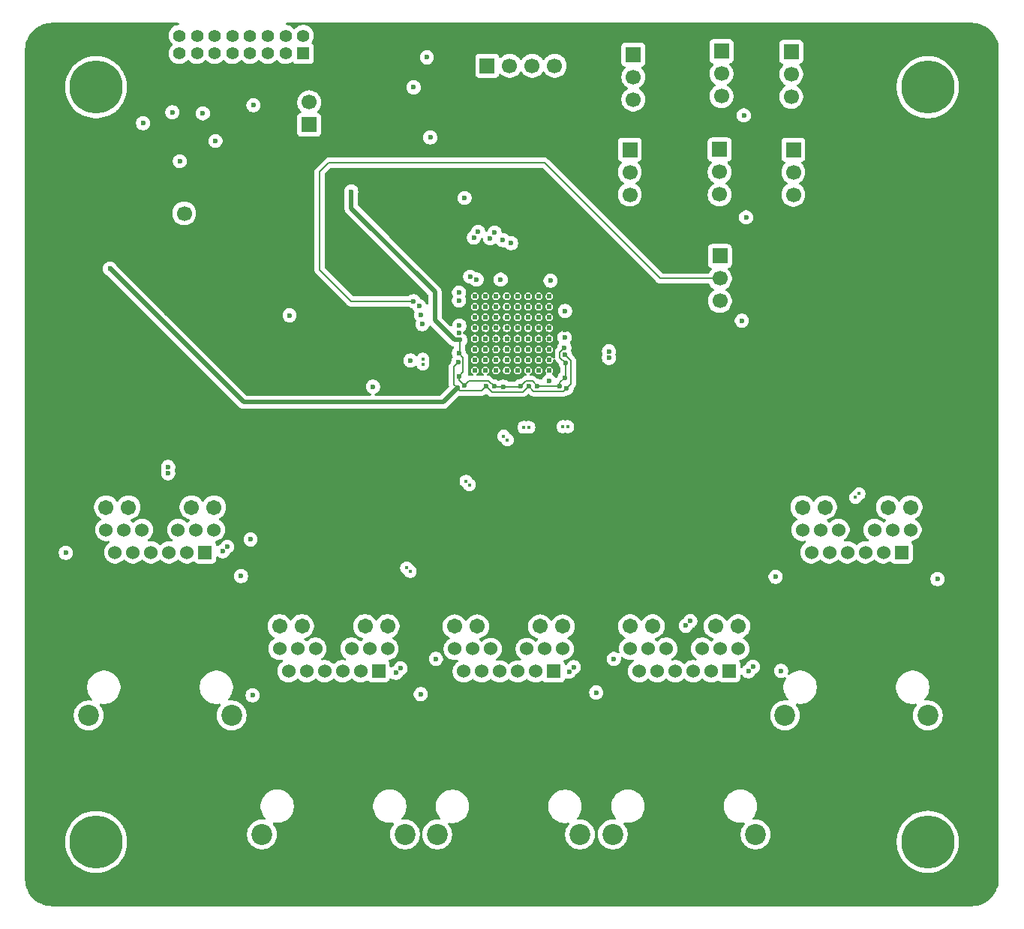
<source format=gbr>
%TF.GenerationSoftware,KiCad,Pcbnew,9.0.4*%
%TF.CreationDate,2025-09-18T12:22:58-07:00*%
%TF.ProjectId,periph_ethernet_switch,70657269-7068-45f6-9574-6865726e6574,rev?*%
%TF.SameCoordinates,Original*%
%TF.FileFunction,Copper,L2,Inr*%
%TF.FilePolarity,Positive*%
%FSLAX46Y46*%
G04 Gerber Fmt 4.6, Leading zero omitted, Abs format (unit mm)*
G04 Created by KiCad (PCBNEW 9.0.4) date 2025-09-18 12:22:58*
%MOMM*%
%LPD*%
G01*
G04 APERTURE LIST*
%TA.AperFunction,ComponentPad*%
%ADD10R,1.524000X1.524000*%
%TD*%
%TA.AperFunction,ComponentPad*%
%ADD11C,1.524000*%
%TD*%
%TA.AperFunction,ComponentPad*%
%ADD12C,1.714500*%
%TD*%
%TA.AperFunction,ComponentPad*%
%ADD13C,2.362200*%
%TD*%
%TA.AperFunction,ComponentPad*%
%ADD14R,1.400000X1.400000*%
%TD*%
%TA.AperFunction,ComponentPad*%
%ADD15C,1.400000*%
%TD*%
%TA.AperFunction,ComponentPad*%
%ADD16R,1.700000X1.700000*%
%TD*%
%TA.AperFunction,ComponentPad*%
%ADD17C,1.700000*%
%TD*%
%TA.AperFunction,ComponentPad*%
%ADD18C,6.000000*%
%TD*%
%TA.AperFunction,ComponentPad*%
%ADD19C,0.610000*%
%TD*%
%TA.AperFunction,ViaPad*%
%ADD20C,0.600000*%
%TD*%
%TA.AperFunction,ViaPad*%
%ADD21C,0.450000*%
%TD*%
%TA.AperFunction,Conductor*%
%ADD22C,0.152400*%
%TD*%
%TA.AperFunction,Conductor*%
%ADD23C,0.508000*%
%TD*%
G04 APERTURE END LIST*
D10*
%TO.N,Net-(J1-TRCT3)*%
%TO.C,J1*%
X143942453Y-133340348D03*
D11*
%TO.N,TXRX1_C-*%
X141910453Y-133340348D03*
%TO.N,TXRX1_C+*%
X139878453Y-133340348D03*
%TO.N,TXRX1_B+*%
X137846453Y-133340348D03*
%TO.N,TXRX1_B-*%
X135814453Y-133340348D03*
%TO.N,Net-(J1-TRCT2)*%
X133782453Y-133340348D03*
%TO.N,Net-(J1-TRCT4)*%
X144958453Y-130800347D03*
%TO.N,TXRX1_D+*%
X142926453Y-130800347D03*
%TO.N,TXRX1_D-*%
X140894453Y-130800347D03*
%TO.N,TXRX1_A-*%
X136830453Y-130800347D03*
%TO.N,TXRX1_A+*%
X134798453Y-130800347D03*
%TO.N,Net-(J1-TRCT1)*%
X132766453Y-130800347D03*
D12*
%TO.N,LED1_0*%
X144958453Y-128260348D03*
%TO.N,Net-(J1-Pad14)*%
X142418453Y-128260348D03*
%TO.N,LED1_1*%
X135306453Y-128260348D03*
%TO.N,Net-(J1-Pad16)*%
X132766453Y-128260348D03*
D13*
%TO.N,SGND*%
X146926954Y-151755348D03*
X130797952Y-151755348D03*
%TD*%
D10*
%TO.N,Net-(J3-TRCT3)*%
%TO.C,J3*%
X183520024Y-133342867D03*
D11*
%TO.N,TXRX3_C-*%
X181488024Y-133342867D03*
%TO.N,TXRX3_C+*%
X179456024Y-133342867D03*
%TO.N,TXRX3_B+*%
X177424024Y-133342867D03*
%TO.N,TXRX3_B-*%
X175392024Y-133342867D03*
%TO.N,Net-(J3-TRCT2)*%
X173360024Y-133342867D03*
%TO.N,Net-(J3-TRCT4)*%
X184536024Y-130802866D03*
%TO.N,TXRX3_D+*%
X182504024Y-130802866D03*
%TO.N,TXRX3_D-*%
X180472024Y-130802866D03*
%TO.N,TXRX3_A-*%
X176408024Y-130802866D03*
%TO.N,TXRX3_A+*%
X174376024Y-130802866D03*
%TO.N,Net-(J3-TRCT1)*%
X172344024Y-130802866D03*
D12*
%TO.N,LED3_0*%
X184536024Y-128262867D03*
%TO.N,Net-(J3-Pad14)*%
X181996024Y-128262867D03*
%TO.N,LED3_1*%
X174884024Y-128262867D03*
%TO.N,Net-(J3-Pad16)*%
X172344024Y-128262867D03*
D13*
%TO.N,SGND*%
X186504525Y-151757867D03*
X170375523Y-151757867D03*
%TD*%
D14*
%TO.N,Net-(CN1-Pad1)*%
%TO.C,CN1*%
X135450000Y-63570000D03*
D15*
%TO.N,VESP*%
X135450000Y-61570000D03*
%TO.N,Net-(CN1-Pad3)*%
X133450000Y-63570000D03*
%TO.N,VESP*%
X133450000Y-61570000D03*
%TO.N,Net-(CN1-Pad5)*%
X131450000Y-63570000D03*
%TO.N,VESP*%
X131450000Y-61570000D03*
%TO.N,Net-(CN1-Pad7)*%
X129450000Y-63570000D03*
%TO.N,VESP*%
X129450000Y-61570000D03*
%TO.N,Net-(CN1-Pad9)*%
X127450000Y-63570000D03*
%TO.N,GND*%
X127450000Y-61570000D03*
%TO.N,Net-(CN1-Pad11)*%
X125450000Y-63570000D03*
%TO.N,GND*%
X125450000Y-61570000D03*
%TO.N,VPG1.2*%
X123450000Y-63570000D03*
%TO.N,GND*%
X123450000Y-61570000D03*
%TO.N,VPG2.5*%
X121450000Y-63570000D03*
%TO.N,GND*%
X121450000Y-61570000D03*
%TD*%
D10*
%TO.N,Net-(J4-TRCT3)*%
%TO.C,J4*%
X202959999Y-119913096D03*
D11*
%TO.N,TXRX4_C-*%
X200927999Y-119913096D03*
%TO.N,TXRX4_C+*%
X198895999Y-119913096D03*
%TO.N,TXRX4_B+*%
X196863999Y-119913096D03*
%TO.N,TXRX4_B-*%
X194831999Y-119913096D03*
%TO.N,Net-(J4-TRCT2)*%
X192799999Y-119913096D03*
%TO.N,Net-(J4-TRCT4)*%
X203975999Y-117373095D03*
%TO.N,TXRX4_D+*%
X201943999Y-117373095D03*
%TO.N,TXRX4_D-*%
X199911999Y-117373095D03*
%TO.N,TXRX4_A-*%
X195847999Y-117373095D03*
%TO.N,TXRX4_A+*%
X193815999Y-117373095D03*
%TO.N,Net-(J4-TRCT1)*%
X191783999Y-117373095D03*
D12*
%TO.N,LED4_0*%
X203975999Y-114833096D03*
%TO.N,Net-(J4-Pad14)*%
X201435999Y-114833096D03*
%TO.N,LED4_1*%
X194323999Y-114833096D03*
%TO.N,Net-(J4-Pad16)*%
X191783999Y-114833096D03*
D13*
%TO.N,SGND*%
X205944500Y-138328096D03*
X189815498Y-138328096D03*
%TD*%
D16*
%TO.N,Net-(J10-Pin_1)*%
%TO.C,J10*%
X190760000Y-74450000D03*
D17*
%TO.N,LED4_1*%
X190760000Y-76990000D03*
%TO.N,Net-(J10-Pin_3)*%
X190760000Y-79530000D03*
%TD*%
D16*
%TO.N,SCL{slash}MDC*%
%TO.C,J13*%
X156210000Y-64970000D03*
D17*
%TO.N,SDI{slash}SDA{slash}MDIO*%
X158750000Y-64970000D03*
%TO.N,SDO*%
X161289999Y-64970000D03*
%TO.N,SCS_N*%
X163830000Y-64970000D03*
%TD*%
D16*
%TO.N,Net-(J6-Pin_1)*%
%TO.C,J6*%
X172700000Y-63700000D03*
D17*
%TO.N,LED1_1*%
X172700000Y-66240000D03*
%TO.N,Net-(J6-Pin_3)*%
X172700000Y-68780000D03*
%TD*%
D16*
%TO.N,Net-(J7-Pin_1)*%
%TO.C,J7*%
X182650000Y-63330000D03*
D17*
%TO.N,LED2_0*%
X182650000Y-65870000D03*
%TO.N,Net-(J7-Pin_3)*%
X182650000Y-68410000D03*
%TD*%
D16*
%TO.N,Net-(J12-Pin_1)*%
%TO.C,J12*%
X182470000Y-86450001D03*
D17*
%TO.N,LED5_1*%
X182470000Y-88990001D03*
%TO.N,Net-(J12-Pin_3)*%
X182470000Y-91530000D03*
%TD*%
D10*
%TO.N,Net-(J2-TRCT3)*%
%TO.C,J2*%
X163709999Y-133360000D03*
D11*
%TO.N,TXRX2_C-*%
X161677999Y-133360000D03*
%TO.N,TXRX2_C+*%
X159645999Y-133360000D03*
%TO.N,TXRX2_B+*%
X157613999Y-133360000D03*
%TO.N,TXRX2_B-*%
X155581999Y-133360000D03*
%TO.N,Net-(J2-TRCT2)*%
X153549999Y-133360000D03*
%TO.N,Net-(J2-TRCT4)*%
X164725999Y-130819999D03*
%TO.N,TXRX2_D+*%
X162693999Y-130819999D03*
%TO.N,TXRX2_D-*%
X160661999Y-130819999D03*
%TO.N,TXRX2_A-*%
X156597999Y-130819999D03*
%TO.N,TXRX2_A+*%
X154565999Y-130819999D03*
%TO.N,Net-(J2-TRCT1)*%
X152533999Y-130819999D03*
D12*
%TO.N,LED2_0*%
X164725999Y-128280000D03*
%TO.N,Net-(J2-Pad14)*%
X162185999Y-128280000D03*
%TO.N,LED2_1*%
X155073999Y-128280000D03*
%TO.N,Net-(J2-Pad16)*%
X152533999Y-128280000D03*
D13*
%TO.N,SGND*%
X166694500Y-151775000D03*
X150565498Y-151775000D03*
%TD*%
D10*
%TO.N,Net-(J5-TRCT3)*%
%TO.C,J5*%
X124371765Y-119915191D03*
D11*
%TO.N,TXRX5_C-*%
X122339765Y-119915191D03*
%TO.N,TXRX5_C+*%
X120307765Y-119915191D03*
%TO.N,TXRX5_B+*%
X118275765Y-119915191D03*
%TO.N,TXRX5_B-*%
X116243765Y-119915191D03*
%TO.N,Net-(J5-TRCT2)*%
X114211765Y-119915191D03*
%TO.N,Net-(J5-TRCT4)*%
X125387765Y-117375190D03*
%TO.N,TXRX5_D+*%
X123355765Y-117375190D03*
%TO.N,TXRX5_D-*%
X121323765Y-117375190D03*
%TO.N,TXRX5_A-*%
X117259765Y-117375190D03*
%TO.N,TXRX5_A+*%
X115227765Y-117375190D03*
%TO.N,Net-(J5-TRCT1)*%
X113195765Y-117375190D03*
D12*
%TO.N,LED5_0*%
X125387765Y-114835191D03*
%TO.N,Net-(J5-Pad14)*%
X122847765Y-114835191D03*
%TO.N,LED5_1*%
X115735765Y-114835191D03*
%TO.N,Net-(J5-Pad16)*%
X113195765Y-114835191D03*
D13*
%TO.N,SGND*%
X127356266Y-138330191D03*
X111227264Y-138330191D03*
%TD*%
D18*
%TO.N,N/C*%
%TO.C,H1*%
X205920000Y-67400000D03*
%TD*%
D16*
%TO.N,+1.2V*%
%TO.C,J14*%
X136119999Y-71635000D03*
D17*
%TO.N,GND*%
X136119999Y-69095000D03*
%TD*%
D16*
%TO.N,Net-(J8-Pin_1)*%
%TO.C,J8*%
X182440000Y-74430000D03*
D17*
%TO.N,LED4_0*%
X182440000Y-76970000D03*
%TO.N,Net-(J8-Pin_3)*%
X182440000Y-79510000D03*
%TD*%
D18*
%TO.N,N/C*%
%TO.C,H4*%
X205920000Y-152610000D03*
%TD*%
%TO.N,N/C*%
%TO.C,H3*%
X112070000Y-152620000D03*
%TD*%
D19*
%TO.N,*%
%TO.C,U1*%
X154819999Y-90982096D03*
X154819999Y-92182096D03*
X154819999Y-93382096D03*
X154819999Y-94582096D03*
X154819999Y-95782096D03*
X154819999Y-96982096D03*
X154819999Y-98182096D03*
X154819999Y-99382096D03*
X156019999Y-90982096D03*
X156019999Y-92182096D03*
X156019999Y-93382096D03*
X156019999Y-94582096D03*
X156019999Y-95782096D03*
X156019999Y-96982096D03*
X156019999Y-98182096D03*
X156019999Y-99382096D03*
X157219999Y-90982096D03*
X157219999Y-92182096D03*
X157219999Y-93382096D03*
X157219999Y-94582096D03*
X157219999Y-95782096D03*
X157219999Y-96982096D03*
X157219999Y-98182096D03*
X157219999Y-99382096D03*
X158419999Y-90982096D03*
X158419999Y-92182096D03*
X158419999Y-93382096D03*
X158419999Y-94582096D03*
X158419999Y-95782096D03*
X158419999Y-96982096D03*
X158419999Y-98182096D03*
X158419999Y-99382096D03*
X159619999Y-90982096D03*
X159619999Y-92182096D03*
X159619999Y-93382096D03*
X159619999Y-94582096D03*
X159619999Y-95782096D03*
X159619999Y-96982096D03*
X159619999Y-98182096D03*
X159619999Y-99382096D03*
X160819999Y-90982096D03*
X160819999Y-92182096D03*
X160819999Y-93382096D03*
X160819999Y-94582096D03*
X160819999Y-95782096D03*
X160819999Y-96982096D03*
X160819999Y-98182096D03*
X160819999Y-99382096D03*
X162019999Y-90982096D03*
X162019999Y-92182096D03*
X162019999Y-93382096D03*
X162019999Y-94582096D03*
X162019999Y-95782096D03*
X162019999Y-96982096D03*
X162019999Y-98182096D03*
X162019999Y-99382096D03*
X163219999Y-90982096D03*
X163219999Y-92182096D03*
X163219999Y-93382096D03*
X163219999Y-94582096D03*
X163219999Y-95782096D03*
X163219999Y-96982096D03*
X163219999Y-98182096D03*
X163219999Y-99382096D03*
%TD*%
D16*
%TO.N,Net-(J11-Pin_1)*%
%TO.C,J11*%
X172300000Y-74440001D03*
D17*
%TO.N,LED3_1*%
X172300000Y-76980001D03*
%TO.N,Net-(J11-Pin_3)*%
X172300000Y-79520000D03*
%TD*%
D16*
%TO.N,+2.5V*%
%TO.C,J15*%
X119469999Y-81637499D03*
D17*
%TO.N,GND*%
X122009999Y-81637499D03*
%TD*%
D16*
%TO.N,Net-(J9-Pin_1)*%
%TO.C,J9*%
X190520000Y-63390000D03*
D17*
%TO.N,LED2_1*%
X190520000Y-65930000D03*
%TO.N,Net-(J9-Pin_3)*%
X190520000Y-68470000D03*
%TD*%
D18*
%TO.N,N/C*%
%TO.C,H2*%
X112060000Y-67390000D03*
%TD*%
D20*
%TO.N,+1.2V*%
X153066721Y-94333614D03*
X164940000Y-95640000D03*
X153030000Y-91490000D03*
X165010000Y-92660000D03*
X163360000Y-89240000D03*
X157730000Y-89120000D03*
%TO.N,GND*%
X148886000Y-94140000D03*
X185170000Y-70580000D03*
X129827499Y-69422501D03*
X163190000Y-100553800D03*
X185425535Y-82095535D03*
X184950000Y-93750000D03*
X121512499Y-75749998D03*
X153029000Y-90582096D03*
X149400000Y-64020000D03*
X117362499Y-71449998D03*
X147560000Y-98250000D03*
X125527500Y-73462499D03*
X143320000Y-101210000D03*
%TO.N,+2.5V*%
X188640000Y-127300000D03*
X153010000Y-89210000D03*
X110150000Y-112720000D03*
X164980000Y-91540000D03*
X153033678Y-95132934D03*
X149710000Y-126360000D03*
X168560000Y-126430000D03*
X128530000Y-127350000D03*
X185140000Y-61160000D03*
X161630000Y-89070000D03*
X164940000Y-94839997D03*
X185010000Y-84350000D03*
X145590000Y-65700001D03*
X184990000Y-72130000D03*
X155660000Y-81990000D03*
X128420000Y-112880000D03*
X207040000Y-112770000D03*
X188660000Y-112500000D03*
%TO.N,+1.2VA*%
X153030000Y-100030000D03*
X161870000Y-101130000D03*
X164922634Y-96802839D03*
X156980000Y-101190000D03*
X164960000Y-100180000D03*
X153010000Y-97410000D03*
X164410000Y-101160000D03*
X153620000Y-101060000D03*
X140860000Y-79180000D03*
X160020000Y-101120000D03*
X158000000Y-101220000D03*
X165070000Y-98550000D03*
X153158369Y-95923160D03*
%TO.N,SGND*%
X129500000Y-118460000D03*
X168510000Y-135740000D03*
X148710000Y-135930000D03*
X129740000Y-136060000D03*
X150420000Y-131940000D03*
X207030000Y-122930000D03*
X108650000Y-119960000D03*
X128420000Y-122590000D03*
X170500000Y-131960000D03*
X188760000Y-122670000D03*
X189380000Y-133290000D03*
%TO.N,RESET_N*%
X147910000Y-67410001D03*
X153650000Y-79900000D03*
%TO.N,VESP*%
X120670000Y-70220000D03*
X124120000Y-70340000D03*
%TO.N,LED1_0*%
X148550000Y-92100000D03*
%TO.N,LED1_1*%
X148750000Y-93110000D03*
%TO.N,LED2_0*%
X155186184Y-83717152D03*
%TO.N,LED2_1*%
X154710000Y-84360000D03*
%TO.N,LED3_0*%
X157038198Y-83824058D03*
%TO.N,LED3_1*%
X156540000Y-84450000D03*
%TO.N,LED4_1*%
X157990000Y-84670000D03*
%TO.N,LED4_0*%
X158900000Y-85010000D03*
%TO.N,LED5_1*%
X147910000Y-91560000D03*
%TO.N,LED5_0*%
X133900000Y-93150000D03*
%TO.N,SCS_N*%
X149780000Y-73070000D03*
%TO.N,PME_N*%
X155017311Y-89100446D03*
%TO.N,INTRP_N*%
X154280000Y-88790000D03*
D21*
%TO.N,TXRX1_B+*%
X153805999Y-111885999D03*
%TO.N,TXRX1_D-*%
X147524490Y-122074490D03*
D20*
X145912966Y-133517034D03*
D21*
%TO.N,TXRX1_B-*%
X154214001Y-112294001D03*
D20*
%TO.N,TXRX1_D+*%
X146427034Y-133002966D03*
D21*
X147116488Y-121666488D03*
%TO.N,TXRX2_B+*%
X158072999Y-106795999D03*
%TO.N,TXRX2_B-*%
X158481001Y-107204001D03*
D20*
%TO.N,TXRX2_D+*%
X165967034Y-132882966D03*
D21*
X160331499Y-105800000D03*
D20*
%TO.N,TXRX2_D-*%
X165452966Y-133397034D03*
D21*
X160908499Y-105800000D03*
%TO.N,TXRX3_D-*%
X165308499Y-105720000D03*
D20*
X185682966Y-133347034D03*
%TO.N,TXRX3_B-*%
X179127034Y-127682966D03*
%TO.N,TXRX3_B+*%
X178612966Y-128197034D03*
D21*
%TO.N,TXRX3_D+*%
X164731499Y-105720000D03*
D20*
X186197034Y-132832966D03*
%TO.N,TXRX4_D-*%
X169940000Y-97218596D03*
D21*
%TO.N,TXRX4_B+*%
X197775999Y-113704001D03*
D20*
%TO.N,TXRX4_D+*%
X169940000Y-97945596D03*
D21*
%TO.N,TXRX4_B-*%
X198184001Y-113295999D03*
D20*
%TO.N,TXRX5_D+*%
X126877034Y-119273966D03*
D21*
X148960000Y-98093596D03*
D20*
%TO.N,TXRX5_B+*%
X120191555Y-110268055D03*
%TO.N,TXRX5_B-*%
X120191555Y-110995055D03*
%TO.N,TXRX5_D-*%
X126362966Y-119788034D03*
D21*
X148960000Y-98670596D03*
D20*
%TO.N,+2.5VA*%
X152830000Y-101360000D03*
X152920000Y-98480000D03*
X113630000Y-87880000D03*
X160870000Y-101150000D03*
X164990000Y-97600000D03*
X165175622Y-101392007D03*
X156080000Y-101140000D03*
%TD*%
D22*
%TO.N,+1.2VA*%
X158000000Y-101220000D02*
X157010000Y-101220000D01*
X164412800Y-97892800D02*
X165070000Y-98550000D01*
X153497200Y-97897200D02*
X153497200Y-99562800D01*
D23*
X152533160Y-95923160D02*
X153158369Y-95923160D01*
D22*
X156352800Y-100562800D02*
X156980000Y-101190000D01*
X153620000Y-101060000D02*
X154117200Y-100562800D01*
X153158369Y-95923160D02*
X153158369Y-97261631D01*
X161312800Y-100572800D02*
X160567200Y-100572800D01*
X164410000Y-100730000D02*
X164960000Y-100180000D01*
X164922634Y-96802839D02*
X164412800Y-97312673D01*
D23*
X150310000Y-93700000D02*
X152533160Y-95923160D01*
X140860000Y-79180000D02*
X140860000Y-81059161D01*
D22*
X153030000Y-100470000D02*
X153620000Y-101060000D01*
X158000000Y-101220000D02*
X159920000Y-101220000D01*
X164410000Y-101160000D02*
X164410000Y-100730000D01*
X161870000Y-101130000D02*
X161312800Y-100572800D01*
X154117200Y-100562800D02*
X156352800Y-100562800D01*
X153010000Y-97410000D02*
X153497200Y-97897200D01*
X153158369Y-97261631D02*
X153010000Y-97410000D01*
X161870000Y-101130000D02*
X164380000Y-101130000D01*
X153030000Y-100030000D02*
X153030000Y-100470000D01*
X160567200Y-100572800D02*
X160020000Y-101120000D01*
D23*
X140860000Y-81059161D02*
X150310000Y-90509161D01*
D22*
X153497200Y-99562800D02*
X153030000Y-100030000D01*
X165070000Y-98550000D02*
X165070000Y-100070000D01*
X164412800Y-97312673D02*
X164412800Y-97892800D01*
D23*
X150310000Y-90509161D02*
X150310000Y-93700000D01*
D22*
%TO.N,LED5_1*%
X137290000Y-88040000D02*
X140810000Y-91560000D01*
X140810000Y-91560000D02*
X147910000Y-91560000D01*
X162690000Y-75920000D02*
X138290000Y-75920000D01*
X175760001Y-88990001D02*
X162690000Y-75920000D01*
X138290000Y-75920000D02*
X137290000Y-76920000D01*
X182470000Y-88990001D02*
X175760001Y-88990001D01*
X137290000Y-76920000D02*
X137290000Y-88040000D01*
D23*
%TO.N,+2.5VA*%
X113630000Y-87880000D02*
X128720000Y-102970000D01*
D22*
X156737200Y-101797200D02*
X160222800Y-101797200D01*
X152452800Y-100982800D02*
X152452800Y-98947200D01*
X152830000Y-101360000D02*
X152452800Y-100982800D01*
X156080000Y-101140000D02*
X155582800Y-101637200D01*
X156080000Y-101140000D02*
X156737200Y-101797200D01*
D23*
X151220000Y-102970000D02*
X152830000Y-101360000D01*
D22*
X160222800Y-101797200D02*
X160870000Y-101150000D01*
X164830429Y-101737200D02*
X165175622Y-101392007D01*
X165175622Y-101392007D02*
X165647200Y-100920429D01*
X165647200Y-98257200D02*
X164990000Y-97600000D01*
X155582800Y-101637200D02*
X153107200Y-101637200D01*
X161457200Y-101737200D02*
X164830429Y-101737200D01*
X153107200Y-101637200D02*
X152830000Y-101360000D01*
X152452800Y-98947200D02*
X152920000Y-98480000D01*
X160870000Y-101150000D02*
X161457200Y-101737200D01*
D23*
X128720000Y-102970000D02*
X151220000Y-102970000D01*
D22*
X165647200Y-100920429D02*
X165647200Y-98257200D01*
%TD*%
%TA.AperFunction,Conductor*%
%TO.N,+2.5V*%
G36*
X121392693Y-60144369D02*
G01*
X121438448Y-60197173D01*
X121448392Y-60266331D01*
X121419367Y-60329887D01*
X121360589Y-60367661D01*
X121345052Y-60371157D01*
X121168881Y-60399059D01*
X120989163Y-60457454D01*
X120820800Y-60543240D01*
X120733579Y-60606610D01*
X120667927Y-60654310D01*
X120667925Y-60654312D01*
X120667924Y-60654312D01*
X120534312Y-60787924D01*
X120534312Y-60787925D01*
X120534310Y-60787927D01*
X120516052Y-60813057D01*
X120423240Y-60940800D01*
X120337454Y-61109163D01*
X120279059Y-61288881D01*
X120249500Y-61475513D01*
X120249500Y-61664486D01*
X120279059Y-61851118D01*
X120337454Y-62030836D01*
X120421829Y-62196429D01*
X120423240Y-62199199D01*
X120534310Y-62352073D01*
X120534312Y-62352075D01*
X120664556Y-62482319D01*
X120698041Y-62543642D01*
X120693057Y-62613334D01*
X120664556Y-62657681D01*
X120534312Y-62787924D01*
X120534312Y-62787925D01*
X120534310Y-62787927D01*
X120509461Y-62822129D01*
X120423240Y-62940800D01*
X120337454Y-63109163D01*
X120279059Y-63288881D01*
X120249500Y-63475513D01*
X120249500Y-63664486D01*
X120279059Y-63851118D01*
X120337454Y-64030836D01*
X120372772Y-64100150D01*
X120423240Y-64199199D01*
X120534310Y-64352073D01*
X120667927Y-64485690D01*
X120820801Y-64596760D01*
X120881218Y-64627544D01*
X120989163Y-64682545D01*
X120989165Y-64682545D01*
X120989168Y-64682547D01*
X121085333Y-64713793D01*
X121168881Y-64740940D01*
X121355514Y-64770500D01*
X121355519Y-64770500D01*
X121544486Y-64770500D01*
X121731118Y-64740940D01*
X121766643Y-64729397D01*
X121910832Y-64682547D01*
X121914850Y-64680500D01*
X121960023Y-64657483D01*
X122079199Y-64596760D01*
X122232073Y-64485690D01*
X122362319Y-64355444D01*
X122423642Y-64321959D01*
X122493334Y-64326943D01*
X122537681Y-64355444D01*
X122667927Y-64485690D01*
X122820801Y-64596760D01*
X122881218Y-64627544D01*
X122989163Y-64682545D01*
X122989165Y-64682545D01*
X122989168Y-64682547D01*
X123085333Y-64713793D01*
X123168881Y-64740940D01*
X123355514Y-64770500D01*
X123355519Y-64770500D01*
X123544486Y-64770500D01*
X123731118Y-64740940D01*
X123766643Y-64729397D01*
X123910832Y-64682547D01*
X123914850Y-64680500D01*
X123960023Y-64657483D01*
X124079199Y-64596760D01*
X124232073Y-64485690D01*
X124362319Y-64355444D01*
X124423642Y-64321959D01*
X124493334Y-64326943D01*
X124537681Y-64355444D01*
X124667927Y-64485690D01*
X124820801Y-64596760D01*
X124881218Y-64627544D01*
X124989163Y-64682545D01*
X124989165Y-64682545D01*
X124989168Y-64682547D01*
X125085333Y-64713793D01*
X125168881Y-64740940D01*
X125355514Y-64770500D01*
X125355519Y-64770500D01*
X125544486Y-64770500D01*
X125731118Y-64740940D01*
X125766643Y-64729397D01*
X125910832Y-64682547D01*
X125914850Y-64680500D01*
X125960023Y-64657483D01*
X126079199Y-64596760D01*
X126232073Y-64485690D01*
X126362319Y-64355444D01*
X126423642Y-64321959D01*
X126493334Y-64326943D01*
X126537681Y-64355444D01*
X126667927Y-64485690D01*
X126820801Y-64596760D01*
X126881218Y-64627544D01*
X126989163Y-64682545D01*
X126989165Y-64682545D01*
X126989168Y-64682547D01*
X127085333Y-64713793D01*
X127168881Y-64740940D01*
X127355514Y-64770500D01*
X127355519Y-64770500D01*
X127544486Y-64770500D01*
X127731118Y-64740940D01*
X127766643Y-64729397D01*
X127910832Y-64682547D01*
X127914850Y-64680500D01*
X127960023Y-64657483D01*
X128079199Y-64596760D01*
X128232073Y-64485690D01*
X128362319Y-64355444D01*
X128423642Y-64321959D01*
X128493334Y-64326943D01*
X128537681Y-64355444D01*
X128667927Y-64485690D01*
X128820801Y-64596760D01*
X128881218Y-64627544D01*
X128989163Y-64682545D01*
X128989165Y-64682545D01*
X128989168Y-64682547D01*
X129085333Y-64713793D01*
X129168881Y-64740940D01*
X129355514Y-64770500D01*
X129355519Y-64770500D01*
X129544486Y-64770500D01*
X129731118Y-64740940D01*
X129766643Y-64729397D01*
X129910832Y-64682547D01*
X129914850Y-64680500D01*
X129960023Y-64657483D01*
X130079199Y-64596760D01*
X130232073Y-64485690D01*
X130362319Y-64355444D01*
X130423642Y-64321959D01*
X130493334Y-64326943D01*
X130537681Y-64355444D01*
X130667927Y-64485690D01*
X130820801Y-64596760D01*
X130881218Y-64627544D01*
X130989163Y-64682545D01*
X130989165Y-64682545D01*
X130989168Y-64682547D01*
X131085333Y-64713793D01*
X131168881Y-64740940D01*
X131355514Y-64770500D01*
X131355519Y-64770500D01*
X131544486Y-64770500D01*
X131731118Y-64740940D01*
X131766643Y-64729397D01*
X131910832Y-64682547D01*
X131914850Y-64680500D01*
X131960023Y-64657483D01*
X132079199Y-64596760D01*
X132232073Y-64485690D01*
X132362319Y-64355444D01*
X132423642Y-64321959D01*
X132493334Y-64326943D01*
X132537681Y-64355444D01*
X132667927Y-64485690D01*
X132820801Y-64596760D01*
X132881218Y-64627544D01*
X132989163Y-64682545D01*
X132989165Y-64682545D01*
X132989168Y-64682547D01*
X133085333Y-64713793D01*
X133168881Y-64740940D01*
X133355514Y-64770500D01*
X133355519Y-64770500D01*
X133544486Y-64770500D01*
X133731118Y-64740940D01*
X133766643Y-64729397D01*
X133910832Y-64682547D01*
X133914850Y-64680500D01*
X133960023Y-64657483D01*
X134079199Y-64596760D01*
X134168275Y-64532041D01*
X134234081Y-64508561D01*
X134302135Y-64524386D01*
X134340427Y-64558048D01*
X134392452Y-64627544D01*
X134392455Y-64627547D01*
X134507664Y-64713793D01*
X134507671Y-64713797D01*
X134642517Y-64764091D01*
X134642516Y-64764091D01*
X134649444Y-64764835D01*
X134702127Y-64770500D01*
X136197872Y-64770499D01*
X136257483Y-64764091D01*
X136392331Y-64713796D01*
X136507546Y-64627546D01*
X136593796Y-64512331D01*
X136644091Y-64377483D01*
X136650500Y-64317873D01*
X136650500Y-63941153D01*
X148599500Y-63941153D01*
X148599500Y-64098846D01*
X148630261Y-64253489D01*
X148630264Y-64253501D01*
X148690602Y-64399172D01*
X148690609Y-64399185D01*
X148778210Y-64530288D01*
X148778213Y-64530292D01*
X148889707Y-64641786D01*
X148889711Y-64641789D01*
X149020814Y-64729390D01*
X149020827Y-64729397D01*
X149166498Y-64789735D01*
X149166503Y-64789737D01*
X149321153Y-64820499D01*
X149321156Y-64820500D01*
X149321158Y-64820500D01*
X149478844Y-64820500D01*
X149478845Y-64820499D01*
X149633497Y-64789737D01*
X149752369Y-64740499D01*
X149779172Y-64729397D01*
X149779172Y-64729396D01*
X149779179Y-64729394D01*
X149910289Y-64641789D01*
X150021789Y-64530289D01*
X150109394Y-64399179D01*
X150169737Y-64253497D01*
X150200500Y-64098842D01*
X150200500Y-64072135D01*
X154859500Y-64072135D01*
X154859500Y-65867870D01*
X154859501Y-65867876D01*
X154865908Y-65927483D01*
X154916202Y-66062328D01*
X154916206Y-66062335D01*
X155002452Y-66177544D01*
X155002455Y-66177547D01*
X155117664Y-66263793D01*
X155117671Y-66263797D01*
X155252517Y-66314091D01*
X155252516Y-66314091D01*
X155259444Y-66314835D01*
X155312127Y-66320500D01*
X157107872Y-66320499D01*
X157167483Y-66314091D01*
X157302331Y-66263796D01*
X157417546Y-66177546D01*
X157503796Y-66062331D01*
X157552810Y-65930916D01*
X157594681Y-65874984D01*
X157660145Y-65850566D01*
X157728418Y-65865417D01*
X157756673Y-65886569D01*
X157870213Y-66000109D01*
X158042179Y-66125048D01*
X158042181Y-66125049D01*
X158042184Y-66125051D01*
X158231588Y-66221557D01*
X158433757Y-66287246D01*
X158643713Y-66320500D01*
X158643714Y-66320500D01*
X158856286Y-66320500D01*
X158856287Y-66320500D01*
X159066243Y-66287246D01*
X159268412Y-66221557D01*
X159457816Y-66125051D01*
X159544138Y-66062335D01*
X159629786Y-66000109D01*
X159629788Y-66000106D01*
X159629792Y-66000104D01*
X159780104Y-65849792D01*
X159780106Y-65849788D01*
X159780109Y-65849786D01*
X159905048Y-65677820D01*
X159905050Y-65677817D01*
X159905051Y-65677816D01*
X159909512Y-65669058D01*
X159957483Y-65618262D01*
X160025303Y-65601464D01*
X160091440Y-65623998D01*
X160130483Y-65669054D01*
X160134948Y-65677817D01*
X160259889Y-65849786D01*
X160410212Y-66000109D01*
X160582178Y-66125048D01*
X160582180Y-66125049D01*
X160582183Y-66125051D01*
X160771587Y-66221557D01*
X160973756Y-66287246D01*
X161183712Y-66320500D01*
X161183713Y-66320500D01*
X161396285Y-66320500D01*
X161396286Y-66320500D01*
X161606242Y-66287246D01*
X161808411Y-66221557D01*
X161997815Y-66125051D01*
X162084137Y-66062335D01*
X162169785Y-66000109D01*
X162169787Y-66000106D01*
X162169791Y-66000104D01*
X162320103Y-65849792D01*
X162320105Y-65849788D01*
X162320108Y-65849786D01*
X162445047Y-65677821D01*
X162445050Y-65677816D01*
X162449512Y-65669056D01*
X162497483Y-65618260D01*
X162565303Y-65601462D01*
X162631439Y-65623996D01*
X162670483Y-65669052D01*
X162674949Y-65677817D01*
X162799890Y-65849786D01*
X162950213Y-66000109D01*
X163122179Y-66125048D01*
X163122181Y-66125049D01*
X163122184Y-66125051D01*
X163311588Y-66221557D01*
X163513757Y-66287246D01*
X163723713Y-66320500D01*
X163723714Y-66320500D01*
X163936286Y-66320500D01*
X163936287Y-66320500D01*
X164146243Y-66287246D01*
X164348412Y-66221557D01*
X164537816Y-66125051D01*
X164624138Y-66062335D01*
X164709786Y-66000109D01*
X164709788Y-66000106D01*
X164709792Y-66000104D01*
X164860104Y-65849792D01*
X164860106Y-65849788D01*
X164860109Y-65849786D01*
X164985048Y-65677820D01*
X164985050Y-65677817D01*
X164985051Y-65677816D01*
X165081557Y-65488412D01*
X165147246Y-65286243D01*
X165180500Y-65076287D01*
X165180500Y-64863713D01*
X165147246Y-64653757D01*
X165081557Y-64451588D01*
X164985051Y-64262184D01*
X164985049Y-64262181D01*
X164985048Y-64262179D01*
X164860109Y-64090213D01*
X164709786Y-63939890D01*
X164537820Y-63814951D01*
X164348414Y-63718444D01*
X164348413Y-63718443D01*
X164348412Y-63718443D01*
X164146243Y-63652754D01*
X164146241Y-63652753D01*
X164146240Y-63652753D01*
X163984957Y-63627208D01*
X163936287Y-63619500D01*
X163723713Y-63619500D01*
X163675042Y-63627208D01*
X163513760Y-63652753D01*
X163311585Y-63718444D01*
X163122179Y-63814951D01*
X162950213Y-63939890D01*
X162799890Y-64090213D01*
X162674948Y-64262184D01*
X162674946Y-64262187D01*
X162670481Y-64270950D01*
X162622505Y-64321744D01*
X162554683Y-64338537D01*
X162488549Y-64315997D01*
X162449513Y-64270944D01*
X162449512Y-64270942D01*
X162445050Y-64262184D01*
X162445048Y-64262181D01*
X162445047Y-64262179D01*
X162320108Y-64090213D01*
X162169785Y-63939890D01*
X161997819Y-63814951D01*
X161808413Y-63718444D01*
X161808412Y-63718443D01*
X161808411Y-63718443D01*
X161606242Y-63652754D01*
X161606240Y-63652753D01*
X161606239Y-63652753D01*
X161444956Y-63627208D01*
X161396286Y-63619500D01*
X161183712Y-63619500D01*
X161135041Y-63627208D01*
X160973759Y-63652753D01*
X160771584Y-63718444D01*
X160582178Y-63814951D01*
X160410212Y-63939890D01*
X160259889Y-64090213D01*
X160134947Y-64262183D01*
X160130481Y-64270949D01*
X160082505Y-64321742D01*
X160014683Y-64338535D01*
X159948549Y-64315995D01*
X159909513Y-64270942D01*
X159905051Y-64262184D01*
X159905049Y-64262181D01*
X159905048Y-64262179D01*
X159780109Y-64090213D01*
X159629786Y-63939890D01*
X159457820Y-63814951D01*
X159268414Y-63718444D01*
X159268413Y-63718443D01*
X159268412Y-63718443D01*
X159066243Y-63652754D01*
X159066241Y-63652753D01*
X159066240Y-63652753D01*
X158904957Y-63627208D01*
X158856287Y-63619500D01*
X158643713Y-63619500D01*
X158595042Y-63627208D01*
X158433760Y-63652753D01*
X158231585Y-63718444D01*
X158042179Y-63814951D01*
X157870215Y-63939889D01*
X157756673Y-64053431D01*
X157695350Y-64086915D01*
X157625658Y-64081931D01*
X157569725Y-64040059D01*
X157552810Y-64009082D01*
X157503797Y-63877671D01*
X157503793Y-63877664D01*
X157417547Y-63762455D01*
X157417544Y-63762452D01*
X157302335Y-63676206D01*
X157302328Y-63676202D01*
X157167482Y-63625908D01*
X157167483Y-63625908D01*
X157107883Y-63619501D01*
X157107881Y-63619500D01*
X157107873Y-63619500D01*
X157107864Y-63619500D01*
X155312129Y-63619500D01*
X155312123Y-63619501D01*
X155252516Y-63625908D01*
X155117671Y-63676202D01*
X155117664Y-63676206D01*
X155002455Y-63762452D01*
X155002452Y-63762455D01*
X154916206Y-63877664D01*
X154916202Y-63877671D01*
X154865908Y-64012517D01*
X154859501Y-64072116D01*
X154859500Y-64072135D01*
X150200500Y-64072135D01*
X150200500Y-63941158D01*
X150200500Y-63941155D01*
X150200499Y-63941153D01*
X150192214Y-63899500D01*
X150169737Y-63786503D01*
X150159775Y-63762452D01*
X150109397Y-63640827D01*
X150109390Y-63640814D01*
X150021789Y-63509711D01*
X150021786Y-63509707D01*
X149910292Y-63398213D01*
X149910288Y-63398210D01*
X149779185Y-63310609D01*
X149779172Y-63310602D01*
X149633501Y-63250264D01*
X149633489Y-63250261D01*
X149478845Y-63219500D01*
X149478842Y-63219500D01*
X149321158Y-63219500D01*
X149321155Y-63219500D01*
X149166510Y-63250261D01*
X149166498Y-63250264D01*
X149020827Y-63310602D01*
X149020814Y-63310609D01*
X148889711Y-63398210D01*
X148889707Y-63398213D01*
X148778213Y-63509707D01*
X148778210Y-63509711D01*
X148690609Y-63640814D01*
X148690602Y-63640827D01*
X148630264Y-63786498D01*
X148630261Y-63786510D01*
X148599500Y-63941153D01*
X136650500Y-63941153D01*
X136650499Y-63509711D01*
X136650499Y-62822129D01*
X136650498Y-62822118D01*
X136649417Y-62812057D01*
X136648350Y-62802135D01*
X171349500Y-62802135D01*
X171349500Y-64597870D01*
X171349501Y-64597876D01*
X171355908Y-64657483D01*
X171406202Y-64792328D01*
X171406206Y-64792335D01*
X171492452Y-64907544D01*
X171492455Y-64907547D01*
X171607664Y-64993793D01*
X171607671Y-64993797D01*
X171739082Y-65042810D01*
X171795016Y-65084681D01*
X171819433Y-65150145D01*
X171804582Y-65218418D01*
X171783431Y-65246673D01*
X171669889Y-65360215D01*
X171544951Y-65532179D01*
X171448444Y-65721585D01*
X171382753Y-65923760D01*
X171370661Y-66000109D01*
X171349500Y-66133713D01*
X171349500Y-66346287D01*
X171382754Y-66556243D01*
X171445642Y-66749792D01*
X171448444Y-66758414D01*
X171544951Y-66947820D01*
X171669890Y-67119786D01*
X171820213Y-67270109D01*
X171992182Y-67395050D01*
X172000946Y-67399516D01*
X172051742Y-67447491D01*
X172068536Y-67515312D01*
X172045998Y-67581447D01*
X172000946Y-67620484D01*
X171992182Y-67624949D01*
X171820213Y-67749890D01*
X171669890Y-67900213D01*
X171544951Y-68072179D01*
X171448444Y-68261585D01*
X171382753Y-68463760D01*
X171364883Y-68576588D01*
X171349500Y-68673713D01*
X171349500Y-68886287D01*
X171382754Y-69096243D01*
X171445642Y-69289792D01*
X171448444Y-69298414D01*
X171544951Y-69487820D01*
X171669890Y-69659786D01*
X171820213Y-69810109D01*
X171992179Y-69935048D01*
X171992181Y-69935049D01*
X171992184Y-69935051D01*
X172181588Y-70031557D01*
X172383757Y-70097246D01*
X172593713Y-70130500D01*
X172593714Y-70130500D01*
X172806286Y-70130500D01*
X172806287Y-70130500D01*
X173016243Y-70097246D01*
X173218412Y-70031557D01*
X173407816Y-69935051D01*
X173429789Y-69919086D01*
X173579786Y-69810109D01*
X173579788Y-69810106D01*
X173579792Y-69810104D01*
X173730104Y-69659792D01*
X173730106Y-69659788D01*
X173730109Y-69659786D01*
X173855048Y-69487820D01*
X173855047Y-69487820D01*
X173855051Y-69487816D01*
X173951557Y-69298412D01*
X174017246Y-69096243D01*
X174050500Y-68886287D01*
X174050500Y-68673713D01*
X174017246Y-68463757D01*
X173951557Y-68261588D01*
X173855051Y-68072184D01*
X173855049Y-68072181D01*
X173855048Y-68072179D01*
X173730109Y-67900213D01*
X173579786Y-67749890D01*
X173407820Y-67624951D01*
X173407115Y-67624591D01*
X173399054Y-67620485D01*
X173348259Y-67572512D01*
X173331463Y-67504692D01*
X173353999Y-67438556D01*
X173399054Y-67399515D01*
X173407816Y-67395051D01*
X173429789Y-67379086D01*
X173579786Y-67270109D01*
X173579788Y-67270106D01*
X173579792Y-67270104D01*
X173730104Y-67119792D01*
X173730106Y-67119788D01*
X173730109Y-67119786D01*
X173855048Y-66947820D01*
X173855047Y-66947820D01*
X173855051Y-66947816D01*
X173951557Y-66758412D01*
X174017246Y-66556243D01*
X174050500Y-66346287D01*
X174050500Y-66133713D01*
X174017246Y-65923757D01*
X173951557Y-65721588D01*
X173855051Y-65532184D01*
X173855049Y-65532181D01*
X173855048Y-65532179D01*
X173730109Y-65360213D01*
X173616569Y-65246673D01*
X173583084Y-65185350D01*
X173588068Y-65115658D01*
X173629940Y-65059725D01*
X173660915Y-65042810D01*
X173792331Y-64993796D01*
X173907546Y-64907546D01*
X173993796Y-64792331D01*
X174044091Y-64657483D01*
X174050500Y-64597873D01*
X174050499Y-62802128D01*
X174044091Y-62742517D01*
X174028630Y-62701065D01*
X173993797Y-62607671D01*
X173993796Y-62607669D01*
X173923555Y-62513839D01*
X173907546Y-62492454D01*
X173907544Y-62492453D01*
X173907544Y-62492452D01*
X173826971Y-62432135D01*
X181299500Y-62432135D01*
X181299500Y-64227870D01*
X181299501Y-64227876D01*
X181305908Y-64287483D01*
X181356202Y-64422328D01*
X181356206Y-64422335D01*
X181442452Y-64537544D01*
X181442455Y-64537547D01*
X181557664Y-64623793D01*
X181557671Y-64623797D01*
X181689082Y-64672810D01*
X181745016Y-64714681D01*
X181769433Y-64780145D01*
X181754582Y-64848418D01*
X181733431Y-64876673D01*
X181619889Y-64990215D01*
X181494951Y-65162179D01*
X181398444Y-65351585D01*
X181332753Y-65553760D01*
X181299500Y-65763713D01*
X181299500Y-65976286D01*
X181331376Y-66177547D01*
X181332754Y-66186243D01*
X181384755Y-66346286D01*
X181398444Y-66388414D01*
X181494951Y-66577820D01*
X181619890Y-66749786D01*
X181770213Y-66900109D01*
X181942182Y-67025050D01*
X181950946Y-67029516D01*
X182001742Y-67077491D01*
X182018536Y-67145312D01*
X181995998Y-67211447D01*
X181950946Y-67250484D01*
X181942182Y-67254949D01*
X181770213Y-67379890D01*
X181619890Y-67530213D01*
X181494951Y-67702179D01*
X181398444Y-67891585D01*
X181332753Y-68093760D01*
X181299500Y-68303713D01*
X181299500Y-68516286D01*
X181330672Y-68713103D01*
X181332754Y-68726243D01*
X181393179Y-68912212D01*
X181398444Y-68928414D01*
X181494951Y-69117820D01*
X181619890Y-69289786D01*
X181770213Y-69440109D01*
X181942179Y-69565048D01*
X181942181Y-69565049D01*
X181942184Y-69565051D01*
X182131588Y-69661557D01*
X182333757Y-69727246D01*
X182543713Y-69760500D01*
X182543714Y-69760500D01*
X182756286Y-69760500D01*
X182756287Y-69760500D01*
X182966243Y-69727246D01*
X183168412Y-69661557D01*
X183357816Y-69565051D01*
X183445498Y-69501347D01*
X183529786Y-69440109D01*
X183529788Y-69440106D01*
X183529792Y-69440104D01*
X183680104Y-69289792D01*
X183680106Y-69289788D01*
X183680109Y-69289786D01*
X183805048Y-69117820D01*
X183805047Y-69117820D01*
X183805051Y-69117816D01*
X183901557Y-68928412D01*
X183967246Y-68726243D01*
X184000500Y-68516287D01*
X184000500Y-68303713D01*
X183967246Y-68093757D01*
X183901557Y-67891588D01*
X183805051Y-67702184D01*
X183805049Y-67702181D01*
X183805048Y-67702179D01*
X183680109Y-67530213D01*
X183529786Y-67379890D01*
X183357820Y-67254951D01*
X183352923Y-67252456D01*
X183349054Y-67250485D01*
X183298259Y-67202512D01*
X183281463Y-67134692D01*
X183303999Y-67068556D01*
X183349054Y-67029515D01*
X183357816Y-67025051D01*
X183447209Y-66960104D01*
X183529786Y-66900109D01*
X183529788Y-66900106D01*
X183529792Y-66900104D01*
X183680104Y-66749792D01*
X183680106Y-66749788D01*
X183680109Y-66749786D01*
X183805048Y-66577820D01*
X183805047Y-66577820D01*
X183805051Y-66577816D01*
X183901557Y-66388412D01*
X183967246Y-66186243D01*
X184000500Y-65976287D01*
X184000500Y-65763713D01*
X183967246Y-65553757D01*
X183901557Y-65351588D01*
X183805051Y-65162184D01*
X183805049Y-65162181D01*
X183805048Y-65162179D01*
X183680109Y-64990213D01*
X183566569Y-64876673D01*
X183533084Y-64815350D01*
X183538068Y-64745658D01*
X183579940Y-64689725D01*
X183610915Y-64672810D01*
X183742331Y-64623796D01*
X183857546Y-64537546D01*
X183943796Y-64422331D01*
X183994091Y-64287483D01*
X184000500Y-64227873D01*
X184000499Y-62492135D01*
X189169500Y-62492135D01*
X189169500Y-64287870D01*
X189169501Y-64287876D01*
X189175908Y-64347483D01*
X189226202Y-64482328D01*
X189226206Y-64482335D01*
X189312452Y-64597544D01*
X189312455Y-64597547D01*
X189427664Y-64683793D01*
X189427671Y-64683797D01*
X189559082Y-64732810D01*
X189615016Y-64774681D01*
X189639433Y-64840145D01*
X189624582Y-64908418D01*
X189603431Y-64936673D01*
X189489889Y-65050215D01*
X189364951Y-65222179D01*
X189268444Y-65411585D01*
X189202753Y-65613760D01*
X189169500Y-65823713D01*
X189169500Y-66036286D01*
X189198843Y-66221555D01*
X189202754Y-66246243D01*
X189248948Y-66388414D01*
X189268444Y-66448414D01*
X189364951Y-66637820D01*
X189489890Y-66809786D01*
X189640213Y-66960109D01*
X189812182Y-67085050D01*
X189820946Y-67089516D01*
X189871742Y-67137491D01*
X189888536Y-67205312D01*
X189865998Y-67271447D01*
X189820946Y-67310484D01*
X189812182Y-67314949D01*
X189640213Y-67439890D01*
X189489890Y-67590213D01*
X189364951Y-67762179D01*
X189268444Y-67951585D01*
X189202753Y-68153760D01*
X189169500Y-68363713D01*
X189169500Y-68576286D01*
X189201568Y-68778760D01*
X189202754Y-68786243D01*
X189248948Y-68928414D01*
X189268444Y-68988414D01*
X189364951Y-69177820D01*
X189489890Y-69349786D01*
X189640213Y-69500109D01*
X189812179Y-69625048D01*
X189812181Y-69625049D01*
X189812184Y-69625051D01*
X190001588Y-69721557D01*
X190203757Y-69787246D01*
X190413713Y-69820500D01*
X190413714Y-69820500D01*
X190626286Y-69820500D01*
X190626287Y-69820500D01*
X190836243Y-69787246D01*
X191038412Y-69721557D01*
X191227816Y-69625051D01*
X191264760Y-69598210D01*
X191399786Y-69500109D01*
X191399788Y-69500106D01*
X191399792Y-69500104D01*
X191550104Y-69349792D01*
X191550106Y-69349788D01*
X191550109Y-69349786D01*
X191675048Y-69177820D01*
X191675047Y-69177820D01*
X191675051Y-69177816D01*
X191771557Y-68988412D01*
X191837246Y-68786243D01*
X191870500Y-68576287D01*
X191870500Y-68363713D01*
X191837246Y-68153757D01*
X191771557Y-67951588D01*
X191675051Y-67762184D01*
X191675049Y-67762181D01*
X191675048Y-67762179D01*
X191550109Y-67590213D01*
X191399786Y-67439890D01*
X191245360Y-67327694D01*
X191245345Y-67327684D01*
X191227816Y-67314949D01*
X191213992Y-67307905D01*
X191209187Y-67304874D01*
X191189695Y-67282756D01*
X191168259Y-67262512D01*
X191166854Y-67256839D01*
X191162991Y-67252456D01*
X191159270Y-67228031D01*
X202419500Y-67228031D01*
X202419500Y-67571969D01*
X202424718Y-67624949D01*
X202453210Y-67914249D01*
X202520308Y-68251572D01*
X202620150Y-68580706D01*
X202751770Y-68898464D01*
X202751772Y-68898469D01*
X202913893Y-69201775D01*
X202913904Y-69201793D01*
X203104975Y-69487751D01*
X203104985Y-69487765D01*
X203323176Y-69753632D01*
X203566367Y-69996823D01*
X203566372Y-69996827D01*
X203566373Y-69996828D01*
X203832240Y-70215019D01*
X204118213Y-70406100D01*
X204118222Y-70406105D01*
X204118224Y-70406106D01*
X204421530Y-70568227D01*
X204421532Y-70568227D01*
X204421538Y-70568231D01*
X204739295Y-70699850D01*
X205068422Y-70799690D01*
X205405750Y-70866789D01*
X205748031Y-70900500D01*
X205748034Y-70900500D01*
X206091966Y-70900500D01*
X206091969Y-70900500D01*
X206434250Y-70866789D01*
X206771578Y-70799690D01*
X207100705Y-70699850D01*
X207418462Y-70568231D01*
X207721787Y-70406100D01*
X208007760Y-70215019D01*
X208273627Y-69996828D01*
X208516828Y-69753627D01*
X208735019Y-69487760D01*
X208926100Y-69201787D01*
X209088231Y-68898462D01*
X209219850Y-68580705D01*
X209319690Y-68251578D01*
X209386789Y-67914250D01*
X209420500Y-67571969D01*
X209420500Y-67228031D01*
X209386789Y-66885750D01*
X209319690Y-66548422D01*
X209219850Y-66219295D01*
X209088231Y-65901538D01*
X209082884Y-65891535D01*
X208926106Y-65598224D01*
X208926105Y-65598222D01*
X208926100Y-65598213D01*
X208735019Y-65312240D01*
X208516828Y-65046373D01*
X208516827Y-65046372D01*
X208516823Y-65046367D01*
X208273632Y-64803176D01*
X208007765Y-64584985D01*
X208007764Y-64584984D01*
X208007760Y-64584981D01*
X207721787Y-64393900D01*
X207721782Y-64393897D01*
X207721775Y-64393893D01*
X207418469Y-64231772D01*
X207418464Y-64231770D01*
X207409053Y-64227872D01*
X207325394Y-64193219D01*
X207100706Y-64100150D01*
X206771572Y-64000308D01*
X206434248Y-63933210D01*
X206434249Y-63933210D01*
X206176456Y-63907821D01*
X206091969Y-63899500D01*
X205748031Y-63899500D01*
X205669966Y-63907188D01*
X205405750Y-63933210D01*
X205068427Y-64000308D01*
X204739293Y-64100150D01*
X204421535Y-64231770D01*
X204421530Y-64231772D01*
X204118224Y-64393893D01*
X204118206Y-64393904D01*
X203832248Y-64584975D01*
X203832234Y-64584985D01*
X203566367Y-64803176D01*
X203323176Y-65046367D01*
X203104985Y-65312234D01*
X203104975Y-65312248D01*
X202913904Y-65598206D01*
X202913893Y-65598224D01*
X202751772Y-65901530D01*
X202751770Y-65901535D01*
X202620150Y-66219293D01*
X202520308Y-66548427D01*
X202453210Y-66885750D01*
X202429708Y-67124381D01*
X202419500Y-67228031D01*
X191159270Y-67228031D01*
X191158550Y-67223308D01*
X191151463Y-67194692D01*
X191153347Y-67189161D01*
X191152467Y-67183383D01*
X191164491Y-67156458D01*
X191173999Y-67128556D01*
X191178816Y-67124381D01*
X191180958Y-67119586D01*
X191194830Y-67110505D01*
X191219054Y-67089515D01*
X191227816Y-67085051D01*
X191302448Y-67030828D01*
X191399786Y-66960109D01*
X191399788Y-66960106D01*
X191399792Y-66960104D01*
X191550104Y-66809792D01*
X191550106Y-66809788D01*
X191550109Y-66809786D01*
X191675048Y-66637820D01*
X191675047Y-66637820D01*
X191675051Y-66637816D01*
X191771557Y-66448412D01*
X191837246Y-66246243D01*
X191870500Y-66036287D01*
X191870500Y-65823713D01*
X191837246Y-65613757D01*
X191771557Y-65411588D01*
X191675051Y-65222184D01*
X191675049Y-65222181D01*
X191675048Y-65222179D01*
X191550109Y-65050213D01*
X191436569Y-64936673D01*
X191403084Y-64875350D01*
X191408068Y-64805658D01*
X191449940Y-64749725D01*
X191480915Y-64732810D01*
X191612331Y-64683796D01*
X191727546Y-64597546D01*
X191813796Y-64482331D01*
X191864091Y-64347483D01*
X191870500Y-64287873D01*
X191870499Y-62492128D01*
X191864091Y-62432517D01*
X191863946Y-62432129D01*
X191813797Y-62297671D01*
X191813793Y-62297664D01*
X191727547Y-62182455D01*
X191727544Y-62182452D01*
X191612335Y-62096206D01*
X191612328Y-62096202D01*
X191477482Y-62045908D01*
X191477483Y-62045908D01*
X191417883Y-62039501D01*
X191417881Y-62039500D01*
X191417873Y-62039500D01*
X191417864Y-62039500D01*
X189622129Y-62039500D01*
X189622123Y-62039501D01*
X189562516Y-62045908D01*
X189427671Y-62096202D01*
X189427664Y-62096206D01*
X189312455Y-62182452D01*
X189312452Y-62182455D01*
X189226206Y-62297664D01*
X189226202Y-62297671D01*
X189175908Y-62432517D01*
X189170192Y-62485690D01*
X189169501Y-62492123D01*
X189169500Y-62492135D01*
X184000499Y-62492135D01*
X184000499Y-62432128D01*
X183994091Y-62372517D01*
X183987896Y-62355908D01*
X183943797Y-62237671D01*
X183943793Y-62237664D01*
X183857547Y-62122455D01*
X183857544Y-62122452D01*
X183742335Y-62036206D01*
X183742328Y-62036202D01*
X183607482Y-61985908D01*
X183607483Y-61985908D01*
X183547883Y-61979501D01*
X183547881Y-61979500D01*
X183547873Y-61979500D01*
X183547864Y-61979500D01*
X181752129Y-61979500D01*
X181752123Y-61979501D01*
X181692516Y-61985908D01*
X181557671Y-62036202D01*
X181557664Y-62036206D01*
X181442455Y-62122452D01*
X181442452Y-62122455D01*
X181356206Y-62237664D01*
X181356202Y-62237671D01*
X181305908Y-62372517D01*
X181300137Y-62426204D01*
X181299501Y-62432123D01*
X181299500Y-62432135D01*
X173826971Y-62432135D01*
X173792335Y-62406206D01*
X173792328Y-62406202D01*
X173657482Y-62355908D01*
X173657483Y-62355908D01*
X173597883Y-62349501D01*
X173597881Y-62349500D01*
X173597873Y-62349500D01*
X173597864Y-62349500D01*
X171802129Y-62349500D01*
X171802123Y-62349501D01*
X171742516Y-62355908D01*
X171607671Y-62406202D01*
X171607664Y-62406206D01*
X171492455Y-62492452D01*
X171492452Y-62492455D01*
X171406206Y-62607664D01*
X171406202Y-62607671D01*
X171355908Y-62742517D01*
X171349501Y-62802116D01*
X171349501Y-62802123D01*
X171349500Y-62802135D01*
X136648350Y-62802135D01*
X136646460Y-62784556D01*
X136644091Y-62762517D01*
X136604990Y-62657681D01*
X136593797Y-62627671D01*
X136593793Y-62627664D01*
X136507547Y-62512455D01*
X136507544Y-62512452D01*
X136438048Y-62460427D01*
X136396177Y-62404493D01*
X136391193Y-62334802D01*
X136412042Y-62288275D01*
X136450001Y-62236030D01*
X136476760Y-62199199D01*
X136562547Y-62030832D01*
X136620940Y-61851118D01*
X136650500Y-61664486D01*
X136650500Y-61475513D01*
X136620940Y-61288881D01*
X136567097Y-61123172D01*
X136562547Y-61109168D01*
X136562545Y-61109165D01*
X136562545Y-61109163D01*
X136476759Y-60940800D01*
X136451875Y-60906550D01*
X136365690Y-60787927D01*
X136232073Y-60654310D01*
X136079199Y-60543240D01*
X136046757Y-60526710D01*
X135910836Y-60457454D01*
X135731118Y-60399059D01*
X135564589Y-60372684D01*
X135564584Y-60372684D01*
X135544481Y-60369500D01*
X135355519Y-60369500D01*
X135335416Y-60372684D01*
X135335411Y-60372684D01*
X135168881Y-60399059D01*
X134989163Y-60457454D01*
X134820800Y-60543240D01*
X134733579Y-60606610D01*
X134667927Y-60654310D01*
X134667925Y-60654312D01*
X134667924Y-60654312D01*
X134537681Y-60784556D01*
X134476358Y-60818041D01*
X134406666Y-60813057D01*
X134362319Y-60784556D01*
X134232075Y-60654312D01*
X134232073Y-60654310D01*
X134079199Y-60543240D01*
X134046757Y-60526710D01*
X133910836Y-60457454D01*
X133731118Y-60399059D01*
X133554948Y-60371157D01*
X133491813Y-60341228D01*
X133454882Y-60281916D01*
X133455880Y-60212054D01*
X133494490Y-60153821D01*
X133558454Y-60125707D01*
X133574346Y-60124684D01*
X210840118Y-60124684D01*
X210876755Y-60124684D01*
X210883243Y-60124853D01*
X211193376Y-60141106D01*
X211206252Y-60142460D01*
X211509784Y-60190535D01*
X211522448Y-60193226D01*
X211819295Y-60272766D01*
X211831621Y-60276771D01*
X212118521Y-60386902D01*
X212130357Y-60392171D01*
X212364695Y-60511572D01*
X212404170Y-60531686D01*
X212415410Y-60538176D01*
X212673128Y-60705539D01*
X212683609Y-60713154D01*
X212861966Y-60857584D01*
X212922434Y-60906550D01*
X212932079Y-60915235D01*
X213149359Y-61132515D01*
X213158044Y-61142160D01*
X213351433Y-61380975D01*
X213359062Y-61391476D01*
X213526420Y-61649184D01*
X213532910Y-61660424D01*
X213672420Y-61934225D01*
X213677699Y-61946082D01*
X213787821Y-62232959D01*
X213791832Y-62245303D01*
X213871367Y-62542129D01*
X213874065Y-62554825D01*
X213922135Y-62858323D01*
X213923492Y-62871231D01*
X213939738Y-63181196D01*
X213939908Y-63187656D01*
X213939908Y-63224474D01*
X213939916Y-63224495D01*
X213939920Y-63236953D01*
X213939918Y-63236957D01*
X213939920Y-63236970D01*
X213949496Y-156859232D01*
X213949212Y-156867629D01*
X213928519Y-157172974D01*
X213926987Y-157185732D01*
X213875124Y-157485465D01*
X213872281Y-157497994D01*
X213789677Y-157790766D01*
X213785552Y-157802935D01*
X213673099Y-158085580D01*
X213667737Y-158097256D01*
X213526642Y-158366742D01*
X213520101Y-158377801D01*
X213351872Y-158631249D01*
X213344221Y-158641571D01*
X213150669Y-158876250D01*
X213141991Y-158885726D01*
X212925200Y-159099111D01*
X212915589Y-159107637D01*
X212677879Y-159297445D01*
X212667436Y-159304932D01*
X212411354Y-159469126D01*
X212400193Y-159475491D01*
X212128504Y-159612302D01*
X212116745Y-159617478D01*
X211832355Y-159725441D01*
X211820122Y-159729373D01*
X211526089Y-159807327D01*
X211513516Y-159809972D01*
X211212983Y-159857085D01*
X211200203Y-159858414D01*
X210893354Y-159874333D01*
X210886930Y-159874500D01*
X107113246Y-159874500D01*
X107106756Y-159874330D01*
X106796639Y-159858076D01*
X106783732Y-159856719D01*
X106480235Y-159808651D01*
X106467538Y-159805953D01*
X106170712Y-159726418D01*
X106158369Y-159722407D01*
X105871493Y-159612286D01*
X105859635Y-159607007D01*
X105585827Y-159467494D01*
X105574608Y-159461017D01*
X105316879Y-159293646D01*
X105306385Y-159286021D01*
X105067571Y-159092633D01*
X105057926Y-159083948D01*
X104840641Y-158866663D01*
X104831956Y-158857017D01*
X104729994Y-158731104D01*
X104638576Y-158618211D01*
X104630948Y-158607712D01*
X104463582Y-158349992D01*
X104457095Y-158338755D01*
X104334046Y-158097256D01*
X104317590Y-158064957D01*
X104312312Y-158053104D01*
X104202185Y-157766212D01*
X104198180Y-157753885D01*
X104118641Y-157457041D01*
X104115949Y-157444373D01*
X104067879Y-157140860D01*
X104066522Y-157127952D01*
X104052879Y-156867629D01*
X104050261Y-156817681D01*
X104050092Y-156811189D01*
X104050129Y-156120500D01*
X104050322Y-152448031D01*
X108569500Y-152448031D01*
X108569500Y-152791969D01*
X108578774Y-152886133D01*
X108603210Y-153134249D01*
X108670308Y-153471572D01*
X108770150Y-153800706D01*
X108901770Y-154118464D01*
X108901772Y-154118469D01*
X109063893Y-154421775D01*
X109063904Y-154421793D01*
X109254975Y-154707751D01*
X109254985Y-154707765D01*
X109473176Y-154973632D01*
X109716367Y-155216823D01*
X109716372Y-155216827D01*
X109716373Y-155216828D01*
X109982240Y-155435019D01*
X110268213Y-155626100D01*
X110268222Y-155626105D01*
X110268224Y-155626106D01*
X110571530Y-155788227D01*
X110571532Y-155788227D01*
X110571538Y-155788231D01*
X110889295Y-155919850D01*
X111218422Y-156019690D01*
X111555750Y-156086789D01*
X111898031Y-156120500D01*
X111898034Y-156120500D01*
X112241966Y-156120500D01*
X112241969Y-156120500D01*
X112584250Y-156086789D01*
X112921578Y-156019690D01*
X113250705Y-155919850D01*
X113568462Y-155788231D01*
X113871787Y-155626100D01*
X114157760Y-155435019D01*
X114423627Y-155216828D01*
X114666828Y-154973627D01*
X114885019Y-154707760D01*
X115076100Y-154421787D01*
X115238231Y-154118462D01*
X115369850Y-153800705D01*
X115469690Y-153471578D01*
X115536789Y-153134250D01*
X115570500Y-152791969D01*
X115570500Y-152448031D01*
X115536789Y-152105750D01*
X115469690Y-151768422D01*
X115432287Y-151645122D01*
X129116352Y-151645122D01*
X129116352Y-151865573D01*
X129145124Y-152084112D01*
X129202179Y-152297044D01*
X129286533Y-152500692D01*
X129286538Y-152500703D01*
X129396748Y-152691591D01*
X129396759Y-152691607D01*
X129530944Y-152866481D01*
X129530950Y-152866488D01*
X129686811Y-153022349D01*
X129686818Y-153022355D01*
X129712428Y-153042006D01*
X129861701Y-153156547D01*
X129861708Y-153156551D01*
X130052596Y-153266761D01*
X130052601Y-153266763D01*
X130052604Y-153266765D01*
X130256260Y-153351122D01*
X130469184Y-153408175D01*
X130687734Y-153436948D01*
X130687741Y-153436948D01*
X130908163Y-153436948D01*
X130908170Y-153436948D01*
X131126720Y-153408175D01*
X131339644Y-153351122D01*
X131543300Y-153266765D01*
X131734203Y-153156547D01*
X131909087Y-153022354D01*
X132064958Y-152866483D01*
X132199151Y-152691599D01*
X132309369Y-152500696D01*
X132393726Y-152297040D01*
X132450779Y-152084116D01*
X132479552Y-151865566D01*
X132479552Y-151645130D01*
X132450779Y-151426580D01*
X132393726Y-151213656D01*
X132309369Y-151010000D01*
X132309367Y-151009997D01*
X132309365Y-151009992D01*
X132199155Y-150819104D01*
X132199151Y-150819097D01*
X132080038Y-150663866D01*
X132064959Y-150644214D01*
X132064953Y-150644207D01*
X132062470Y-150641724D01*
X132028985Y-150580401D01*
X132033969Y-150510709D01*
X132075841Y-150454776D01*
X132141305Y-150430359D01*
X132166334Y-150431103D01*
X132389225Y-150460448D01*
X132389232Y-150460448D01*
X132635674Y-150460448D01*
X132635681Y-150460448D01*
X132880029Y-150428279D01*
X133118088Y-150364491D01*
X133345784Y-150270176D01*
X133559222Y-150146948D01*
X133754749Y-149996915D01*
X133929020Y-149822644D01*
X134079053Y-149627117D01*
X134202281Y-149413679D01*
X134296596Y-149185983D01*
X134360384Y-148947924D01*
X134392553Y-148703576D01*
X134392553Y-148457126D01*
X143332353Y-148457126D01*
X143332353Y-148703569D01*
X143332354Y-148703585D01*
X143364521Y-148947920D01*
X143428310Y-149185983D01*
X143522622Y-149413672D01*
X143522626Y-149413682D01*
X143645852Y-149627116D01*
X143795884Y-149822642D01*
X143795890Y-149822649D01*
X143970151Y-149996910D01*
X143970158Y-149996916D01*
X144165684Y-150146948D01*
X144379118Y-150270174D01*
X144379119Y-150270174D01*
X144379122Y-150270176D01*
X144606818Y-150364491D01*
X144844877Y-150428279D01*
X145089225Y-150460448D01*
X145089232Y-150460448D01*
X145335674Y-150460448D01*
X145335681Y-150460448D01*
X145558569Y-150431104D01*
X145627604Y-150441869D01*
X145679860Y-150488249D01*
X145698745Y-150555518D01*
X145678264Y-150622319D01*
X145662443Y-150641716D01*
X145659955Y-150644203D01*
X145659946Y-150644214D01*
X145525761Y-150819088D01*
X145525750Y-150819104D01*
X145415540Y-151009992D01*
X145415535Y-151010003D01*
X145331181Y-151213651D01*
X145274126Y-151426583D01*
X145245354Y-151645122D01*
X145245354Y-151865573D01*
X145274126Y-152084112D01*
X145331181Y-152297044D01*
X145415535Y-152500692D01*
X145415540Y-152500703D01*
X145525750Y-152691591D01*
X145525761Y-152691607D01*
X145659946Y-152866481D01*
X145659952Y-152866488D01*
X145815813Y-153022349D01*
X145815820Y-153022355D01*
X145841430Y-153042006D01*
X145990703Y-153156547D01*
X145990710Y-153156551D01*
X146181598Y-153266761D01*
X146181603Y-153266763D01*
X146181606Y-153266765D01*
X146385262Y-153351122D01*
X146598186Y-153408175D01*
X146816736Y-153436948D01*
X146816743Y-153436948D01*
X147037165Y-153436948D01*
X147037172Y-153436948D01*
X147255722Y-153408175D01*
X147468646Y-153351122D01*
X147672302Y-153266765D01*
X147863205Y-153156547D01*
X148038089Y-153022354D01*
X148193960Y-152866483D01*
X148328153Y-152691599D01*
X148438371Y-152500696D01*
X148522728Y-152297040D01*
X148579781Y-152084116D01*
X148608554Y-151865566D01*
X148608554Y-151664774D01*
X148883898Y-151664774D01*
X148883898Y-151885225D01*
X148912670Y-152103764D01*
X148969725Y-152316696D01*
X149054079Y-152520344D01*
X149054084Y-152520355D01*
X149164294Y-152711243D01*
X149164305Y-152711259D01*
X149298490Y-152886133D01*
X149298496Y-152886140D01*
X149454357Y-153042001D01*
X149454363Y-153042006D01*
X149629247Y-153176199D01*
X149629254Y-153176203D01*
X149820142Y-153286413D01*
X149820147Y-153286415D01*
X149820150Y-153286417D01*
X150023806Y-153370774D01*
X150236730Y-153427827D01*
X150455280Y-153456600D01*
X150455287Y-153456600D01*
X150675709Y-153456600D01*
X150675716Y-153456600D01*
X150894266Y-153427827D01*
X151107190Y-153370774D01*
X151310846Y-153286417D01*
X151501749Y-153176199D01*
X151676633Y-153042006D01*
X151832504Y-152886135D01*
X151966697Y-152711251D01*
X152076915Y-152520348D01*
X152161272Y-152316692D01*
X152218325Y-152103768D01*
X152247098Y-151885218D01*
X152247098Y-151664782D01*
X152218325Y-151446232D01*
X152161272Y-151233308D01*
X152076915Y-151029652D01*
X152076913Y-151029649D01*
X152076911Y-151029644D01*
X151966701Y-150838756D01*
X151966697Y-150838749D01*
X151832504Y-150663865D01*
X151832499Y-150663859D01*
X151830016Y-150661376D01*
X151796531Y-150600053D01*
X151801515Y-150530361D01*
X151843387Y-150474428D01*
X151908851Y-150450011D01*
X151933880Y-150450755D01*
X152156771Y-150480100D01*
X152156778Y-150480100D01*
X152403220Y-150480100D01*
X152403227Y-150480100D01*
X152647575Y-150447931D01*
X152885634Y-150384143D01*
X153113330Y-150289828D01*
X153326768Y-150166600D01*
X153522295Y-150016567D01*
X153696566Y-149842296D01*
X153846599Y-149646769D01*
X153969827Y-149433331D01*
X154064142Y-149205635D01*
X154127930Y-148967576D01*
X154160099Y-148723228D01*
X154160099Y-148476778D01*
X163099899Y-148476778D01*
X163099899Y-148723221D01*
X163099900Y-148723237D01*
X163132067Y-148967572D01*
X163195856Y-149205635D01*
X163290168Y-149433324D01*
X163290172Y-149433334D01*
X163413398Y-149646768D01*
X163563430Y-149842294D01*
X163563436Y-149842301D01*
X163737697Y-150016562D01*
X163737704Y-150016568D01*
X163933230Y-150166600D01*
X164146664Y-150289826D01*
X164146665Y-150289826D01*
X164146668Y-150289828D01*
X164374364Y-150384143D01*
X164612423Y-150447931D01*
X164856771Y-150480100D01*
X164856778Y-150480100D01*
X165103220Y-150480100D01*
X165103227Y-150480100D01*
X165326115Y-150450756D01*
X165395150Y-150461521D01*
X165447406Y-150507901D01*
X165466291Y-150575170D01*
X165445810Y-150641971D01*
X165429989Y-150661368D01*
X165427501Y-150663855D01*
X165427492Y-150663866D01*
X165293307Y-150838740D01*
X165293296Y-150838756D01*
X165183086Y-151029644D01*
X165183081Y-151029655D01*
X165098727Y-151233303D01*
X165041672Y-151446235D01*
X165012900Y-151664774D01*
X165012900Y-151885225D01*
X165041672Y-152103764D01*
X165098727Y-152316696D01*
X165183081Y-152520344D01*
X165183086Y-152520355D01*
X165293296Y-152711243D01*
X165293307Y-152711259D01*
X165427492Y-152886133D01*
X165427498Y-152886140D01*
X165583359Y-153042001D01*
X165583365Y-153042006D01*
X165758249Y-153176199D01*
X165758256Y-153176203D01*
X165949144Y-153286413D01*
X165949149Y-153286415D01*
X165949152Y-153286417D01*
X166152808Y-153370774D01*
X166365732Y-153427827D01*
X166584282Y-153456600D01*
X166584289Y-153456600D01*
X166804711Y-153456600D01*
X166804718Y-153456600D01*
X167023268Y-153427827D01*
X167236192Y-153370774D01*
X167439848Y-153286417D01*
X167630751Y-153176199D01*
X167805635Y-153042006D01*
X167961506Y-152886135D01*
X168095699Y-152711251D01*
X168205917Y-152520348D01*
X168290274Y-152316692D01*
X168347327Y-152103768D01*
X168376100Y-151885218D01*
X168376100Y-151664782D01*
X168373843Y-151647641D01*
X168693923Y-151647641D01*
X168693923Y-151868092D01*
X168722695Y-152086631D01*
X168779750Y-152299563D01*
X168864104Y-152503211D01*
X168864109Y-152503222D01*
X168974319Y-152694110D01*
X168974330Y-152694126D01*
X169108515Y-152869000D01*
X169108521Y-152869007D01*
X169264382Y-153024868D01*
X169264389Y-153024874D01*
X169286716Y-153042006D01*
X169439272Y-153159066D01*
X169439279Y-153159070D01*
X169630167Y-153269280D01*
X169630172Y-153269282D01*
X169630175Y-153269284D01*
X169787692Y-153334529D01*
X169827749Y-153351122D01*
X169833831Y-153353641D01*
X170046755Y-153410694D01*
X170239340Y-153436048D01*
X170246171Y-153436948D01*
X170265305Y-153439467D01*
X170265312Y-153439467D01*
X170485734Y-153439467D01*
X170485741Y-153439467D01*
X170704291Y-153410694D01*
X170917215Y-153353641D01*
X171120871Y-153269284D01*
X171311774Y-153159066D01*
X171486658Y-153024873D01*
X171642529Y-152869002D01*
X171776722Y-152694118D01*
X171886940Y-152503215D01*
X171971297Y-152299559D01*
X172028350Y-152086635D01*
X172057123Y-151868085D01*
X172057123Y-151647649D01*
X172028350Y-151429099D01*
X171971297Y-151216175D01*
X171886940Y-151012519D01*
X171886938Y-151012516D01*
X171886936Y-151012511D01*
X171776726Y-150821623D01*
X171776722Y-150821616D01*
X171738083Y-150771261D01*
X171642530Y-150646733D01*
X171642524Y-150646726D01*
X171640041Y-150644243D01*
X171606556Y-150582920D01*
X171611540Y-150513228D01*
X171653412Y-150457295D01*
X171718876Y-150432878D01*
X171743905Y-150433622D01*
X171966796Y-150462967D01*
X171966803Y-150462967D01*
X172213245Y-150462967D01*
X172213252Y-150462967D01*
X172457600Y-150430798D01*
X172695659Y-150367010D01*
X172923355Y-150272695D01*
X173136793Y-150149467D01*
X173332320Y-149999434D01*
X173506591Y-149825163D01*
X173656624Y-149629636D01*
X173779852Y-149416198D01*
X173874167Y-149188502D01*
X173937955Y-148950443D01*
X173970124Y-148706095D01*
X173970124Y-148459645D01*
X182909924Y-148459645D01*
X182909924Y-148706088D01*
X182909925Y-148706104D01*
X182941760Y-148947920D01*
X182942093Y-148950443D01*
X182996425Y-149153211D01*
X183005881Y-149188502D01*
X183100193Y-149416191D01*
X183100197Y-149416201D01*
X183223423Y-149629635D01*
X183373455Y-149825161D01*
X183373461Y-149825168D01*
X183547722Y-149999429D01*
X183547729Y-149999435D01*
X183743255Y-150149467D01*
X183956689Y-150272693D01*
X183956690Y-150272693D01*
X183956693Y-150272695D01*
X184184389Y-150367010D01*
X184422448Y-150430798D01*
X184666796Y-150462967D01*
X184666803Y-150462967D01*
X184913245Y-150462967D01*
X184913252Y-150462967D01*
X185136140Y-150433623D01*
X185205175Y-150444388D01*
X185257431Y-150490768D01*
X185276316Y-150558037D01*
X185255835Y-150624838D01*
X185240014Y-150644235D01*
X185237526Y-150646722D01*
X185237517Y-150646733D01*
X185103332Y-150821607D01*
X185103321Y-150821623D01*
X184993111Y-151012511D01*
X184993106Y-151012522D01*
X184908752Y-151216170D01*
X184851697Y-151429102D01*
X184822925Y-151647641D01*
X184822925Y-151868092D01*
X184851697Y-152086631D01*
X184908752Y-152299563D01*
X184993106Y-152503211D01*
X184993111Y-152503222D01*
X185103321Y-152694110D01*
X185103332Y-152694126D01*
X185237517Y-152869000D01*
X185237523Y-152869007D01*
X185393384Y-153024868D01*
X185393391Y-153024874D01*
X185415718Y-153042006D01*
X185568274Y-153159066D01*
X185568281Y-153159070D01*
X185759169Y-153269280D01*
X185759174Y-153269282D01*
X185759177Y-153269284D01*
X185916694Y-153334529D01*
X185956751Y-153351122D01*
X185962833Y-153353641D01*
X186175757Y-153410694D01*
X186368342Y-153436048D01*
X186375173Y-153436948D01*
X186394307Y-153439467D01*
X186394314Y-153439467D01*
X186614736Y-153439467D01*
X186614743Y-153439467D01*
X186833293Y-153410694D01*
X187046217Y-153353641D01*
X187249873Y-153269284D01*
X187440776Y-153159066D01*
X187615660Y-153024873D01*
X187771531Y-152869002D01*
X187905724Y-152694118D01*
X188015942Y-152503215D01*
X188042942Y-152438031D01*
X202419500Y-152438031D01*
X202419500Y-152781969D01*
X202420485Y-152791969D01*
X202453210Y-153124249D01*
X202520308Y-153461572D01*
X202620150Y-153790706D01*
X202751770Y-154108464D01*
X202751772Y-154108469D01*
X202913893Y-154411775D01*
X202913904Y-154411793D01*
X203104975Y-154697751D01*
X203104985Y-154697765D01*
X203323176Y-154963632D01*
X203566367Y-155206823D01*
X203566372Y-155206827D01*
X203566373Y-155206828D01*
X203832240Y-155425019D01*
X204118213Y-155616100D01*
X204118222Y-155616105D01*
X204118224Y-155616106D01*
X204421530Y-155778227D01*
X204421532Y-155778227D01*
X204421538Y-155778231D01*
X204739295Y-155909850D01*
X205068422Y-156009690D01*
X205405750Y-156076789D01*
X205748031Y-156110500D01*
X205748034Y-156110500D01*
X206091966Y-156110500D01*
X206091969Y-156110500D01*
X206434250Y-156076789D01*
X206771578Y-156009690D01*
X207100705Y-155909850D01*
X207418462Y-155778231D01*
X207721787Y-155616100D01*
X208007760Y-155425019D01*
X208273627Y-155206828D01*
X208516828Y-154963627D01*
X208735019Y-154697760D01*
X208926100Y-154411787D01*
X209088231Y-154108462D01*
X209219850Y-153790705D01*
X209319690Y-153461578D01*
X209386789Y-153124250D01*
X209420500Y-152781969D01*
X209420500Y-152438031D01*
X209386789Y-152095750D01*
X209319690Y-151758422D01*
X209219850Y-151429295D01*
X209088231Y-151111538D01*
X209033953Y-151009992D01*
X208926106Y-150808224D01*
X208926105Y-150808222D01*
X208926100Y-150808213D01*
X208735019Y-150522240D01*
X208516828Y-150256373D01*
X208516827Y-150256372D01*
X208516823Y-150256367D01*
X208273632Y-150013176D01*
X208007765Y-149794985D01*
X208007764Y-149794984D01*
X208007760Y-149794981D01*
X207721787Y-149603900D01*
X207721782Y-149603897D01*
X207721775Y-149603893D01*
X207418469Y-149441772D01*
X207418464Y-149441770D01*
X207350646Y-149413679D01*
X207325394Y-149403219D01*
X207100706Y-149310150D01*
X206771572Y-149210308D01*
X206434248Y-149143210D01*
X206434249Y-149143210D01*
X206176456Y-149117821D01*
X206091969Y-149109500D01*
X205748031Y-149109500D01*
X205669966Y-149117188D01*
X205405750Y-149143210D01*
X205068427Y-149210308D01*
X204739293Y-149310150D01*
X204421535Y-149441770D01*
X204421530Y-149441772D01*
X204118224Y-149603893D01*
X204118206Y-149603904D01*
X203832248Y-149794975D01*
X203832234Y-149794985D01*
X203566367Y-150013176D01*
X203323176Y-150256367D01*
X203104985Y-150522234D01*
X203104975Y-150522248D01*
X202913904Y-150808206D01*
X202913893Y-150808224D01*
X202751772Y-151111530D01*
X202751770Y-151111535D01*
X202620150Y-151429293D01*
X202520308Y-151758427D01*
X202453210Y-152095750D01*
X202431450Y-152316696D01*
X202419500Y-152438031D01*
X188042942Y-152438031D01*
X188100299Y-152299559D01*
X188157352Y-152086635D01*
X188186125Y-151868085D01*
X188186125Y-151647649D01*
X188157352Y-151429099D01*
X188100299Y-151216175D01*
X188015942Y-151012519D01*
X188015940Y-151012516D01*
X188015938Y-151012511D01*
X187905728Y-150821623D01*
X187905724Y-150821616D01*
X187867085Y-150771261D01*
X187771532Y-150646733D01*
X187771526Y-150646726D01*
X187615665Y-150490865D01*
X187615658Y-150490859D01*
X187440784Y-150356674D01*
X187440782Y-150356672D01*
X187440776Y-150356668D01*
X187440771Y-150356665D01*
X187440768Y-150356663D01*
X187249880Y-150246453D01*
X187249869Y-150246448D01*
X187046221Y-150162094D01*
X186833289Y-150105039D01*
X186614750Y-150076267D01*
X186614743Y-150076267D01*
X186394307Y-150076267D01*
X186394301Y-150076267D01*
X186394296Y-150076268D01*
X186251123Y-150095117D01*
X186182088Y-150084351D01*
X186129832Y-150037971D01*
X186110947Y-149970702D01*
X186131428Y-149903902D01*
X186147252Y-149884501D01*
X186206591Y-149825163D01*
X186356624Y-149629636D01*
X186479852Y-149416198D01*
X186574167Y-149188502D01*
X186637955Y-148950443D01*
X186670124Y-148706095D01*
X186670124Y-148459639D01*
X186637955Y-148215291D01*
X186574167Y-147977232D01*
X186479852Y-147749536D01*
X186478395Y-147747013D01*
X186356624Y-147536098D01*
X186206592Y-147340572D01*
X186206586Y-147340565D01*
X186032325Y-147166304D01*
X186032318Y-147166298D01*
X185836792Y-147016266D01*
X185623358Y-146893040D01*
X185623348Y-146893036D01*
X185395659Y-146798724D01*
X185157596Y-146734935D01*
X184913261Y-146702768D01*
X184913258Y-146702767D01*
X184913252Y-146702767D01*
X184666796Y-146702767D01*
X184666790Y-146702767D01*
X184666786Y-146702768D01*
X184422451Y-146734935D01*
X184184388Y-146798724D01*
X183956699Y-146893036D01*
X183956689Y-146893040D01*
X183743255Y-147016266D01*
X183547729Y-147166298D01*
X183547722Y-147166304D01*
X183373461Y-147340565D01*
X183373455Y-147340572D01*
X183223423Y-147536098D01*
X183100197Y-147749532D01*
X183100193Y-147749542D01*
X183005881Y-147977231D01*
X182942092Y-148215294D01*
X182909925Y-148459629D01*
X182909924Y-148459645D01*
X173970124Y-148459645D01*
X173970124Y-148459639D01*
X173937955Y-148215291D01*
X173874167Y-147977232D01*
X173779852Y-147749536D01*
X173778395Y-147747013D01*
X173656624Y-147536098D01*
X173506592Y-147340572D01*
X173506586Y-147340565D01*
X173332325Y-147166304D01*
X173332318Y-147166298D01*
X173136792Y-147016266D01*
X172923358Y-146893040D01*
X172923348Y-146893036D01*
X172695659Y-146798724D01*
X172457596Y-146734935D01*
X172213261Y-146702768D01*
X172213258Y-146702767D01*
X172213252Y-146702767D01*
X171966796Y-146702767D01*
X171966790Y-146702767D01*
X171966786Y-146702768D01*
X171722451Y-146734935D01*
X171484388Y-146798724D01*
X171256699Y-146893036D01*
X171256689Y-146893040D01*
X171043255Y-147016266D01*
X170847729Y-147166298D01*
X170847722Y-147166304D01*
X170673461Y-147340565D01*
X170673455Y-147340572D01*
X170523423Y-147536098D01*
X170400197Y-147749532D01*
X170400193Y-147749542D01*
X170305881Y-147977231D01*
X170242092Y-148215294D01*
X170209925Y-148459629D01*
X170209924Y-148459645D01*
X170209924Y-148706088D01*
X170209925Y-148706104D01*
X170241760Y-148947920D01*
X170242093Y-148950443D01*
X170296425Y-149153211D01*
X170305881Y-149188502D01*
X170400193Y-149416191D01*
X170400197Y-149416201D01*
X170523423Y-149629635D01*
X170673455Y-149825161D01*
X170673461Y-149825168D01*
X170732790Y-149884497D01*
X170766275Y-149945820D01*
X170761291Y-150015512D01*
X170719419Y-150071445D01*
X170653955Y-150095862D01*
X170628924Y-150095117D01*
X170485751Y-150076268D01*
X170485746Y-150076267D01*
X170485741Y-150076267D01*
X170265305Y-150076267D01*
X170265297Y-150076267D01*
X170046758Y-150105039D01*
X169833826Y-150162094D01*
X169630178Y-150246448D01*
X169630167Y-150246453D01*
X169439279Y-150356663D01*
X169439263Y-150356674D01*
X169264389Y-150490859D01*
X169264382Y-150490865D01*
X169108521Y-150646726D01*
X169108515Y-150646733D01*
X168974330Y-150821607D01*
X168974319Y-150821623D01*
X168864109Y-151012511D01*
X168864104Y-151012522D01*
X168779750Y-151216170D01*
X168722695Y-151429102D01*
X168693923Y-151647641D01*
X168373843Y-151647641D01*
X168347327Y-151446232D01*
X168290274Y-151233308D01*
X168205917Y-151029652D01*
X168205915Y-151029649D01*
X168205913Y-151029644D01*
X168095703Y-150838756D01*
X168095699Y-150838749D01*
X167961506Y-150663865D01*
X167961501Y-150663859D01*
X167805640Y-150507998D01*
X167805633Y-150507992D01*
X167630759Y-150373807D01*
X167630757Y-150373805D01*
X167630751Y-150373801D01*
X167630746Y-150373798D01*
X167630743Y-150373796D01*
X167439855Y-150263586D01*
X167439844Y-150263581D01*
X167236196Y-150179227D01*
X167023264Y-150122172D01*
X166804725Y-150093400D01*
X166804718Y-150093400D01*
X166584282Y-150093400D01*
X166584276Y-150093400D01*
X166584271Y-150093401D01*
X166441098Y-150112250D01*
X166372063Y-150101484D01*
X166319807Y-150055104D01*
X166300922Y-149987835D01*
X166321403Y-149921035D01*
X166337227Y-149901634D01*
X166396566Y-149842296D01*
X166546599Y-149646769D01*
X166669827Y-149433331D01*
X166764142Y-149205635D01*
X166827930Y-148967576D01*
X166860099Y-148723228D01*
X166860099Y-148476772D01*
X166827930Y-148232424D01*
X166764142Y-147994365D01*
X166669827Y-147766669D01*
X166659935Y-147749536D01*
X166546599Y-147553231D01*
X166396567Y-147357705D01*
X166396561Y-147357698D01*
X166222300Y-147183437D01*
X166222293Y-147183431D01*
X166026767Y-147033399D01*
X165813333Y-146910173D01*
X165813323Y-146910169D01*
X165585634Y-146815857D01*
X165347571Y-146752068D01*
X165103236Y-146719901D01*
X165103233Y-146719900D01*
X165103227Y-146719900D01*
X164856771Y-146719900D01*
X164856765Y-146719900D01*
X164856761Y-146719901D01*
X164612426Y-146752068D01*
X164374363Y-146815857D01*
X164146674Y-146910169D01*
X164146664Y-146910173D01*
X163933230Y-147033399D01*
X163737704Y-147183431D01*
X163737697Y-147183437D01*
X163563436Y-147357698D01*
X163563430Y-147357705D01*
X163413398Y-147553231D01*
X163290172Y-147766665D01*
X163290168Y-147766675D01*
X163195856Y-147994364D01*
X163132067Y-148232427D01*
X163099900Y-148476762D01*
X163099899Y-148476778D01*
X154160099Y-148476778D01*
X154160099Y-148476772D01*
X154127930Y-148232424D01*
X154064142Y-147994365D01*
X153969827Y-147766669D01*
X153959935Y-147749536D01*
X153846599Y-147553231D01*
X153696567Y-147357705D01*
X153696561Y-147357698D01*
X153522300Y-147183437D01*
X153522293Y-147183431D01*
X153326767Y-147033399D01*
X153113333Y-146910173D01*
X153113323Y-146910169D01*
X152885634Y-146815857D01*
X152647571Y-146752068D01*
X152403236Y-146719901D01*
X152403233Y-146719900D01*
X152403227Y-146719900D01*
X152156771Y-146719900D01*
X152156765Y-146719900D01*
X152156761Y-146719901D01*
X151912426Y-146752068D01*
X151674363Y-146815857D01*
X151446674Y-146910169D01*
X151446664Y-146910173D01*
X151233230Y-147033399D01*
X151037704Y-147183431D01*
X151037697Y-147183437D01*
X150863436Y-147357698D01*
X150863430Y-147357705D01*
X150713398Y-147553231D01*
X150590172Y-147766665D01*
X150590168Y-147766675D01*
X150495856Y-147994364D01*
X150432067Y-148232427D01*
X150399900Y-148476762D01*
X150399899Y-148476778D01*
X150399899Y-148723221D01*
X150399900Y-148723237D01*
X150432067Y-148967572D01*
X150495856Y-149205635D01*
X150590168Y-149433324D01*
X150590172Y-149433334D01*
X150713398Y-149646768D01*
X150863430Y-149842294D01*
X150863436Y-149842301D01*
X150922765Y-149901630D01*
X150956250Y-149962953D01*
X150951266Y-150032645D01*
X150909394Y-150088578D01*
X150843930Y-150112995D01*
X150818899Y-150112250D01*
X150675726Y-150093401D01*
X150675721Y-150093400D01*
X150675716Y-150093400D01*
X150455280Y-150093400D01*
X150455272Y-150093400D01*
X150236733Y-150122172D01*
X150023801Y-150179227D01*
X149820153Y-150263581D01*
X149820142Y-150263586D01*
X149629254Y-150373796D01*
X149629238Y-150373807D01*
X149454364Y-150507992D01*
X149454357Y-150507998D01*
X149298496Y-150663859D01*
X149298490Y-150663866D01*
X149164305Y-150838740D01*
X149164294Y-150838756D01*
X149054084Y-151029644D01*
X149054079Y-151029655D01*
X148969725Y-151233303D01*
X148912670Y-151446235D01*
X148883898Y-151664774D01*
X148608554Y-151664774D01*
X148608554Y-151645130D01*
X148579781Y-151426580D01*
X148522728Y-151213656D01*
X148438371Y-151010000D01*
X148438369Y-151009997D01*
X148438367Y-151009992D01*
X148328157Y-150819104D01*
X148328153Y-150819097D01*
X148209040Y-150663866D01*
X148193961Y-150644214D01*
X148193955Y-150644207D01*
X148038094Y-150488346D01*
X148038087Y-150488340D01*
X147863213Y-150354155D01*
X147863211Y-150354153D01*
X147863205Y-150354149D01*
X147863200Y-150354146D01*
X147863197Y-150354144D01*
X147672309Y-150243934D01*
X147672298Y-150243929D01*
X147468650Y-150159575D01*
X147255718Y-150102520D01*
X147037179Y-150073748D01*
X147037172Y-150073748D01*
X146816736Y-150073748D01*
X146816730Y-150073748D01*
X146816725Y-150073749D01*
X146673552Y-150092598D01*
X146604517Y-150081832D01*
X146552261Y-150035452D01*
X146533376Y-149968183D01*
X146553857Y-149901383D01*
X146569681Y-149881982D01*
X146629020Y-149822644D01*
X146779053Y-149627117D01*
X146902281Y-149413679D01*
X146996596Y-149185983D01*
X147060384Y-148947924D01*
X147092553Y-148703576D01*
X147092553Y-148457120D01*
X147060384Y-148212772D01*
X146996596Y-147974713D01*
X146902281Y-147747017D01*
X146779053Y-147533579D01*
X146644100Y-147357705D01*
X146629021Y-147338053D01*
X146629015Y-147338046D01*
X146454754Y-147163785D01*
X146454747Y-147163779D01*
X146259221Y-147013747D01*
X146045787Y-146890521D01*
X146045777Y-146890517D01*
X145818088Y-146796205D01*
X145580025Y-146732416D01*
X145335690Y-146700249D01*
X145335687Y-146700248D01*
X145335681Y-146700248D01*
X145089225Y-146700248D01*
X145089219Y-146700248D01*
X145089215Y-146700249D01*
X144844880Y-146732416D01*
X144606817Y-146796205D01*
X144379128Y-146890517D01*
X144379118Y-146890521D01*
X144165684Y-147013747D01*
X143970158Y-147163779D01*
X143970151Y-147163785D01*
X143795890Y-147338046D01*
X143795884Y-147338053D01*
X143645852Y-147533579D01*
X143522626Y-147747013D01*
X143522622Y-147747023D01*
X143428310Y-147974712D01*
X143364521Y-148212775D01*
X143332354Y-148457110D01*
X143332353Y-148457126D01*
X134392553Y-148457126D01*
X134392553Y-148457120D01*
X134360384Y-148212772D01*
X134296596Y-147974713D01*
X134202281Y-147747017D01*
X134079053Y-147533579D01*
X133944100Y-147357705D01*
X133929021Y-147338053D01*
X133929015Y-147338046D01*
X133754754Y-147163785D01*
X133754747Y-147163779D01*
X133559221Y-147013747D01*
X133345787Y-146890521D01*
X133345777Y-146890517D01*
X133118088Y-146796205D01*
X132880025Y-146732416D01*
X132635690Y-146700249D01*
X132635687Y-146700248D01*
X132635681Y-146700248D01*
X132389225Y-146700248D01*
X132389219Y-146700248D01*
X132389215Y-146700249D01*
X132144880Y-146732416D01*
X131906817Y-146796205D01*
X131679128Y-146890517D01*
X131679118Y-146890521D01*
X131465684Y-147013747D01*
X131270158Y-147163779D01*
X131270151Y-147163785D01*
X131095890Y-147338046D01*
X131095884Y-147338053D01*
X130945852Y-147533579D01*
X130822626Y-147747013D01*
X130822622Y-147747023D01*
X130728310Y-147974712D01*
X130664521Y-148212775D01*
X130632354Y-148457110D01*
X130632353Y-148457126D01*
X130632353Y-148703569D01*
X130632354Y-148703585D01*
X130664521Y-148947920D01*
X130728310Y-149185983D01*
X130822622Y-149413672D01*
X130822626Y-149413682D01*
X130945852Y-149627116D01*
X131095884Y-149822642D01*
X131095890Y-149822649D01*
X131155219Y-149881978D01*
X131188704Y-149943301D01*
X131183720Y-150012993D01*
X131141848Y-150068926D01*
X131076384Y-150093343D01*
X131051353Y-150092598D01*
X130908180Y-150073749D01*
X130908175Y-150073748D01*
X130908170Y-150073748D01*
X130687734Y-150073748D01*
X130687726Y-150073748D01*
X130469187Y-150102520D01*
X130256255Y-150159575D01*
X130052607Y-150243929D01*
X130052596Y-150243934D01*
X129861708Y-150354144D01*
X129861692Y-150354155D01*
X129686818Y-150488340D01*
X129686811Y-150488346D01*
X129530950Y-150644207D01*
X129530944Y-150644214D01*
X129396759Y-150819088D01*
X129396748Y-150819104D01*
X129286538Y-151009992D01*
X129286533Y-151010003D01*
X129202179Y-151213651D01*
X129145124Y-151426583D01*
X129116352Y-151645122D01*
X115432287Y-151645122D01*
X115369850Y-151439295D01*
X115238231Y-151121538D01*
X115232884Y-151111535D01*
X115076106Y-150818224D01*
X115076105Y-150818222D01*
X115076100Y-150818213D01*
X114885019Y-150532240D01*
X114666828Y-150266373D01*
X114666827Y-150266372D01*
X114666823Y-150266367D01*
X114423632Y-150023176D01*
X114157765Y-149804985D01*
X114157764Y-149804984D01*
X114157760Y-149804981D01*
X113871787Y-149613900D01*
X113871782Y-149613897D01*
X113871775Y-149613893D01*
X113568469Y-149451772D01*
X113568464Y-149451770D01*
X113523948Y-149433331D01*
X113475394Y-149413219D01*
X113250706Y-149320150D01*
X112921572Y-149220308D01*
X112584248Y-149153210D01*
X112584249Y-149153210D01*
X112326456Y-149127821D01*
X112241969Y-149119500D01*
X111898031Y-149119500D01*
X111819966Y-149127188D01*
X111555750Y-149153210D01*
X111218427Y-149220308D01*
X110889293Y-149320150D01*
X110571535Y-149451770D01*
X110571530Y-149451772D01*
X110268224Y-149613893D01*
X110268206Y-149613904D01*
X109982248Y-149804975D01*
X109982234Y-149804985D01*
X109716367Y-150023176D01*
X109473176Y-150266367D01*
X109254985Y-150532234D01*
X109254975Y-150532248D01*
X109063904Y-150818206D01*
X109063893Y-150818224D01*
X108901772Y-151121530D01*
X108901770Y-151121535D01*
X108770150Y-151439293D01*
X108670308Y-151768427D01*
X108603210Y-152105750D01*
X108582435Y-152316692D01*
X108569500Y-152448031D01*
X104050322Y-152448031D01*
X104050392Y-151111530D01*
X104051071Y-138219965D01*
X109545664Y-138219965D01*
X109545664Y-138440416D01*
X109574436Y-138658955D01*
X109631491Y-138871887D01*
X109715845Y-139075535D01*
X109715850Y-139075546D01*
X109826060Y-139266434D01*
X109826071Y-139266450D01*
X109960256Y-139441324D01*
X109960262Y-139441331D01*
X110116123Y-139597192D01*
X110116129Y-139597197D01*
X110291013Y-139731390D01*
X110291020Y-139731394D01*
X110481908Y-139841604D01*
X110481913Y-139841606D01*
X110481916Y-139841608D01*
X110685572Y-139925965D01*
X110898496Y-139983018D01*
X111117046Y-140011791D01*
X111117053Y-140011791D01*
X111337475Y-140011791D01*
X111337482Y-140011791D01*
X111556032Y-139983018D01*
X111768956Y-139925965D01*
X111972612Y-139841608D01*
X112163515Y-139731390D01*
X112338399Y-139597197D01*
X112494270Y-139441326D01*
X112628463Y-139266442D01*
X112738681Y-139075539D01*
X112823038Y-138871883D01*
X112880091Y-138658959D01*
X112908864Y-138440409D01*
X112908864Y-138219973D01*
X112880091Y-138001423D01*
X112823038Y-137788499D01*
X112738681Y-137584843D01*
X112738679Y-137584840D01*
X112738677Y-137584835D01*
X112628467Y-137393947D01*
X112628463Y-137393940D01*
X112494270Y-137219056D01*
X112494265Y-137219050D01*
X112491782Y-137216567D01*
X112458297Y-137155244D01*
X112463281Y-137085552D01*
X112505153Y-137029619D01*
X112570617Y-137005202D01*
X112595646Y-137005946D01*
X112818537Y-137035291D01*
X112818544Y-137035291D01*
X113064986Y-137035291D01*
X113064993Y-137035291D01*
X113309341Y-137003122D01*
X113547400Y-136939334D01*
X113775096Y-136845019D01*
X113988534Y-136721791D01*
X114184061Y-136571758D01*
X114358332Y-136397487D01*
X114508365Y-136201960D01*
X114631593Y-135988522D01*
X114725908Y-135760826D01*
X114789696Y-135522767D01*
X114821865Y-135278419D01*
X114821865Y-135031969D01*
X123761665Y-135031969D01*
X123761665Y-135278412D01*
X123761666Y-135278428D01*
X123793833Y-135522763D01*
X123857622Y-135760826D01*
X123951934Y-135988515D01*
X123951938Y-135988525D01*
X124075164Y-136201959D01*
X124225196Y-136397485D01*
X124225202Y-136397492D01*
X124399463Y-136571753D01*
X124399470Y-136571759D01*
X124594996Y-136721791D01*
X124808430Y-136845017D01*
X124808431Y-136845017D01*
X124808434Y-136845019D01*
X125036130Y-136939334D01*
X125274189Y-137003122D01*
X125518537Y-137035291D01*
X125518544Y-137035291D01*
X125764986Y-137035291D01*
X125764993Y-137035291D01*
X125987881Y-137005947D01*
X126056916Y-137016712D01*
X126109172Y-137063092D01*
X126128057Y-137130361D01*
X126107576Y-137197162D01*
X126091755Y-137216559D01*
X126089267Y-137219046D01*
X126089258Y-137219057D01*
X125955073Y-137393931D01*
X125955062Y-137393947D01*
X125844852Y-137584835D01*
X125844847Y-137584846D01*
X125760493Y-137788494D01*
X125703438Y-138001426D01*
X125674666Y-138219965D01*
X125674666Y-138440416D01*
X125703438Y-138658955D01*
X125760493Y-138871887D01*
X125844847Y-139075535D01*
X125844852Y-139075546D01*
X125955062Y-139266434D01*
X125955073Y-139266450D01*
X126089258Y-139441324D01*
X126089264Y-139441331D01*
X126245125Y-139597192D01*
X126245131Y-139597197D01*
X126420015Y-139731390D01*
X126420022Y-139731394D01*
X126610910Y-139841604D01*
X126610915Y-139841606D01*
X126610918Y-139841608D01*
X126814574Y-139925965D01*
X127027498Y-139983018D01*
X127246048Y-140011791D01*
X127246055Y-140011791D01*
X127466477Y-140011791D01*
X127466484Y-140011791D01*
X127685034Y-139983018D01*
X127897958Y-139925965D01*
X128101614Y-139841608D01*
X128292517Y-139731390D01*
X128467401Y-139597197D01*
X128623272Y-139441326D01*
X128757465Y-139266442D01*
X128867683Y-139075539D01*
X128952040Y-138871883D01*
X129009093Y-138658959D01*
X129037866Y-138440409D01*
X129037866Y-138219973D01*
X129037589Y-138217870D01*
X188133898Y-138217870D01*
X188133898Y-138438321D01*
X188162670Y-138656860D01*
X188219725Y-138869792D01*
X188304079Y-139073440D01*
X188304084Y-139073451D01*
X188414294Y-139264339D01*
X188414305Y-139264355D01*
X188548490Y-139439229D01*
X188548496Y-139439236D01*
X188704357Y-139595097D01*
X188704364Y-139595103D01*
X188828892Y-139690656D01*
X188879247Y-139729295D01*
X188879254Y-139729299D01*
X189070142Y-139839509D01*
X189070147Y-139839511D01*
X189070150Y-139839513D01*
X189273806Y-139923870D01*
X189486730Y-139980923D01*
X189705280Y-140009696D01*
X189705287Y-140009696D01*
X189925709Y-140009696D01*
X189925716Y-140009696D01*
X190144266Y-139980923D01*
X190357190Y-139923870D01*
X190560846Y-139839513D01*
X190751749Y-139729295D01*
X190926633Y-139595102D01*
X191082504Y-139439231D01*
X191216697Y-139264347D01*
X191326915Y-139073444D01*
X191411272Y-138869788D01*
X191468325Y-138656864D01*
X191497098Y-138438314D01*
X191497098Y-138217878D01*
X191468325Y-137999328D01*
X191411272Y-137786404D01*
X191326915Y-137582748D01*
X191326913Y-137582745D01*
X191326911Y-137582740D01*
X191216701Y-137391852D01*
X191216697Y-137391845D01*
X191178058Y-137341490D01*
X191082505Y-137216962D01*
X191082499Y-137216955D01*
X191080016Y-137214472D01*
X191046531Y-137153149D01*
X191051515Y-137083457D01*
X191093387Y-137027524D01*
X191158851Y-137003107D01*
X191183880Y-137003851D01*
X191406771Y-137033196D01*
X191406778Y-137033196D01*
X191653220Y-137033196D01*
X191653227Y-137033196D01*
X191897575Y-137001027D01*
X192135634Y-136937239D01*
X192363330Y-136842924D01*
X192576768Y-136719696D01*
X192772295Y-136569663D01*
X192946566Y-136395392D01*
X193096599Y-136199865D01*
X193219827Y-135986427D01*
X193314142Y-135758731D01*
X193377930Y-135520672D01*
X193410099Y-135276324D01*
X193410099Y-135029874D01*
X202349899Y-135029874D01*
X202349899Y-135276317D01*
X202349900Y-135276333D01*
X202380203Y-135506510D01*
X202382068Y-135520672D01*
X202419711Y-135661158D01*
X202445856Y-135758731D01*
X202540168Y-135986420D01*
X202540172Y-135986430D01*
X202663398Y-136199864D01*
X202813430Y-136395390D01*
X202813436Y-136395397D01*
X202987697Y-136569658D01*
X202987704Y-136569664D01*
X203183230Y-136719696D01*
X203396664Y-136842922D01*
X203396665Y-136842922D01*
X203396668Y-136842924D01*
X203624364Y-136937239D01*
X203862423Y-137001027D01*
X204106771Y-137033196D01*
X204106778Y-137033196D01*
X204353220Y-137033196D01*
X204353227Y-137033196D01*
X204576115Y-137003852D01*
X204645150Y-137014617D01*
X204697406Y-137060997D01*
X204716291Y-137128266D01*
X204695810Y-137195067D01*
X204679989Y-137214464D01*
X204677501Y-137216951D01*
X204677492Y-137216962D01*
X204543307Y-137391836D01*
X204543296Y-137391852D01*
X204433086Y-137582740D01*
X204433081Y-137582751D01*
X204348727Y-137786399D01*
X204291672Y-137999331D01*
X204262900Y-138217870D01*
X204262900Y-138438321D01*
X204291672Y-138656860D01*
X204348727Y-138869792D01*
X204433081Y-139073440D01*
X204433086Y-139073451D01*
X204543296Y-139264339D01*
X204543307Y-139264355D01*
X204677492Y-139439229D01*
X204677498Y-139439236D01*
X204833359Y-139595097D01*
X204833366Y-139595103D01*
X204957894Y-139690656D01*
X205008249Y-139729295D01*
X205008256Y-139729299D01*
X205199144Y-139839509D01*
X205199149Y-139839511D01*
X205199152Y-139839513D01*
X205402808Y-139923870D01*
X205615732Y-139980923D01*
X205834282Y-140009696D01*
X205834289Y-140009696D01*
X206054711Y-140009696D01*
X206054718Y-140009696D01*
X206273268Y-139980923D01*
X206486192Y-139923870D01*
X206689848Y-139839513D01*
X206880751Y-139729295D01*
X207055635Y-139595102D01*
X207211506Y-139439231D01*
X207345699Y-139264347D01*
X207455917Y-139073444D01*
X207540274Y-138869788D01*
X207597327Y-138656864D01*
X207626100Y-138438314D01*
X207626100Y-138217878D01*
X207597327Y-137999328D01*
X207540274Y-137786404D01*
X207455917Y-137582748D01*
X207455915Y-137582745D01*
X207455913Y-137582740D01*
X207345703Y-137391852D01*
X207345699Y-137391845D01*
X207307060Y-137341490D01*
X207211507Y-137216962D01*
X207211501Y-137216955D01*
X207055640Y-137061094D01*
X207055633Y-137061088D01*
X206880759Y-136926903D01*
X206880757Y-136926901D01*
X206880751Y-136926897D01*
X206880746Y-136926894D01*
X206880743Y-136926892D01*
X206689855Y-136816682D01*
X206689844Y-136816677D01*
X206486196Y-136732323D01*
X206364587Y-136699738D01*
X206273268Y-136675269D01*
X206273267Y-136675268D01*
X206273264Y-136675268D01*
X206054725Y-136646496D01*
X206054718Y-136646496D01*
X205834282Y-136646496D01*
X205834276Y-136646496D01*
X205834271Y-136646497D01*
X205691098Y-136665346D01*
X205622063Y-136654580D01*
X205569807Y-136608200D01*
X205550922Y-136540931D01*
X205571403Y-136474131D01*
X205587227Y-136454730D01*
X205646566Y-136395392D01*
X205796599Y-136199865D01*
X205919827Y-135986427D01*
X206014142Y-135758731D01*
X206077930Y-135520672D01*
X206110099Y-135276324D01*
X206110099Y-135029868D01*
X206077930Y-134785520D01*
X206014142Y-134547461D01*
X205919827Y-134319765D01*
X205918538Y-134317533D01*
X205796599Y-134106327D01*
X205646567Y-133910801D01*
X205646561Y-133910794D01*
X205472300Y-133736533D01*
X205472293Y-133736527D01*
X205276767Y-133586495D01*
X205063333Y-133463269D01*
X205063323Y-133463265D01*
X204835634Y-133368953D01*
X204739724Y-133343254D01*
X204597575Y-133305165D01*
X204597574Y-133305164D01*
X204597571Y-133305164D01*
X204353236Y-133272997D01*
X204353233Y-133272996D01*
X204353227Y-133272996D01*
X204106771Y-133272996D01*
X204106765Y-133272996D01*
X204106761Y-133272997D01*
X203862426Y-133305164D01*
X203624363Y-133368953D01*
X203396674Y-133463265D01*
X203396664Y-133463269D01*
X203183230Y-133586495D01*
X202987704Y-133736527D01*
X202987697Y-133736533D01*
X202813436Y-133910794D01*
X202813430Y-133910801D01*
X202663398Y-134106327D01*
X202540172Y-134319761D01*
X202540168Y-134319771D01*
X202445856Y-134547460D01*
X202382067Y-134785523D01*
X202349900Y-135029858D01*
X202349899Y-135029874D01*
X193410099Y-135029874D01*
X193410099Y-135029868D01*
X193377930Y-134785520D01*
X193314142Y-134547461D01*
X193219827Y-134319765D01*
X193218538Y-134317533D01*
X193096599Y-134106327D01*
X192946567Y-133910801D01*
X192946561Y-133910794D01*
X192772300Y-133736533D01*
X192772293Y-133736527D01*
X192576767Y-133586495D01*
X192363333Y-133463269D01*
X192363323Y-133463265D01*
X192135634Y-133368953D01*
X192039724Y-133343254D01*
X191897575Y-133305165D01*
X191897574Y-133305164D01*
X191897571Y-133305164D01*
X191653236Y-133272997D01*
X191653233Y-133272996D01*
X191653227Y-133272996D01*
X191406771Y-133272996D01*
X191406765Y-133272996D01*
X191406761Y-133272997D01*
X191162426Y-133305164D01*
X190924363Y-133368953D01*
X190696674Y-133463265D01*
X190696664Y-133463269D01*
X190483230Y-133586495D01*
X190323244Y-133709256D01*
X190258075Y-133734450D01*
X190189630Y-133720411D01*
X190139640Y-133671597D01*
X190123977Y-133603506D01*
X190133196Y-133563430D01*
X190149737Y-133523497D01*
X190180500Y-133368842D01*
X190180500Y-133211158D01*
X190180500Y-133211155D01*
X190180499Y-133211153D01*
X190165508Y-133135789D01*
X190149737Y-133056503D01*
X190149735Y-133056498D01*
X190089397Y-132910827D01*
X190089390Y-132910814D01*
X190001789Y-132779711D01*
X190001786Y-132779707D01*
X189890292Y-132668213D01*
X189890288Y-132668210D01*
X189759185Y-132580609D01*
X189759172Y-132580602D01*
X189613501Y-132520264D01*
X189613489Y-132520261D01*
X189458845Y-132489500D01*
X189458842Y-132489500D01*
X189301158Y-132489500D01*
X189301155Y-132489500D01*
X189146510Y-132520261D01*
X189146498Y-132520264D01*
X189000827Y-132580602D01*
X189000814Y-132580609D01*
X188869711Y-132668210D01*
X188869707Y-132668213D01*
X188758213Y-132779707D01*
X188758210Y-132779711D01*
X188670609Y-132910814D01*
X188670602Y-132910827D01*
X188610264Y-133056498D01*
X188610261Y-133056510D01*
X188579500Y-133211153D01*
X188579500Y-133368846D01*
X188610261Y-133523489D01*
X188610264Y-133523501D01*
X188670602Y-133669172D01*
X188670609Y-133669185D01*
X188758210Y-133800288D01*
X188758213Y-133800292D01*
X188869707Y-133911786D01*
X188869711Y-133911789D01*
X189000814Y-133999390D01*
X189000827Y-133999397D01*
X189146498Y-134059735D01*
X189146503Y-134059737D01*
X189297825Y-134089837D01*
X189301153Y-134090499D01*
X189301156Y-134090500D01*
X189301158Y-134090500D01*
X189458844Y-134090500D01*
X189458845Y-134090499D01*
X189613497Y-134059737D01*
X189726166Y-134013067D01*
X189759172Y-133999397D01*
X189759172Y-133999396D01*
X189759179Y-133999394D01*
X189759184Y-133999390D01*
X189760877Y-133998486D01*
X189761873Y-133998278D01*
X189764808Y-133997063D01*
X189765038Y-133997619D01*
X189829278Y-133984236D01*
X189894525Y-134009228D01*
X189935902Y-134065529D01*
X189940272Y-134135261D01*
X189926731Y-134169836D01*
X189840170Y-134319766D01*
X189840168Y-134319771D01*
X189745856Y-134547460D01*
X189682067Y-134785523D01*
X189649900Y-135029858D01*
X189649899Y-135029874D01*
X189649899Y-135276317D01*
X189649900Y-135276333D01*
X189680203Y-135506510D01*
X189682068Y-135520672D01*
X189719711Y-135661158D01*
X189745856Y-135758731D01*
X189840168Y-135986420D01*
X189840172Y-135986430D01*
X189963398Y-136199864D01*
X190113430Y-136395390D01*
X190113436Y-136395397D01*
X190172765Y-136454726D01*
X190206250Y-136516049D01*
X190201266Y-136585741D01*
X190159394Y-136641674D01*
X190093930Y-136666091D01*
X190068899Y-136665346D01*
X189925726Y-136646497D01*
X189925721Y-136646496D01*
X189925716Y-136646496D01*
X189705280Y-136646496D01*
X189705272Y-136646496D01*
X189486733Y-136675268D01*
X189273801Y-136732323D01*
X189070153Y-136816677D01*
X189070142Y-136816682D01*
X188879254Y-136926892D01*
X188879238Y-136926903D01*
X188704364Y-137061088D01*
X188704357Y-137061094D01*
X188548496Y-137216955D01*
X188548490Y-137216962D01*
X188414305Y-137391836D01*
X188414294Y-137391852D01*
X188304084Y-137582740D01*
X188304079Y-137582751D01*
X188219725Y-137786399D01*
X188162670Y-137999331D01*
X188133898Y-138217870D01*
X129037589Y-138217870D01*
X129009093Y-138001423D01*
X128952040Y-137788499D01*
X128867683Y-137584843D01*
X128867681Y-137584840D01*
X128867679Y-137584835D01*
X128757469Y-137393947D01*
X128757465Y-137393940D01*
X128623272Y-137219056D01*
X128623267Y-137219050D01*
X128467406Y-137063189D01*
X128467399Y-137063183D01*
X128292525Y-136928998D01*
X128292523Y-136928996D01*
X128292517Y-136928992D01*
X128292512Y-136928989D01*
X128292509Y-136928987D01*
X128101621Y-136818777D01*
X128101610Y-136818772D01*
X127897962Y-136734418D01*
X127685030Y-136677363D01*
X127466491Y-136648591D01*
X127466484Y-136648591D01*
X127246048Y-136648591D01*
X127246042Y-136648591D01*
X127246037Y-136648592D01*
X127102864Y-136667441D01*
X127033829Y-136656675D01*
X126981573Y-136610295D01*
X126962688Y-136543026D01*
X126983169Y-136476226D01*
X126998993Y-136456825D01*
X127058332Y-136397487D01*
X127208365Y-136201960D01*
X127331593Y-135988522D01*
X127334645Y-135981155D01*
X127334646Y-135981153D01*
X128939500Y-135981153D01*
X128939500Y-136138846D01*
X128970261Y-136293489D01*
X128970264Y-136293501D01*
X129030602Y-136439172D01*
X129030609Y-136439185D01*
X129118210Y-136570288D01*
X129118213Y-136570292D01*
X129229707Y-136681786D01*
X129229711Y-136681789D01*
X129360814Y-136769390D01*
X129360827Y-136769397D01*
X129480043Y-136818777D01*
X129506503Y-136829737D01*
X129661153Y-136860499D01*
X129661156Y-136860500D01*
X129661158Y-136860500D01*
X129818844Y-136860500D01*
X129818845Y-136860499D01*
X129973497Y-136829737D01*
X130119179Y-136769394D01*
X130250289Y-136681789D01*
X130361789Y-136570289D01*
X130449394Y-136439179D01*
X130509737Y-136293497D01*
X130540500Y-136138842D01*
X130540500Y-135981158D01*
X130540500Y-135981155D01*
X130540499Y-135981153D01*
X130518242Y-135869257D01*
X130514641Y-135851153D01*
X147909500Y-135851153D01*
X147909500Y-136008846D01*
X147940261Y-136163489D01*
X147940264Y-136163501D01*
X148000602Y-136309172D01*
X148000609Y-136309185D01*
X148088210Y-136440288D01*
X148088213Y-136440292D01*
X148199707Y-136551786D01*
X148199711Y-136551789D01*
X148330814Y-136639390D01*
X148330827Y-136639397D01*
X148422489Y-136677364D01*
X148476503Y-136699737D01*
X148631153Y-136730499D01*
X148631156Y-136730500D01*
X148631158Y-136730500D01*
X148788844Y-136730500D01*
X148788845Y-136730499D01*
X148943497Y-136699737D01*
X149089179Y-136639394D01*
X149220289Y-136551789D01*
X149331789Y-136440289D01*
X149419394Y-136309179D01*
X149479737Y-136163497D01*
X149510500Y-136008842D01*
X149510500Y-135851158D01*
X149510500Y-135851155D01*
X149510499Y-135851153D01*
X149479738Y-135696509D01*
X149479737Y-135696503D01*
X149473241Y-135680821D01*
X149465094Y-135661153D01*
X167709500Y-135661153D01*
X167709500Y-135818846D01*
X167740261Y-135973489D01*
X167740264Y-135973501D01*
X167800602Y-136119172D01*
X167800609Y-136119185D01*
X167888210Y-136250288D01*
X167888213Y-136250292D01*
X167999707Y-136361786D01*
X167999711Y-136361789D01*
X168130814Y-136449390D01*
X168130827Y-136449397D01*
X168276498Y-136509735D01*
X168276503Y-136509737D01*
X168431153Y-136540499D01*
X168431156Y-136540500D01*
X168431158Y-136540500D01*
X168588844Y-136540500D01*
X168588845Y-136540499D01*
X168743497Y-136509737D01*
X168856166Y-136463067D01*
X168889172Y-136449397D01*
X168889172Y-136449396D01*
X168889179Y-136449394D01*
X169020289Y-136361789D01*
X169131789Y-136250289D01*
X169219394Y-136119179D01*
X169279737Y-135973497D01*
X169310500Y-135818842D01*
X169310500Y-135661158D01*
X169310500Y-135661155D01*
X169310499Y-135661153D01*
X169279737Y-135506503D01*
X169251450Y-135438211D01*
X169219397Y-135360827D01*
X169219390Y-135360814D01*
X169131789Y-135229711D01*
X169131786Y-135229707D01*
X169020292Y-135118213D01*
X169020288Y-135118210D01*
X168889185Y-135030609D01*
X168889172Y-135030602D01*
X168743501Y-134970264D01*
X168743489Y-134970261D01*
X168588845Y-134939500D01*
X168588842Y-134939500D01*
X168431158Y-134939500D01*
X168431155Y-134939500D01*
X168276510Y-134970261D01*
X168276498Y-134970264D01*
X168130827Y-135030602D01*
X168130814Y-135030609D01*
X167999711Y-135118210D01*
X167999707Y-135118213D01*
X167888213Y-135229707D01*
X167888210Y-135229711D01*
X167800609Y-135360814D01*
X167800602Y-135360827D01*
X167740264Y-135506498D01*
X167740261Y-135506510D01*
X167709500Y-135661153D01*
X149465094Y-135661153D01*
X149419397Y-135550827D01*
X149419390Y-135550814D01*
X149331789Y-135419711D01*
X149331786Y-135419707D01*
X149220292Y-135308213D01*
X149220288Y-135308210D01*
X149089185Y-135220609D01*
X149089172Y-135220602D01*
X148943501Y-135160264D01*
X148943489Y-135160261D01*
X148788845Y-135129500D01*
X148788842Y-135129500D01*
X148631158Y-135129500D01*
X148631155Y-135129500D01*
X148476510Y-135160261D01*
X148476498Y-135160264D01*
X148330827Y-135220602D01*
X148330814Y-135220609D01*
X148199711Y-135308210D01*
X148199707Y-135308213D01*
X148088213Y-135419707D01*
X148088210Y-135419711D01*
X148000609Y-135550814D01*
X148000602Y-135550827D01*
X147940264Y-135696498D01*
X147940261Y-135696510D01*
X147909500Y-135851153D01*
X130514641Y-135851153D01*
X130509738Y-135826508D01*
X130509737Y-135826507D01*
X130509737Y-135826503D01*
X130455893Y-135696510D01*
X130449397Y-135680827D01*
X130449390Y-135680814D01*
X130361789Y-135549711D01*
X130361786Y-135549707D01*
X130250292Y-135438213D01*
X130250288Y-135438210D01*
X130119185Y-135350609D01*
X130119172Y-135350602D01*
X129973501Y-135290264D01*
X129973489Y-135290261D01*
X129818845Y-135259500D01*
X129818842Y-135259500D01*
X129661158Y-135259500D01*
X129661155Y-135259500D01*
X129506510Y-135290261D01*
X129506498Y-135290264D01*
X129360827Y-135350602D01*
X129360814Y-135350609D01*
X129229711Y-135438210D01*
X129229707Y-135438213D01*
X129118213Y-135549707D01*
X129118210Y-135549711D01*
X129030609Y-135680814D01*
X129030602Y-135680827D01*
X128970264Y-135826498D01*
X128970261Y-135826510D01*
X128939500Y-135981153D01*
X127334646Y-135981153D01*
X127356823Y-135927613D01*
X127356823Y-135927611D01*
X127388493Y-135851153D01*
X127425908Y-135760826D01*
X127489696Y-135522767D01*
X127521865Y-135278419D01*
X127521865Y-135031963D01*
X127489696Y-134787615D01*
X127425908Y-134549556D01*
X127331593Y-134321860D01*
X127330383Y-134319765D01*
X127208365Y-134108422D01*
X127058333Y-133912896D01*
X127058327Y-133912889D01*
X126884066Y-133738628D01*
X126884059Y-133738622D01*
X126688533Y-133588590D01*
X126475099Y-133465364D01*
X126475089Y-133465360D01*
X126247400Y-133371048D01*
X126143687Y-133343258D01*
X126009341Y-133307260D01*
X126009340Y-133307259D01*
X126009337Y-133307259D01*
X125765002Y-133275092D01*
X125764999Y-133275091D01*
X125764993Y-133275091D01*
X125518537Y-133275091D01*
X125518531Y-133275091D01*
X125518527Y-133275092D01*
X125274192Y-133307259D01*
X125036129Y-133371048D01*
X124808440Y-133465360D01*
X124808430Y-133465364D01*
X124594996Y-133588590D01*
X124399470Y-133738622D01*
X124399463Y-133738628D01*
X124225202Y-133912889D01*
X124225196Y-133912896D01*
X124075164Y-134108422D01*
X123951938Y-134321856D01*
X123951934Y-134321866D01*
X123857622Y-134549555D01*
X123793833Y-134787618D01*
X123761666Y-135031953D01*
X123761665Y-135031969D01*
X114821865Y-135031969D01*
X114821865Y-135031963D01*
X114789696Y-134787615D01*
X114725908Y-134549556D01*
X114631593Y-134321860D01*
X114630383Y-134319765D01*
X114508365Y-134108422D01*
X114358333Y-133912896D01*
X114358327Y-133912889D01*
X114184066Y-133738628D01*
X114184059Y-133738622D01*
X113988533Y-133588590D01*
X113775099Y-133465364D01*
X113775089Y-133465360D01*
X113547400Y-133371048D01*
X113443687Y-133343258D01*
X113309341Y-133307260D01*
X113309340Y-133307259D01*
X113309337Y-133307259D01*
X113065002Y-133275092D01*
X113064999Y-133275091D01*
X113064993Y-133275091D01*
X112818537Y-133275091D01*
X112818531Y-133275091D01*
X112818527Y-133275092D01*
X112574192Y-133307259D01*
X112336129Y-133371048D01*
X112108440Y-133465360D01*
X112108430Y-133465364D01*
X111894996Y-133588590D01*
X111699470Y-133738622D01*
X111699463Y-133738628D01*
X111525202Y-133912889D01*
X111525196Y-133912896D01*
X111375164Y-134108422D01*
X111251938Y-134321856D01*
X111251934Y-134321866D01*
X111157622Y-134549555D01*
X111093833Y-134787618D01*
X111061666Y-135031953D01*
X111061665Y-135031969D01*
X111061665Y-135278412D01*
X111061666Y-135278428D01*
X111093833Y-135522763D01*
X111157622Y-135760826D01*
X111251934Y-135988515D01*
X111251938Y-135988525D01*
X111375164Y-136201959D01*
X111525196Y-136397485D01*
X111525202Y-136397492D01*
X111584531Y-136456821D01*
X111618016Y-136518144D01*
X111613032Y-136587836D01*
X111571160Y-136643769D01*
X111505696Y-136668186D01*
X111480665Y-136667441D01*
X111337492Y-136648592D01*
X111337487Y-136648591D01*
X111337482Y-136648591D01*
X111117046Y-136648591D01*
X111117038Y-136648591D01*
X110898499Y-136677363D01*
X110685567Y-136734418D01*
X110481919Y-136818772D01*
X110481908Y-136818777D01*
X110291020Y-136928987D01*
X110291004Y-136928998D01*
X110116130Y-137063183D01*
X110116123Y-137063189D01*
X109960262Y-137219050D01*
X109960256Y-137219057D01*
X109826071Y-137393931D01*
X109826060Y-137393947D01*
X109715850Y-137584835D01*
X109715845Y-137584846D01*
X109631491Y-137788494D01*
X109574436Y-138001426D01*
X109545664Y-138219965D01*
X104051071Y-138219965D01*
X104051071Y-138215907D01*
X104051601Y-128153491D01*
X131408703Y-128153491D01*
X131408703Y-128367205D01*
X131421216Y-128446209D01*
X131442136Y-128578289D01*
X131508175Y-128781540D01*
X131508177Y-128781543D01*
X131605201Y-128971964D01*
X131730820Y-129144862D01*
X131881939Y-129295981D01*
X132054837Y-129421600D01*
X132156330Y-129473313D01*
X132207126Y-129521287D01*
X132223921Y-129589108D01*
X132201384Y-129655243D01*
X132156330Y-129694282D01*
X132104763Y-129720556D01*
X131943986Y-129837368D01*
X131803474Y-129977880D01*
X131686666Y-130138652D01*
X131596447Y-130315714D01*
X131596446Y-130315717D01*
X131535040Y-130504709D01*
X131531927Y-130524363D01*
X131503953Y-130700986D01*
X131503953Y-130899708D01*
X131507066Y-130919360D01*
X131535040Y-131095984D01*
X131596446Y-131284976D01*
X131596447Y-131284979D01*
X131686666Y-131462041D01*
X131803472Y-131622811D01*
X131943989Y-131763328D01*
X132104759Y-131880134D01*
X132191602Y-131924382D01*
X132281820Y-131970352D01*
X132281823Y-131970353D01*
X132328805Y-131985618D01*
X132470817Y-132031760D01*
X132667092Y-132062847D01*
X132667093Y-132062847D01*
X132865813Y-132062847D01*
X132865814Y-132062847D01*
X133029684Y-132036892D01*
X133098975Y-132045846D01*
X133152427Y-132090842D01*
X133173067Y-132157594D01*
X133154342Y-132224908D01*
X133121966Y-132259683D01*
X132959987Y-132377368D01*
X132819474Y-132517881D01*
X132702666Y-132678653D01*
X132612447Y-132855715D01*
X132612446Y-132855718D01*
X132551040Y-133044710D01*
X132545164Y-133081810D01*
X132519953Y-133240987D01*
X132519953Y-133439709D01*
X132533224Y-133523497D01*
X132551040Y-133635985D01*
X132612446Y-133824977D01*
X132612447Y-133824980D01*
X132685738Y-133968820D01*
X132702666Y-134002042D01*
X132819472Y-134162812D01*
X132959989Y-134303329D01*
X133120759Y-134420135D01*
X133198786Y-134459892D01*
X133297820Y-134510353D01*
X133297823Y-134510354D01*
X133358304Y-134530005D01*
X133486817Y-134571761D01*
X133683092Y-134602848D01*
X133683093Y-134602848D01*
X133881813Y-134602848D01*
X133881814Y-134602848D01*
X134078089Y-134571761D01*
X134267085Y-134510353D01*
X134444147Y-134420135D01*
X134604917Y-134303329D01*
X134710772Y-134197474D01*
X134772095Y-134163989D01*
X134841787Y-134168973D01*
X134886134Y-134197474D01*
X134991989Y-134303329D01*
X135152759Y-134420135D01*
X135230786Y-134459892D01*
X135329820Y-134510353D01*
X135329823Y-134510354D01*
X135390304Y-134530005D01*
X135518817Y-134571761D01*
X135715092Y-134602848D01*
X135715093Y-134602848D01*
X135913813Y-134602848D01*
X135913814Y-134602848D01*
X136110089Y-134571761D01*
X136299085Y-134510353D01*
X136476147Y-134420135D01*
X136636917Y-134303329D01*
X136742772Y-134197474D01*
X136804095Y-134163989D01*
X136873787Y-134168973D01*
X136918134Y-134197474D01*
X137023989Y-134303329D01*
X137184759Y-134420135D01*
X137262786Y-134459892D01*
X137361820Y-134510353D01*
X137361823Y-134510354D01*
X137422304Y-134530005D01*
X137550817Y-134571761D01*
X137747092Y-134602848D01*
X137747093Y-134602848D01*
X137945813Y-134602848D01*
X137945814Y-134602848D01*
X138142089Y-134571761D01*
X138331085Y-134510353D01*
X138508147Y-134420135D01*
X138668917Y-134303329D01*
X138774772Y-134197474D01*
X138836095Y-134163989D01*
X138905787Y-134168973D01*
X138950134Y-134197474D01*
X139055989Y-134303329D01*
X139216759Y-134420135D01*
X139294786Y-134459892D01*
X139393820Y-134510353D01*
X139393823Y-134510354D01*
X139454304Y-134530005D01*
X139582817Y-134571761D01*
X139779092Y-134602848D01*
X139779093Y-134602848D01*
X139977813Y-134602848D01*
X139977814Y-134602848D01*
X140174089Y-134571761D01*
X140363085Y-134510353D01*
X140540147Y-134420135D01*
X140700917Y-134303329D01*
X140806772Y-134197474D01*
X140868095Y-134163989D01*
X140937787Y-134168973D01*
X140982134Y-134197474D01*
X141087989Y-134303329D01*
X141248759Y-134420135D01*
X141326786Y-134459892D01*
X141425820Y-134510353D01*
X141425823Y-134510354D01*
X141486304Y-134530005D01*
X141614817Y-134571761D01*
X141811092Y-134602848D01*
X141811093Y-134602848D01*
X142009813Y-134602848D01*
X142009814Y-134602848D01*
X142206089Y-134571761D01*
X142395085Y-134510353D01*
X142572147Y-134420135D01*
X142616394Y-134387986D01*
X142682198Y-134364507D01*
X142750252Y-134380331D01*
X142788545Y-134413993D01*
X142822908Y-134459895D01*
X142938117Y-134546141D01*
X142938124Y-134546145D01*
X143072970Y-134596439D01*
X143072969Y-134596439D01*
X143079897Y-134597183D01*
X143132580Y-134602848D01*
X144752325Y-134602847D01*
X144811936Y-134596439D01*
X144946784Y-134546144D01*
X145061999Y-134459894D01*
X145148249Y-134344679D01*
X145198544Y-134209831D01*
X145198545Y-134209820D01*
X145200047Y-134203468D01*
X145234619Y-134142751D01*
X145296528Y-134110363D01*
X145366120Y-134116587D01*
X145399389Y-134136125D01*
X145402677Y-134138823D01*
X145533780Y-134226424D01*
X145533793Y-134226431D01*
X145679464Y-134286769D01*
X145679469Y-134286771D01*
X145834119Y-134317533D01*
X145834122Y-134317534D01*
X145834124Y-134317534D01*
X145991810Y-134317534D01*
X145991811Y-134317533D01*
X146146463Y-134286771D01*
X146292145Y-134226428D01*
X146423255Y-134138823D01*
X146534755Y-134027323D01*
X146622360Y-133896213D01*
X146656554Y-133813660D01*
X146700393Y-133759259D01*
X146723654Y-133746556D01*
X146806213Y-133712360D01*
X146937323Y-133624755D01*
X147048823Y-133513255D01*
X147136428Y-133382145D01*
X147141025Y-133371048D01*
X147167446Y-133307260D01*
X147196771Y-133236463D01*
X147227534Y-133081808D01*
X147227534Y-132924124D01*
X147227534Y-132924121D01*
X147227533Y-132924119D01*
X147222432Y-132898475D01*
X147196771Y-132769469D01*
X147178453Y-132725245D01*
X147136431Y-132623793D01*
X147136424Y-132623780D01*
X147048823Y-132492677D01*
X147048820Y-132492673D01*
X146937326Y-132381179D01*
X146937322Y-132381176D01*
X146806219Y-132293575D01*
X146806206Y-132293568D01*
X146660535Y-132233230D01*
X146660523Y-132233227D01*
X146505879Y-132202466D01*
X146505876Y-132202466D01*
X146348192Y-132202466D01*
X146348189Y-132202466D01*
X146193544Y-132233227D01*
X146193532Y-132233230D01*
X146047861Y-132293568D01*
X146047848Y-132293575D01*
X145916745Y-132381176D01*
X145916741Y-132381179D01*
X145805247Y-132492673D01*
X145805241Y-132492681D01*
X145717641Y-132623784D01*
X145717636Y-132623793D01*
X145683444Y-132706338D01*
X145639603Y-132760741D01*
X145616338Y-132773444D01*
X145533793Y-132807636D01*
X145533792Y-132807637D01*
X145533788Y-132807639D01*
X145533787Y-132807640D01*
X145490234Y-132836741D01*
X145397842Y-132898475D01*
X145331165Y-132919352D01*
X145263785Y-132900867D01*
X145217095Y-132848888D01*
X145204952Y-132795372D01*
X145204952Y-132530477D01*
X145204951Y-132530471D01*
X145203868Y-132520400D01*
X145198544Y-132470865D01*
X145198330Y-132470292D01*
X145148250Y-132336019D01*
X145148249Y-132336017D01*
X145138260Y-132322673D01*
X145079074Y-132243612D01*
X145054658Y-132178149D01*
X145069509Y-132109876D01*
X145118914Y-132060470D01*
X145158942Y-132046829D01*
X145254089Y-132031760D01*
X145443085Y-131970352D01*
X145620147Y-131880134D01*
X145646272Y-131861153D01*
X149619500Y-131861153D01*
X149619500Y-132018846D01*
X149650261Y-132173489D01*
X149650264Y-132173501D01*
X149710602Y-132319172D01*
X149710609Y-132319185D01*
X149798210Y-132450288D01*
X149798213Y-132450292D01*
X149909707Y-132561786D01*
X149909711Y-132561789D01*
X150040814Y-132649390D01*
X150040827Y-132649397D01*
X150158906Y-132698306D01*
X150186503Y-132709737D01*
X150341153Y-132740499D01*
X150341156Y-132740500D01*
X150341158Y-132740500D01*
X150498844Y-132740500D01*
X150498845Y-132740499D01*
X150653497Y-132709737D01*
X150799179Y-132649394D01*
X150930289Y-132561789D01*
X151041789Y-132450289D01*
X151129394Y-132319179D01*
X151189737Y-132173497D01*
X151220500Y-132018842D01*
X151220500Y-131861158D01*
X151220500Y-131861155D01*
X151220499Y-131861153D01*
X151204949Y-131782977D01*
X151189737Y-131706503D01*
X151168944Y-131656304D01*
X151129397Y-131560827D01*
X151129390Y-131560814D01*
X151041789Y-131429711D01*
X151041786Y-131429707D01*
X150930292Y-131318213D01*
X150930288Y-131318210D01*
X150799185Y-131230609D01*
X150799172Y-131230602D01*
X150653501Y-131170264D01*
X150653489Y-131170261D01*
X150498845Y-131139500D01*
X150498842Y-131139500D01*
X150341158Y-131139500D01*
X150341155Y-131139500D01*
X150186510Y-131170261D01*
X150186498Y-131170264D01*
X150040827Y-131230602D01*
X150040814Y-131230609D01*
X149909711Y-131318210D01*
X149909707Y-131318213D01*
X149798213Y-131429707D01*
X149798210Y-131429711D01*
X149710609Y-131560814D01*
X149710602Y-131560827D01*
X149650264Y-131706498D01*
X149650261Y-131706510D01*
X149619500Y-131861153D01*
X145646272Y-131861153D01*
X145780917Y-131763328D01*
X145921434Y-131622811D01*
X146038240Y-131462041D01*
X146128458Y-131284979D01*
X146189866Y-131095983D01*
X146220953Y-130899708D01*
X146220953Y-130700986D01*
X146189866Y-130504711D01*
X146134844Y-130335369D01*
X146128459Y-130315717D01*
X146128458Y-130315714D01*
X146048253Y-130158305D01*
X146038240Y-130138653D01*
X145921434Y-129977883D01*
X145780917Y-129837366D01*
X145620147Y-129720560D01*
X145568574Y-129694282D01*
X145517779Y-129646309D01*
X145500984Y-129578488D01*
X145523521Y-129512353D01*
X145568576Y-129473313D01*
X145663479Y-129424958D01*
X145670069Y-129421600D01*
X145842967Y-129295981D01*
X145994086Y-129144862D01*
X146119705Y-128971964D01*
X146216729Y-128781543D01*
X146282770Y-128578288D01*
X146316203Y-128367205D01*
X146316203Y-128173143D01*
X151176249Y-128173143D01*
X151176249Y-128386857D01*
X151183167Y-128430535D01*
X151209682Y-128597941D01*
X151275721Y-128801192D01*
X151275723Y-128801195D01*
X151372747Y-128991616D01*
X151498366Y-129164514D01*
X151649485Y-129315633D01*
X151822383Y-129441252D01*
X151891897Y-129476671D01*
X151923876Y-129492965D01*
X151974672Y-129540939D01*
X151991467Y-129608760D01*
X151968930Y-129674895D01*
X151923876Y-129713934D01*
X151872309Y-129740208D01*
X151711532Y-129857020D01*
X151571020Y-129997532D01*
X151454212Y-130158304D01*
X151363993Y-130335366D01*
X151363992Y-130335369D01*
X151302586Y-130524361D01*
X151271499Y-130720638D01*
X151271499Y-130919359D01*
X151302586Y-131115636D01*
X151363992Y-131304628D01*
X151363993Y-131304631D01*
X151437914Y-131449707D01*
X151454212Y-131481693D01*
X151571018Y-131642463D01*
X151711535Y-131782980D01*
X151872305Y-131899786D01*
X151928683Y-131928512D01*
X152049366Y-131990004D01*
X152049369Y-131990005D01*
X152096625Y-132005359D01*
X152238363Y-132051412D01*
X152434638Y-132082499D01*
X152434639Y-132082499D01*
X152633359Y-132082499D01*
X152633360Y-132082499D01*
X152797230Y-132056544D01*
X152866521Y-132065498D01*
X152919973Y-132110494D01*
X152940613Y-132177246D01*
X152921888Y-132244560D01*
X152889512Y-132279335D01*
X152727533Y-132397020D01*
X152587020Y-132537533D01*
X152470212Y-132698305D01*
X152379993Y-132875367D01*
X152379992Y-132875370D01*
X152318586Y-133064362D01*
X152295336Y-133211158D01*
X152287499Y-133260639D01*
X152287499Y-133459361D01*
X152297656Y-133523489D01*
X152318586Y-133655637D01*
X152379992Y-133844629D01*
X152379993Y-133844632D01*
X152458851Y-133999397D01*
X152470212Y-134021694D01*
X152587018Y-134182464D01*
X152727535Y-134322981D01*
X152888305Y-134439787D01*
X152932707Y-134462411D01*
X153065366Y-134530005D01*
X153065369Y-134530006D01*
X153122794Y-134548664D01*
X153254363Y-134591413D01*
X153450638Y-134622500D01*
X153450639Y-134622500D01*
X153649359Y-134622500D01*
X153649360Y-134622500D01*
X153845635Y-134591413D01*
X154034631Y-134530005D01*
X154211693Y-134439787D01*
X154372463Y-134322981D01*
X154478318Y-134217126D01*
X154539641Y-134183641D01*
X154609333Y-134188625D01*
X154653680Y-134217126D01*
X154759535Y-134322981D01*
X154920305Y-134439787D01*
X154964707Y-134462411D01*
X155097366Y-134530005D01*
X155097369Y-134530006D01*
X155154794Y-134548664D01*
X155286363Y-134591413D01*
X155482638Y-134622500D01*
X155482639Y-134622500D01*
X155681359Y-134622500D01*
X155681360Y-134622500D01*
X155877635Y-134591413D01*
X156066631Y-134530005D01*
X156243693Y-134439787D01*
X156404463Y-134322981D01*
X156510318Y-134217126D01*
X156571641Y-134183641D01*
X156641333Y-134188625D01*
X156685680Y-134217126D01*
X156791535Y-134322981D01*
X156952305Y-134439787D01*
X156996707Y-134462411D01*
X157129366Y-134530005D01*
X157129369Y-134530006D01*
X157186794Y-134548664D01*
X157318363Y-134591413D01*
X157514638Y-134622500D01*
X157514639Y-134622500D01*
X157713359Y-134622500D01*
X157713360Y-134622500D01*
X157909635Y-134591413D01*
X158098631Y-134530005D01*
X158275693Y-134439787D01*
X158436463Y-134322981D01*
X158542318Y-134217126D01*
X158603641Y-134183641D01*
X158673333Y-134188625D01*
X158717680Y-134217126D01*
X158823535Y-134322981D01*
X158984305Y-134439787D01*
X159028707Y-134462411D01*
X159161366Y-134530005D01*
X159161369Y-134530006D01*
X159218794Y-134548664D01*
X159350363Y-134591413D01*
X159546638Y-134622500D01*
X159546639Y-134622500D01*
X159745359Y-134622500D01*
X159745360Y-134622500D01*
X159941635Y-134591413D01*
X160130631Y-134530005D01*
X160307693Y-134439787D01*
X160468463Y-134322981D01*
X160574318Y-134217126D01*
X160635641Y-134183641D01*
X160705333Y-134188625D01*
X160749680Y-134217126D01*
X160855535Y-134322981D01*
X161016305Y-134439787D01*
X161060707Y-134462411D01*
X161193366Y-134530005D01*
X161193369Y-134530006D01*
X161250794Y-134548664D01*
X161382363Y-134591413D01*
X161578638Y-134622500D01*
X161578639Y-134622500D01*
X161777359Y-134622500D01*
X161777360Y-134622500D01*
X161973635Y-134591413D01*
X162162631Y-134530005D01*
X162339693Y-134439787D01*
X162383940Y-134407638D01*
X162449744Y-134384159D01*
X162517798Y-134399983D01*
X162556091Y-134433645D01*
X162590454Y-134479547D01*
X162705663Y-134565793D01*
X162705670Y-134565797D01*
X162840516Y-134616091D01*
X162840515Y-134616091D01*
X162847443Y-134616835D01*
X162900126Y-134622500D01*
X164519871Y-134622499D01*
X164579482Y-134616091D01*
X164714330Y-134565796D01*
X164829545Y-134479546D01*
X164915795Y-134364331D01*
X164966090Y-134229483D01*
X164966090Y-134229481D01*
X164967873Y-134221938D01*
X164970262Y-134222502D01*
X164992377Y-134169111D01*
X165049769Y-134129262D01*
X165119594Y-134126767D01*
X165136371Y-134132351D01*
X165219469Y-134166771D01*
X165329336Y-134188625D01*
X165374119Y-134197533D01*
X165374122Y-134197534D01*
X165374124Y-134197534D01*
X165531810Y-134197534D01*
X165531811Y-134197533D01*
X165686463Y-134166771D01*
X165832145Y-134106428D01*
X165963255Y-134018823D01*
X166074755Y-133907323D01*
X166162360Y-133776213D01*
X166196554Y-133693660D01*
X166240393Y-133639259D01*
X166263654Y-133626556D01*
X166346213Y-133592360D01*
X166477323Y-133504755D01*
X166588823Y-133393255D01*
X166676428Y-133262145D01*
X166684149Y-133243506D01*
X166697136Y-133212151D01*
X166736771Y-133116463D01*
X166767534Y-132961808D01*
X166767534Y-132804124D01*
X166767534Y-132804121D01*
X166767533Y-132804119D01*
X166760640Y-132769464D01*
X166736771Y-132649469D01*
X166730957Y-132635432D01*
X166676431Y-132503793D01*
X166676424Y-132503780D01*
X166588823Y-132372677D01*
X166588820Y-132372673D01*
X166477326Y-132261179D01*
X166477322Y-132261176D01*
X166346219Y-132173575D01*
X166346206Y-132173568D01*
X166200535Y-132113230D01*
X166200523Y-132113227D01*
X166045879Y-132082466D01*
X166045876Y-132082466D01*
X165888192Y-132082466D01*
X165888189Y-132082466D01*
X165733544Y-132113227D01*
X165733532Y-132113230D01*
X165587861Y-132173568D01*
X165587848Y-132173575D01*
X165456745Y-132261176D01*
X165456741Y-132261179D01*
X165345247Y-132372673D01*
X165345241Y-132372681D01*
X165257641Y-132503784D01*
X165257636Y-132503793D01*
X165223444Y-132586338D01*
X165204195Y-132610224D01*
X165186695Y-132635432D01*
X165181302Y-132638631D01*
X165179603Y-132640741D01*
X165156342Y-132653443D01*
X165143809Y-132658635D01*
X165074340Y-132666107D01*
X165011859Y-132634835D01*
X164976204Y-132574747D01*
X164972945Y-132553419D01*
X164972853Y-132553429D01*
X164972629Y-132551353D01*
X164972527Y-132550680D01*
X164972498Y-132550153D01*
X164972498Y-132550128D01*
X164966090Y-132490517D01*
X164964460Y-132486148D01*
X164915796Y-132355671D01*
X164915795Y-132355669D01*
X164901085Y-132336019D01*
X164846620Y-132263264D01*
X164822204Y-132197801D01*
X164837055Y-132129528D01*
X164886460Y-132080122D01*
X164926488Y-132066481D01*
X165021635Y-132051412D01*
X165074365Y-132034279D01*
X165210628Y-131990005D01*
X165210631Y-131990004D01*
X165249200Y-131970352D01*
X165387693Y-131899786D01*
X165413339Y-131881153D01*
X169699500Y-131881153D01*
X169699500Y-132038846D01*
X169730261Y-132193489D01*
X169730264Y-132193501D01*
X169790602Y-132339172D01*
X169790609Y-132339185D01*
X169878210Y-132470288D01*
X169878213Y-132470292D01*
X169989707Y-132581786D01*
X169989711Y-132581789D01*
X170120814Y-132669390D01*
X170120827Y-132669397D01*
X170255658Y-132725245D01*
X170266503Y-132729737D01*
X170387425Y-132753790D01*
X170421153Y-132760499D01*
X170421156Y-132760500D01*
X170421158Y-132760500D01*
X170578844Y-132760500D01*
X170578845Y-132760499D01*
X170733497Y-132729737D01*
X170879179Y-132669394D01*
X171010289Y-132581789D01*
X171121789Y-132470289D01*
X171209394Y-132339179D01*
X171269737Y-132193497D01*
X171300500Y-132038842D01*
X171300500Y-131881158D01*
X171300296Y-131880134D01*
X171296726Y-131862185D01*
X171302953Y-131792593D01*
X171345815Y-131737415D01*
X171411704Y-131714170D01*
X171479702Y-131730237D01*
X171506024Y-131750311D01*
X171521560Y-131765847D01*
X171682330Y-131882653D01*
X171733764Y-131908860D01*
X171859391Y-131972871D01*
X171859394Y-131972872D01*
X171912122Y-131990004D01*
X172048388Y-132034279D01*
X172244663Y-132065366D01*
X172244664Y-132065366D01*
X172443384Y-132065366D01*
X172443385Y-132065366D01*
X172607255Y-132039411D01*
X172676546Y-132048365D01*
X172729998Y-132093361D01*
X172750638Y-132160113D01*
X172731913Y-132227427D01*
X172699537Y-132262202D01*
X172537558Y-132379887D01*
X172397045Y-132520400D01*
X172280237Y-132681172D01*
X172190018Y-132858234D01*
X172190017Y-132858237D01*
X172128611Y-133047229D01*
X172098639Y-133236467D01*
X172097524Y-133243506D01*
X172097524Y-133442228D01*
X172107427Y-133504752D01*
X172128611Y-133638504D01*
X172190017Y-133827496D01*
X172190018Y-133827499D01*
X172233531Y-133912896D01*
X172280237Y-134004561D01*
X172397043Y-134165331D01*
X172537560Y-134305848D01*
X172698330Y-134422654D01*
X172771417Y-134459894D01*
X172875391Y-134512872D01*
X172875394Y-134512873D01*
X172928122Y-134530005D01*
X173064388Y-134574280D01*
X173260663Y-134605367D01*
X173260664Y-134605367D01*
X173459384Y-134605367D01*
X173459385Y-134605367D01*
X173655660Y-134574280D01*
X173844656Y-134512872D01*
X174021718Y-134422654D01*
X174182488Y-134305848D01*
X174288343Y-134199993D01*
X174349666Y-134166508D01*
X174419358Y-134171492D01*
X174463705Y-134199993D01*
X174569560Y-134305848D01*
X174730330Y-134422654D01*
X174803417Y-134459894D01*
X174907391Y-134512872D01*
X174907394Y-134512873D01*
X174960122Y-134530005D01*
X175096388Y-134574280D01*
X175292663Y-134605367D01*
X175292664Y-134605367D01*
X175491384Y-134605367D01*
X175491385Y-134605367D01*
X175687660Y-134574280D01*
X175876656Y-134512872D01*
X176053718Y-134422654D01*
X176214488Y-134305848D01*
X176320343Y-134199993D01*
X176381666Y-134166508D01*
X176451358Y-134171492D01*
X176495705Y-134199993D01*
X176601560Y-134305848D01*
X176762330Y-134422654D01*
X176835417Y-134459894D01*
X176939391Y-134512872D01*
X176939394Y-134512873D01*
X176992122Y-134530005D01*
X177128388Y-134574280D01*
X177324663Y-134605367D01*
X177324664Y-134605367D01*
X177523384Y-134605367D01*
X177523385Y-134605367D01*
X177719660Y-134574280D01*
X177908656Y-134512872D01*
X178085718Y-134422654D01*
X178246488Y-134305848D01*
X178352343Y-134199993D01*
X178413666Y-134166508D01*
X178483358Y-134171492D01*
X178527705Y-134199993D01*
X178633560Y-134305848D01*
X178794330Y-134422654D01*
X178867417Y-134459894D01*
X178971391Y-134512872D01*
X178971394Y-134512873D01*
X179024122Y-134530005D01*
X179160388Y-134574280D01*
X179356663Y-134605367D01*
X179356664Y-134605367D01*
X179555384Y-134605367D01*
X179555385Y-134605367D01*
X179751660Y-134574280D01*
X179940656Y-134512872D01*
X180117718Y-134422654D01*
X180278488Y-134305848D01*
X180384343Y-134199993D01*
X180445666Y-134166508D01*
X180515358Y-134171492D01*
X180559705Y-134199993D01*
X180665560Y-134305848D01*
X180826330Y-134422654D01*
X180899417Y-134459894D01*
X181003391Y-134512872D01*
X181003394Y-134512873D01*
X181056122Y-134530005D01*
X181192388Y-134574280D01*
X181388663Y-134605367D01*
X181388664Y-134605367D01*
X181587384Y-134605367D01*
X181587385Y-134605367D01*
X181783660Y-134574280D01*
X181972656Y-134512872D01*
X182149718Y-134422654D01*
X182193965Y-134390505D01*
X182259769Y-134367026D01*
X182327823Y-134382850D01*
X182366116Y-134416512D01*
X182400479Y-134462414D01*
X182515688Y-134548660D01*
X182515695Y-134548664D01*
X182650541Y-134598958D01*
X182650540Y-134598958D01*
X182657468Y-134599702D01*
X182710151Y-134605367D01*
X184329896Y-134605366D01*
X184389507Y-134598958D01*
X184524355Y-134548663D01*
X184639570Y-134462413D01*
X184725820Y-134347198D01*
X184776115Y-134212350D01*
X184782524Y-134152740D01*
X184782523Y-133849060D01*
X184802207Y-133782024D01*
X184855011Y-133736269D01*
X184924170Y-133726325D01*
X184987725Y-133755350D01*
X185009625Y-133780171D01*
X185061179Y-133857326D01*
X185172673Y-133968820D01*
X185172677Y-133968823D01*
X185303780Y-134056424D01*
X185303793Y-134056431D01*
X185449025Y-134116587D01*
X185449469Y-134116771D01*
X185604119Y-134147533D01*
X185604122Y-134147534D01*
X185604124Y-134147534D01*
X185761810Y-134147534D01*
X185761811Y-134147533D01*
X185916463Y-134116771D01*
X186062145Y-134056428D01*
X186193255Y-133968823D01*
X186304755Y-133857323D01*
X186392360Y-133726213D01*
X186426554Y-133643660D01*
X186470393Y-133589259D01*
X186493654Y-133576556D01*
X186576213Y-133542360D01*
X186707323Y-133454755D01*
X186818823Y-133343255D01*
X186906428Y-133212145D01*
X186966771Y-133066463D01*
X186997534Y-132911808D01*
X186997534Y-132754124D01*
X186997534Y-132754121D01*
X186997533Y-132754119D01*
X186991790Y-132725247D01*
X186966771Y-132599469D01*
X186946562Y-132550680D01*
X186906431Y-132453793D01*
X186906424Y-132453780D01*
X186818823Y-132322677D01*
X186818820Y-132322673D01*
X186707326Y-132211179D01*
X186707322Y-132211176D01*
X186576219Y-132123575D01*
X186576206Y-132123568D01*
X186430535Y-132063230D01*
X186430523Y-132063227D01*
X186275879Y-132032466D01*
X186275876Y-132032466D01*
X186118192Y-132032466D01*
X186118189Y-132032466D01*
X185963544Y-132063227D01*
X185963532Y-132063230D01*
X185817861Y-132123568D01*
X185817848Y-132123575D01*
X185686745Y-132211176D01*
X185686741Y-132211179D01*
X185575247Y-132322673D01*
X185575241Y-132322681D01*
X185487641Y-132453784D01*
X185487636Y-132453793D01*
X185453444Y-132536338D01*
X185409603Y-132590741D01*
X185386338Y-132603444D01*
X185303793Y-132637636D01*
X185303784Y-132637641D01*
X185172681Y-132725241D01*
X185172673Y-132725247D01*
X185061179Y-132836741D01*
X185009625Y-132913897D01*
X184956012Y-132958701D01*
X184886687Y-132967408D01*
X184823660Y-132937253D01*
X184786941Y-132877810D01*
X184782523Y-132845005D01*
X184782523Y-132532996D01*
X184782522Y-132532990D01*
X184782348Y-132531375D01*
X184776115Y-132473384D01*
X184775175Y-132470865D01*
X184725821Y-132338538D01*
X184725820Y-132338536D01*
X184669472Y-132263265D01*
X184656645Y-132246131D01*
X184632229Y-132180668D01*
X184647080Y-132112395D01*
X184696485Y-132062989D01*
X184736513Y-132049348D01*
X184831660Y-132034279D01*
X185020656Y-131972871D01*
X185197718Y-131882653D01*
X185358488Y-131765847D01*
X185499005Y-131625330D01*
X185615811Y-131464560D01*
X185706029Y-131287498D01*
X185767437Y-131098502D01*
X185798524Y-130902227D01*
X185798524Y-130703505D01*
X185767437Y-130507230D01*
X185736733Y-130412732D01*
X185706030Y-130318236D01*
X185706029Y-130318233D01*
X185660059Y-130228015D01*
X185615811Y-130141172D01*
X185499005Y-129980402D01*
X185358488Y-129839885D01*
X185197718Y-129723079D01*
X185146145Y-129696801D01*
X185095350Y-129648828D01*
X185078555Y-129581007D01*
X185101092Y-129514872D01*
X185146147Y-129475832D01*
X185214013Y-129441253D01*
X185247640Y-129424119D01*
X185420538Y-129298500D01*
X185571657Y-129147381D01*
X185697276Y-128974483D01*
X185794300Y-128784062D01*
X185860341Y-128580807D01*
X185893774Y-128369724D01*
X185893774Y-128156010D01*
X185860341Y-127944927D01*
X185800843Y-127761808D01*
X185794301Y-127741674D01*
X185794299Y-127741671D01*
X185793018Y-127739155D01*
X185697276Y-127551251D01*
X185571657Y-127378353D01*
X185420538Y-127227234D01*
X185247640Y-127101615D01*
X185057219Y-127004591D01*
X185057216Y-127004589D01*
X184853965Y-126938550D01*
X184694084Y-126913227D01*
X184642881Y-126905117D01*
X184429167Y-126905117D01*
X184377964Y-126913227D01*
X184218082Y-126938550D01*
X184014831Y-127004589D01*
X184014828Y-127004591D01*
X183824407Y-127101615D01*
X183651508Y-127227235D01*
X183500392Y-127378351D01*
X183374766Y-127551258D01*
X183372227Y-127555403D01*
X183370418Y-127554294D01*
X183328523Y-127598644D01*
X183260701Y-127615433D01*
X183194568Y-127592888D01*
X183161301Y-127554495D01*
X183159821Y-127555403D01*
X183157281Y-127551258D01*
X183111059Y-127487640D01*
X183031657Y-127378353D01*
X182880538Y-127227234D01*
X182707640Y-127101615D01*
X182517219Y-127004591D01*
X182517216Y-127004589D01*
X182313965Y-126938550D01*
X182154084Y-126913227D01*
X182102881Y-126905117D01*
X181889167Y-126905117D01*
X181837964Y-126913227D01*
X181678082Y-126938550D01*
X181474831Y-127004589D01*
X181474828Y-127004591D01*
X181284407Y-127101615D01*
X181111508Y-127227235D01*
X180960392Y-127378351D01*
X180834772Y-127551250D01*
X180737748Y-127741671D01*
X180737746Y-127741674D01*
X180671707Y-127944925D01*
X180638274Y-128156010D01*
X180638274Y-128369723D01*
X180671707Y-128580808D01*
X180737746Y-128784059D01*
X180737748Y-128784062D01*
X180834772Y-128974483D01*
X180960391Y-129147381D01*
X181111510Y-129298500D01*
X181284408Y-129424119D01*
X181474829Y-129521143D01*
X181474831Y-129521144D01*
X181560432Y-129548957D01*
X181678084Y-129587184D01*
X181678100Y-129587186D01*
X181680562Y-129587778D01*
X181681411Y-129588265D01*
X181682718Y-129588690D01*
X181682628Y-129588964D01*
X181689657Y-129592998D01*
X181700073Y-129594210D01*
X181719435Y-129610091D01*
X181741159Y-129622561D01*
X181745987Y-129631870D01*
X181754095Y-129638520D01*
X181761798Y-129662349D01*
X181773331Y-129684583D01*
X181772360Y-129695023D01*
X181775586Y-129705002D01*
X181769181Y-129729216D01*
X181766864Y-129754153D01*
X181759929Y-129764202D01*
X181757722Y-129772549D01*
X181743471Y-129788053D01*
X181735339Y-129799838D01*
X181730169Y-129804568D01*
X181681560Y-129839885D01*
X181573755Y-129947689D01*
X181571732Y-129949541D01*
X181542722Y-129963749D01*
X181514382Y-129979225D01*
X181511542Y-129979021D01*
X181508984Y-129980275D01*
X181476904Y-129976544D01*
X181444690Y-129974241D01*
X181441950Y-129972480D01*
X181439582Y-129972205D01*
X181432559Y-129966444D01*
X181400343Y-129945740D01*
X181294490Y-129839887D01*
X181294488Y-129839885D01*
X181133718Y-129723079D01*
X181098240Y-129705002D01*
X180956656Y-129632860D01*
X180956653Y-129632859D01*
X180767661Y-129571453D01*
X180625626Y-129548957D01*
X180571385Y-129540366D01*
X180372663Y-129540366D01*
X180334326Y-129546438D01*
X180176386Y-129571453D01*
X179987394Y-129632859D01*
X179987391Y-129632860D01*
X179810329Y-129723079D01*
X179649557Y-129839887D01*
X179509045Y-129980399D01*
X179392237Y-130141171D01*
X179302018Y-130318233D01*
X179302017Y-130318236D01*
X179240611Y-130507228D01*
X179237897Y-130524363D01*
X179209524Y-130703505D01*
X179209524Y-130902227D01*
X179212238Y-130919360D01*
X179240611Y-131098503D01*
X179302017Y-131287495D01*
X179302018Y-131287498D01*
X179374478Y-131429707D01*
X179392237Y-131464560D01*
X179509043Y-131625330D01*
X179649560Y-131765847D01*
X179780745Y-131861158D01*
X179811537Y-131883530D01*
X179854202Y-131938860D01*
X179860181Y-132008473D01*
X179827575Y-132070268D01*
X179766736Y-132104626D01*
X179719253Y-132106321D01*
X179621521Y-132090842D01*
X179555385Y-132080367D01*
X179356663Y-132080367D01*
X179291238Y-132090729D01*
X179160386Y-132111454D01*
X178971394Y-132172860D01*
X178971391Y-132172861D01*
X178794329Y-132263080D01*
X178633557Y-132379888D01*
X178527705Y-132485741D01*
X178466382Y-132519226D01*
X178396690Y-132514242D01*
X178352343Y-132485741D01*
X178246490Y-132379888D01*
X178246489Y-132379887D01*
X178246488Y-132379886D01*
X178085718Y-132263080D01*
X178047512Y-132243613D01*
X177908656Y-132172861D01*
X177908653Y-132172860D01*
X177719661Y-132111454D01*
X177611215Y-132094278D01*
X177523385Y-132080367D01*
X177324663Y-132080367D01*
X177300103Y-132084257D01*
X177160794Y-132106321D01*
X177091500Y-132097366D01*
X177038048Y-132052370D01*
X177017409Y-131985618D01*
X177036134Y-131918305D01*
X177068511Y-131883530D01*
X177099303Y-131861158D01*
X177230488Y-131765847D01*
X177371005Y-131625330D01*
X177487811Y-131464560D01*
X177578029Y-131287498D01*
X177639437Y-131098502D01*
X177670524Y-130902227D01*
X177670524Y-130703505D01*
X177639437Y-130507230D01*
X177608733Y-130412732D01*
X177578030Y-130318236D01*
X177578029Y-130318233D01*
X177532059Y-130228015D01*
X177487811Y-130141172D01*
X177371005Y-129980402D01*
X177230488Y-129839885D01*
X177069718Y-129723079D01*
X177034240Y-129705002D01*
X176892656Y-129632860D01*
X176892653Y-129632859D01*
X176703661Y-129571453D01*
X176561626Y-129548957D01*
X176507385Y-129540366D01*
X176308663Y-129540366D01*
X176270326Y-129546438D01*
X176112386Y-129571453D01*
X175923394Y-129632859D01*
X175923391Y-129632860D01*
X175746329Y-129723079D01*
X175585557Y-129839887D01*
X175479705Y-129945740D01*
X175474198Y-129948746D01*
X175470663Y-129953934D01*
X175443895Y-129965293D01*
X175418382Y-129979225D01*
X175412122Y-129978777D01*
X175406345Y-129981229D01*
X175377691Y-129976315D01*
X175348690Y-129974241D01*
X175342103Y-129970211D01*
X175337481Y-129969419D01*
X175317679Y-129955269D01*
X175308317Y-129949542D01*
X175306293Y-129947690D01*
X175198488Y-129839885D01*
X175149873Y-129804564D01*
X175144709Y-129799839D01*
X175130101Y-129775697D01*
X175112864Y-129753343D01*
X175112250Y-129746195D01*
X175108538Y-129740060D01*
X175109300Y-129711851D01*
X175106886Y-129683729D01*
X175110233Y-129677385D01*
X175110427Y-129670216D01*
X175126324Y-129646891D01*
X175139493Y-129621935D01*
X175145768Y-129618361D01*
X175149777Y-129612481D01*
X175174601Y-129601946D01*
X175197416Y-129588956D01*
X175197330Y-129588690D01*
X175198621Y-129588270D01*
X175199488Y-129587777D01*
X175201946Y-129587186D01*
X175201964Y-129587184D01*
X175405219Y-129521143D01*
X175595640Y-129424119D01*
X175768538Y-129298500D01*
X175919657Y-129147381D01*
X176045276Y-128974483D01*
X176142300Y-128784062D01*
X176208341Y-128580807D01*
X176241774Y-128369724D01*
X176241774Y-128156010D01*
X176235783Y-128118187D01*
X177812466Y-128118187D01*
X177812466Y-128275880D01*
X177843227Y-128430523D01*
X177843230Y-128430535D01*
X177903568Y-128576206D01*
X177903575Y-128576219D01*
X177991176Y-128707322D01*
X177991179Y-128707326D01*
X178102673Y-128818820D01*
X178102677Y-128818823D01*
X178233780Y-128906424D01*
X178233793Y-128906431D01*
X178379464Y-128966769D01*
X178379469Y-128966771D01*
X178534119Y-128997533D01*
X178534122Y-128997534D01*
X178534124Y-128997534D01*
X178691810Y-128997534D01*
X178691811Y-128997533D01*
X178846463Y-128966771D01*
X178982802Y-128910298D01*
X178992138Y-128906431D01*
X178992138Y-128906430D01*
X178992145Y-128906428D01*
X179123255Y-128818823D01*
X179234755Y-128707323D01*
X179322360Y-128576213D01*
X179356554Y-128493660D01*
X179400393Y-128439259D01*
X179423654Y-128426556D01*
X179506213Y-128392360D01*
X179637323Y-128304755D01*
X179748823Y-128193255D01*
X179836428Y-128062145D01*
X179896771Y-127916463D01*
X179927534Y-127761808D01*
X179927534Y-127604124D01*
X179927534Y-127604121D01*
X179927533Y-127604119D01*
X179921790Y-127575247D01*
X179896771Y-127449469D01*
X179874410Y-127395484D01*
X179836431Y-127303793D01*
X179836424Y-127303780D01*
X179748823Y-127172677D01*
X179748820Y-127172673D01*
X179637326Y-127061179D01*
X179637322Y-127061176D01*
X179506219Y-126973575D01*
X179506206Y-126973568D01*
X179360535Y-126913230D01*
X179360523Y-126913227D01*
X179205879Y-126882466D01*
X179205876Y-126882466D01*
X179048192Y-126882466D01*
X179048189Y-126882466D01*
X178893544Y-126913227D01*
X178893532Y-126913230D01*
X178747861Y-126973568D01*
X178747848Y-126973575D01*
X178616745Y-127061176D01*
X178616741Y-127061179D01*
X178505247Y-127172673D01*
X178505241Y-127172681D01*
X178417641Y-127303784D01*
X178417636Y-127303793D01*
X178383444Y-127386338D01*
X178339603Y-127440741D01*
X178316338Y-127453444D01*
X178233793Y-127487636D01*
X178233784Y-127487641D01*
X178102681Y-127575241D01*
X178102673Y-127575247D01*
X177991179Y-127686741D01*
X177991176Y-127686745D01*
X177903575Y-127817848D01*
X177903568Y-127817861D01*
X177843230Y-127963532D01*
X177843227Y-127963544D01*
X177812466Y-128118187D01*
X176235783Y-128118187D01*
X176208341Y-127944927D01*
X176148843Y-127761808D01*
X176142301Y-127741674D01*
X176142299Y-127741671D01*
X176141018Y-127739155D01*
X176045276Y-127551251D01*
X175919657Y-127378353D01*
X175768538Y-127227234D01*
X175595640Y-127101615D01*
X175405219Y-127004591D01*
X175405216Y-127004589D01*
X175201965Y-126938550D01*
X175042084Y-126913227D01*
X174990881Y-126905117D01*
X174777167Y-126905117D01*
X174725964Y-126913227D01*
X174566082Y-126938550D01*
X174362831Y-127004589D01*
X174362828Y-127004591D01*
X174172407Y-127101615D01*
X173999508Y-127227235D01*
X173848392Y-127378351D01*
X173722766Y-127551258D01*
X173720227Y-127555403D01*
X173718418Y-127554294D01*
X173676523Y-127598644D01*
X173608701Y-127615433D01*
X173542568Y-127592888D01*
X173509301Y-127554495D01*
X173507821Y-127555403D01*
X173505281Y-127551258D01*
X173459059Y-127487640D01*
X173379657Y-127378353D01*
X173228538Y-127227234D01*
X173055640Y-127101615D01*
X172865219Y-127004591D01*
X172865216Y-127004589D01*
X172661965Y-126938550D01*
X172502084Y-126913227D01*
X172450881Y-126905117D01*
X172237167Y-126905117D01*
X172185964Y-126913227D01*
X172026082Y-126938550D01*
X171822831Y-127004589D01*
X171822828Y-127004591D01*
X171632407Y-127101615D01*
X171459508Y-127227235D01*
X171308392Y-127378351D01*
X171182772Y-127551250D01*
X171085748Y-127741671D01*
X171085746Y-127741674D01*
X171019707Y-127944925D01*
X170986274Y-128156010D01*
X170986274Y-128369723D01*
X171019707Y-128580808D01*
X171085746Y-128784059D01*
X171085748Y-128784062D01*
X171182772Y-128974483D01*
X171308391Y-129147381D01*
X171459510Y-129298500D01*
X171632408Y-129424119D01*
X171728957Y-129473313D01*
X171733901Y-129475832D01*
X171784697Y-129523806D01*
X171801492Y-129591627D01*
X171778955Y-129657762D01*
X171733901Y-129696801D01*
X171682334Y-129723075D01*
X171521557Y-129839887D01*
X171381045Y-129980399D01*
X171264237Y-130141171D01*
X171174018Y-130318233D01*
X171174017Y-130318236D01*
X171112611Y-130507228D01*
X171109897Y-130524363D01*
X171081524Y-130703505D01*
X171081524Y-130902227D01*
X171084238Y-130919360D01*
X171112610Y-131098499D01*
X171129970Y-131151929D01*
X171131964Y-131221771D01*
X171095882Y-131281603D01*
X171033181Y-131312430D01*
X170963767Y-131304465D01*
X170943147Y-131293348D01*
X170879184Y-131250609D01*
X170879172Y-131250602D01*
X170733501Y-131190264D01*
X170733489Y-131190261D01*
X170578845Y-131159500D01*
X170578842Y-131159500D01*
X170421158Y-131159500D01*
X170421155Y-131159500D01*
X170266510Y-131190261D01*
X170266498Y-131190264D01*
X170120827Y-131250602D01*
X170120814Y-131250609D01*
X169989711Y-131338210D01*
X169989707Y-131338213D01*
X169878213Y-131449707D01*
X169878210Y-131449711D01*
X169790609Y-131580814D01*
X169790602Y-131580827D01*
X169730264Y-131726498D01*
X169730261Y-131726510D01*
X169699500Y-131881153D01*
X165413339Y-131881153D01*
X165548463Y-131782980D01*
X165688980Y-131642463D01*
X165805786Y-131481693D01*
X165896004Y-131304631D01*
X165957412Y-131115635D01*
X165988499Y-130919360D01*
X165988499Y-130720638D01*
X165957412Y-130524363D01*
X165896004Y-130335367D01*
X165896004Y-130335366D01*
X165805785Y-130158304D01*
X165791507Y-130138652D01*
X165688980Y-129997535D01*
X165548463Y-129857018D01*
X165387693Y-129740212D01*
X165336120Y-129713934D01*
X165285325Y-129665961D01*
X165268530Y-129598140D01*
X165291067Y-129532005D01*
X165336122Y-129492965D01*
X165374692Y-129473313D01*
X165437615Y-129441252D01*
X165610513Y-129315633D01*
X165761632Y-129164514D01*
X165887251Y-128991616D01*
X165984275Y-128801195D01*
X166050316Y-128597940D01*
X166083749Y-128386857D01*
X166083749Y-128173143D01*
X166050316Y-127962060D01*
X165985252Y-127761812D01*
X165984276Y-127758807D01*
X165984274Y-127758804D01*
X165975545Y-127741671D01*
X165887251Y-127568384D01*
X165761632Y-127395486D01*
X165610513Y-127244367D01*
X165437615Y-127118748D01*
X165247194Y-127021724D01*
X165247191Y-127021722D01*
X165043940Y-126955683D01*
X164919864Y-126936031D01*
X164832856Y-126922250D01*
X164619142Y-126922250D01*
X164548781Y-126933394D01*
X164408057Y-126955683D01*
X164204806Y-127021722D01*
X164204803Y-127021724D01*
X164014382Y-127118748D01*
X163841483Y-127244368D01*
X163690367Y-127395484D01*
X163564741Y-127568391D01*
X163562202Y-127572536D01*
X163560393Y-127571427D01*
X163518498Y-127615777D01*
X163450676Y-127632566D01*
X163384543Y-127610021D01*
X163351276Y-127571628D01*
X163349796Y-127572536D01*
X163347256Y-127568391D01*
X163288586Y-127487640D01*
X163221632Y-127395486D01*
X163070513Y-127244367D01*
X162897615Y-127118748D01*
X162707194Y-127021724D01*
X162707191Y-127021722D01*
X162503940Y-126955683D01*
X162379864Y-126936031D01*
X162292856Y-126922250D01*
X162079142Y-126922250D01*
X162008781Y-126933394D01*
X161868057Y-126955683D01*
X161664806Y-127021722D01*
X161664803Y-127021724D01*
X161474382Y-127118748D01*
X161301483Y-127244368D01*
X161150367Y-127395484D01*
X161024747Y-127568383D01*
X160927723Y-127758804D01*
X160927721Y-127758807D01*
X160861682Y-127962058D01*
X160834845Y-128131498D01*
X160828249Y-128173143D01*
X160828249Y-128386857D01*
X160835167Y-128430535D01*
X160861682Y-128597941D01*
X160927721Y-128801192D01*
X160927723Y-128801195D01*
X161024747Y-128991616D01*
X161150366Y-129164514D01*
X161301485Y-129315633D01*
X161474383Y-129441252D01*
X161664804Y-129538276D01*
X161664806Y-129538277D01*
X161726010Y-129558163D01*
X161868059Y-129604317D01*
X161868075Y-129604319D01*
X161870537Y-129604911D01*
X161871386Y-129605398D01*
X161872693Y-129605823D01*
X161872603Y-129606097D01*
X161879632Y-129610131D01*
X161890048Y-129611343D01*
X161909410Y-129627224D01*
X161931134Y-129639694D01*
X161935962Y-129649003D01*
X161944070Y-129655653D01*
X161951773Y-129679482D01*
X161963306Y-129701716D01*
X161962335Y-129712156D01*
X161965561Y-129722135D01*
X161959156Y-129746349D01*
X161956839Y-129771286D01*
X161949904Y-129781335D01*
X161947697Y-129789682D01*
X161933446Y-129805186D01*
X161925314Y-129816971D01*
X161920144Y-129821701D01*
X161871535Y-129857018D01*
X161763730Y-129964822D01*
X161761707Y-129966674D01*
X161732697Y-129980882D01*
X161704357Y-129996358D01*
X161701517Y-129996154D01*
X161698959Y-129997408D01*
X161666879Y-129993677D01*
X161634665Y-129991374D01*
X161631925Y-129989613D01*
X161629557Y-129989338D01*
X161622534Y-129983577D01*
X161590318Y-129962873D01*
X161484465Y-129857020D01*
X161484463Y-129857018D01*
X161323693Y-129740212D01*
X161301657Y-129728984D01*
X161146631Y-129649993D01*
X161146628Y-129649992D01*
X160957636Y-129588586D01*
X160849462Y-129571453D01*
X160761360Y-129557499D01*
X160562638Y-129557499D01*
X160508397Y-129566090D01*
X160366361Y-129588586D01*
X160177369Y-129649992D01*
X160177366Y-129649993D01*
X160000304Y-129740212D01*
X159839532Y-129857020D01*
X159699020Y-129997532D01*
X159582212Y-130158304D01*
X159491993Y-130335366D01*
X159491992Y-130335369D01*
X159430586Y-130524361D01*
X159399499Y-130720638D01*
X159399499Y-130919359D01*
X159430586Y-131115636D01*
X159491992Y-131304628D01*
X159491993Y-131304631D01*
X159565914Y-131449707D01*
X159582212Y-131481693D01*
X159699018Y-131642463D01*
X159839535Y-131782980D01*
X159989622Y-131892024D01*
X160001512Y-131900663D01*
X160044177Y-131955993D01*
X160050156Y-132025606D01*
X160017550Y-132087401D01*
X159956711Y-132121759D01*
X159909228Y-132123454D01*
X159801053Y-132106321D01*
X159745360Y-132097500D01*
X159546638Y-132097500D01*
X159490945Y-132106321D01*
X159350361Y-132128587D01*
X159161369Y-132189993D01*
X159161366Y-132189994D01*
X158984304Y-132280213D01*
X158823532Y-132397021D01*
X158717680Y-132502874D01*
X158656357Y-132536359D01*
X158586665Y-132531375D01*
X158542318Y-132502874D01*
X158436465Y-132397021D01*
X158436464Y-132397020D01*
X158436463Y-132397019D01*
X158275693Y-132280213D01*
X158208806Y-132246132D01*
X158098631Y-132189994D01*
X158098628Y-132189993D01*
X157909636Y-132128587D01*
X157801462Y-132111454D01*
X157713360Y-132097500D01*
X157514638Y-132097500D01*
X157485551Y-132102107D01*
X157350769Y-132123454D01*
X157281475Y-132114499D01*
X157228023Y-132069503D01*
X157207384Y-132002751D01*
X157226109Y-131935438D01*
X157258486Y-131900663D01*
X157270001Y-131892297D01*
X157420463Y-131782980D01*
X157560980Y-131642463D01*
X157677786Y-131481693D01*
X157768004Y-131304631D01*
X157829412Y-131115635D01*
X157860499Y-130919360D01*
X157860499Y-130720638D01*
X157829412Y-130524363D01*
X157768004Y-130335367D01*
X157768004Y-130335366D01*
X157677785Y-130158304D01*
X157663507Y-130138652D01*
X157560980Y-129997535D01*
X157420463Y-129857018D01*
X157259693Y-129740212D01*
X157237657Y-129728984D01*
X157082631Y-129649993D01*
X157082628Y-129649992D01*
X156893636Y-129588586D01*
X156785462Y-129571453D01*
X156697360Y-129557499D01*
X156498638Y-129557499D01*
X156444397Y-129566090D01*
X156302361Y-129588586D01*
X156113369Y-129649992D01*
X156113366Y-129649993D01*
X155936304Y-129740212D01*
X155775532Y-129857020D01*
X155669680Y-129962873D01*
X155664173Y-129965879D01*
X155660638Y-129971067D01*
X155633870Y-129982426D01*
X155608357Y-129996358D01*
X155602097Y-129995910D01*
X155596320Y-129998362D01*
X155567666Y-129993448D01*
X155538665Y-129991374D01*
X155532078Y-129987344D01*
X155527456Y-129986552D01*
X155507654Y-129972402D01*
X155498292Y-129966675D01*
X155496268Y-129964823D01*
X155388463Y-129857018D01*
X155339848Y-129821697D01*
X155334684Y-129816972D01*
X155320076Y-129792830D01*
X155302839Y-129770476D01*
X155302225Y-129763328D01*
X155298513Y-129757193D01*
X155299275Y-129728984D01*
X155296861Y-129700862D01*
X155300208Y-129694518D01*
X155300402Y-129687349D01*
X155316299Y-129664024D01*
X155329468Y-129639068D01*
X155335743Y-129635494D01*
X155339752Y-129629614D01*
X155364576Y-129619079D01*
X155387391Y-129606089D01*
X155387305Y-129605823D01*
X155388596Y-129605403D01*
X155389463Y-129604910D01*
X155391921Y-129604319D01*
X155391939Y-129604317D01*
X155595194Y-129538276D01*
X155785615Y-129441252D01*
X155958513Y-129315633D01*
X156109632Y-129164514D01*
X156235251Y-128991616D01*
X156332275Y-128801195D01*
X156398316Y-128597940D01*
X156431749Y-128386857D01*
X156431749Y-128173143D01*
X156398316Y-127962060D01*
X156333252Y-127761812D01*
X156332276Y-127758807D01*
X156332274Y-127758804D01*
X156323545Y-127741671D01*
X156235251Y-127568384D01*
X156109632Y-127395486D01*
X155958513Y-127244367D01*
X155785615Y-127118748D01*
X155595194Y-127021724D01*
X155595191Y-127021722D01*
X155391940Y-126955683D01*
X155267864Y-126936031D01*
X155180856Y-126922250D01*
X154967142Y-126922250D01*
X154896781Y-126933394D01*
X154756057Y-126955683D01*
X154552806Y-127021722D01*
X154552803Y-127021724D01*
X154362382Y-127118748D01*
X154189483Y-127244368D01*
X154038367Y-127395484D01*
X153912741Y-127568391D01*
X153910202Y-127572536D01*
X153908393Y-127571427D01*
X153866498Y-127615777D01*
X153798676Y-127632566D01*
X153732543Y-127610021D01*
X153699276Y-127571628D01*
X153697796Y-127572536D01*
X153695256Y-127568391D01*
X153636586Y-127487640D01*
X153569632Y-127395486D01*
X153418513Y-127244367D01*
X153245615Y-127118748D01*
X153055194Y-127021724D01*
X153055191Y-127021722D01*
X152851940Y-126955683D01*
X152727864Y-126936031D01*
X152640856Y-126922250D01*
X152427142Y-126922250D01*
X152356781Y-126933394D01*
X152216057Y-126955683D01*
X152012806Y-127021722D01*
X152012803Y-127021724D01*
X151822382Y-127118748D01*
X151649483Y-127244368D01*
X151498367Y-127395484D01*
X151372747Y-127568383D01*
X151275723Y-127758804D01*
X151275721Y-127758807D01*
X151209682Y-127962058D01*
X151182845Y-128131498D01*
X151176249Y-128173143D01*
X146316203Y-128173143D01*
X146316203Y-128153491D01*
X146282770Y-127942408D01*
X146234838Y-127794888D01*
X146216730Y-127739155D01*
X146216728Y-127739152D01*
X146190026Y-127686745D01*
X146119705Y-127548732D01*
X145994086Y-127375834D01*
X145842967Y-127224715D01*
X145670069Y-127099096D01*
X145479648Y-127002072D01*
X145479645Y-127002070D01*
X145276394Y-126936031D01*
X145132417Y-126913227D01*
X145065310Y-126902598D01*
X144851596Y-126902598D01*
X144784489Y-126913227D01*
X144640511Y-126936031D01*
X144437260Y-127002070D01*
X144437257Y-127002072D01*
X144246836Y-127099096D01*
X144073937Y-127224716D01*
X143922821Y-127375832D01*
X143797195Y-127548739D01*
X143794656Y-127552884D01*
X143792847Y-127551775D01*
X143750952Y-127596125D01*
X143683130Y-127612914D01*
X143616997Y-127590369D01*
X143583730Y-127551976D01*
X143582250Y-127552884D01*
X143579710Y-127548739D01*
X143535319Y-127487641D01*
X143454086Y-127375834D01*
X143302967Y-127224715D01*
X143130069Y-127099096D01*
X142939648Y-127002072D01*
X142939645Y-127002070D01*
X142736394Y-126936031D01*
X142592417Y-126913227D01*
X142525310Y-126902598D01*
X142311596Y-126902598D01*
X142244489Y-126913227D01*
X142100511Y-126936031D01*
X141897260Y-127002070D01*
X141897257Y-127002072D01*
X141706836Y-127099096D01*
X141533937Y-127224716D01*
X141382821Y-127375832D01*
X141257201Y-127548731D01*
X141160177Y-127739152D01*
X141160175Y-127739155D01*
X141094136Y-127942406D01*
X141091023Y-127962060D01*
X141060703Y-128153491D01*
X141060703Y-128367205D01*
X141073216Y-128446209D01*
X141094136Y-128578289D01*
X141160175Y-128781540D01*
X141160177Y-128781543D01*
X141257201Y-128971964D01*
X141382820Y-129144862D01*
X141533939Y-129295981D01*
X141706837Y-129421600D01*
X141897258Y-129518624D01*
X141897260Y-129518625D01*
X141965937Y-129540939D01*
X142100513Y-129584665D01*
X142100529Y-129584667D01*
X142102991Y-129585259D01*
X142103840Y-129585746D01*
X142105147Y-129586171D01*
X142105057Y-129586445D01*
X142112086Y-129590479D01*
X142122502Y-129591691D01*
X142141864Y-129607572D01*
X142163588Y-129620042D01*
X142168416Y-129629351D01*
X142176524Y-129636001D01*
X142184227Y-129659830D01*
X142195760Y-129682064D01*
X142194789Y-129692504D01*
X142198015Y-129702483D01*
X142191610Y-129726697D01*
X142189293Y-129751634D01*
X142182358Y-129761683D01*
X142180151Y-129770030D01*
X142165900Y-129785534D01*
X142157768Y-129797319D01*
X142152598Y-129802049D01*
X142103989Y-129837366D01*
X141996184Y-129945170D01*
X141994161Y-129947022D01*
X141965151Y-129961230D01*
X141936811Y-129976706D01*
X141933971Y-129976502D01*
X141931413Y-129977756D01*
X141899333Y-129974025D01*
X141867119Y-129971722D01*
X141864379Y-129969961D01*
X141862011Y-129969686D01*
X141854988Y-129963925D01*
X141822772Y-129943221D01*
X141716919Y-129837368D01*
X141716917Y-129837366D01*
X141556147Y-129720560D01*
X141509518Y-129696801D01*
X141379085Y-129630341D01*
X141379082Y-129630340D01*
X141190090Y-129568934D01*
X141091951Y-129553390D01*
X140993814Y-129537847D01*
X140795092Y-129537847D01*
X140740851Y-129546438D01*
X140598815Y-129568934D01*
X140409823Y-129630340D01*
X140409820Y-129630341D01*
X140232758Y-129720560D01*
X140071986Y-129837368D01*
X139931474Y-129977880D01*
X139814666Y-130138652D01*
X139724447Y-130315714D01*
X139724446Y-130315717D01*
X139663040Y-130504709D01*
X139659927Y-130524363D01*
X139631953Y-130700986D01*
X139631953Y-130899708D01*
X139635066Y-130919360D01*
X139663040Y-131095984D01*
X139724446Y-131284976D01*
X139724447Y-131284979D01*
X139814666Y-131462041D01*
X139931472Y-131622811D01*
X140071989Y-131763328D01*
X140196142Y-131853530D01*
X140233966Y-131881011D01*
X140276631Y-131936341D01*
X140282610Y-132005954D01*
X140250004Y-132067749D01*
X140189165Y-132102107D01*
X140141682Y-132103802D01*
X140034183Y-132086776D01*
X139977814Y-132077848D01*
X139779092Y-132077848D01*
X139722723Y-132086776D01*
X139582815Y-132108935D01*
X139393823Y-132170341D01*
X139393820Y-132170342D01*
X139216758Y-132260561D01*
X139055986Y-132377369D01*
X138950134Y-132483222D01*
X138888811Y-132516707D01*
X138819119Y-132511723D01*
X138774772Y-132483222D01*
X138668919Y-132377369D01*
X138668918Y-132377368D01*
X138668917Y-132377367D01*
X138508147Y-132260561D01*
X138479829Y-132246132D01*
X138331085Y-132170342D01*
X138331082Y-132170341D01*
X138142090Y-132108935D01*
X138038929Y-132092596D01*
X137945814Y-132077848D01*
X137747092Y-132077848D01*
X137717727Y-132082499D01*
X137583223Y-132103802D01*
X137513929Y-132094847D01*
X137460477Y-132049851D01*
X137439838Y-131983099D01*
X137458563Y-131915786D01*
X137490940Y-131881011D01*
X137528764Y-131853530D01*
X137652917Y-131763328D01*
X137793434Y-131622811D01*
X137910240Y-131462041D01*
X138000458Y-131284979D01*
X138061866Y-131095983D01*
X138092953Y-130899708D01*
X138092953Y-130700986D01*
X138061866Y-130504711D01*
X138006844Y-130335369D01*
X138000459Y-130315717D01*
X138000458Y-130315714D01*
X137920253Y-130158305D01*
X137910240Y-130138653D01*
X137793434Y-129977883D01*
X137652917Y-129837366D01*
X137492147Y-129720560D01*
X137445518Y-129696801D01*
X137315085Y-129630341D01*
X137315082Y-129630340D01*
X137126090Y-129568934D01*
X137027951Y-129553390D01*
X136929814Y-129537847D01*
X136731092Y-129537847D01*
X136676851Y-129546438D01*
X136534815Y-129568934D01*
X136345823Y-129630340D01*
X136345820Y-129630341D01*
X136168758Y-129720560D01*
X136007986Y-129837368D01*
X135902134Y-129943221D01*
X135896627Y-129946227D01*
X135893092Y-129951415D01*
X135866324Y-129962774D01*
X135840811Y-129976706D01*
X135834551Y-129976258D01*
X135828774Y-129978710D01*
X135800120Y-129973796D01*
X135771119Y-129971722D01*
X135764532Y-129967692D01*
X135759910Y-129966900D01*
X135740108Y-129952750D01*
X135730746Y-129947023D01*
X135728722Y-129945171D01*
X135620917Y-129837366D01*
X135572302Y-129802045D01*
X135567138Y-129797320D01*
X135552530Y-129773178D01*
X135535293Y-129750824D01*
X135534679Y-129743676D01*
X135530967Y-129737541D01*
X135531729Y-129709332D01*
X135529315Y-129681210D01*
X135532662Y-129674866D01*
X135532856Y-129667697D01*
X135548753Y-129644372D01*
X135561922Y-129619416D01*
X135568197Y-129615842D01*
X135572206Y-129609962D01*
X135597030Y-129599427D01*
X135619845Y-129586437D01*
X135619759Y-129586171D01*
X135621050Y-129585751D01*
X135621917Y-129585258D01*
X135624375Y-129584667D01*
X135624393Y-129584665D01*
X135827648Y-129518624D01*
X136018069Y-129421600D01*
X136190967Y-129295981D01*
X136342086Y-129144862D01*
X136467705Y-128971964D01*
X136564729Y-128781543D01*
X136630770Y-128578288D01*
X136664203Y-128367205D01*
X136664203Y-128153491D01*
X136630770Y-127942408D01*
X136582838Y-127794888D01*
X136564730Y-127739155D01*
X136564728Y-127739152D01*
X136538026Y-127686745D01*
X136467705Y-127548732D01*
X136342086Y-127375834D01*
X136190967Y-127224715D01*
X136018069Y-127099096D01*
X135827648Y-127002072D01*
X135827645Y-127002070D01*
X135624394Y-126936031D01*
X135480417Y-126913227D01*
X135413310Y-126902598D01*
X135199596Y-126902598D01*
X135132489Y-126913227D01*
X134988511Y-126936031D01*
X134785260Y-127002070D01*
X134785257Y-127002072D01*
X134594836Y-127099096D01*
X134421937Y-127224716D01*
X134270821Y-127375832D01*
X134145195Y-127548739D01*
X134142656Y-127552884D01*
X134140847Y-127551775D01*
X134098952Y-127596125D01*
X134031130Y-127612914D01*
X133964997Y-127590369D01*
X133931730Y-127551976D01*
X133930250Y-127552884D01*
X133927710Y-127548739D01*
X133883319Y-127487641D01*
X133802086Y-127375834D01*
X133650967Y-127224715D01*
X133478069Y-127099096D01*
X133287648Y-127002072D01*
X133287645Y-127002070D01*
X133084394Y-126936031D01*
X132940417Y-126913227D01*
X132873310Y-126902598D01*
X132659596Y-126902598D01*
X132592489Y-126913227D01*
X132448511Y-126936031D01*
X132245260Y-127002070D01*
X132245257Y-127002072D01*
X132054836Y-127099096D01*
X131881937Y-127224716D01*
X131730821Y-127375832D01*
X131605201Y-127548731D01*
X131508177Y-127739152D01*
X131508175Y-127739155D01*
X131442136Y-127942406D01*
X131439023Y-127962060D01*
X131408703Y-128153491D01*
X104051601Y-128153491D01*
X104051601Y-128148612D01*
X104051898Y-122511153D01*
X127619500Y-122511153D01*
X127619500Y-122668846D01*
X127650261Y-122823489D01*
X127650264Y-122823501D01*
X127710602Y-122969172D01*
X127710609Y-122969185D01*
X127798210Y-123100288D01*
X127798213Y-123100292D01*
X127909707Y-123211786D01*
X127909711Y-123211789D01*
X128040814Y-123299390D01*
X128040827Y-123299397D01*
X128186498Y-123359735D01*
X128186503Y-123359737D01*
X128341153Y-123390499D01*
X128341156Y-123390500D01*
X128341158Y-123390500D01*
X128498844Y-123390500D01*
X128498845Y-123390499D01*
X128653497Y-123359737D01*
X128799179Y-123299394D01*
X128930289Y-123211789D01*
X129041789Y-123100289D01*
X129129394Y-122969179D01*
X129189737Y-122823497D01*
X129220500Y-122668842D01*
X129220500Y-122511158D01*
X129220500Y-122511155D01*
X129220499Y-122511153D01*
X129201999Y-122418149D01*
X129189737Y-122356503D01*
X129175282Y-122321605D01*
X129129397Y-122210827D01*
X129129390Y-122210814D01*
X129041789Y-122079711D01*
X129041786Y-122079707D01*
X128930292Y-121968213D01*
X128930288Y-121968210D01*
X128799185Y-121880609D01*
X128799172Y-121880602D01*
X128653501Y-121820264D01*
X128653489Y-121820261D01*
X128498845Y-121789500D01*
X128498842Y-121789500D01*
X128341158Y-121789500D01*
X128341155Y-121789500D01*
X128186510Y-121820261D01*
X128186498Y-121820264D01*
X128040827Y-121880602D01*
X128040814Y-121880609D01*
X127909711Y-121968210D01*
X127909707Y-121968213D01*
X127798213Y-122079707D01*
X127798210Y-122079711D01*
X127710609Y-122210814D01*
X127710602Y-122210827D01*
X127650264Y-122356498D01*
X127650261Y-122356510D01*
X127619500Y-122511153D01*
X104051898Y-122511153D01*
X104051898Y-122505059D01*
X104051898Y-122505058D01*
X104051938Y-121737945D01*
X146390987Y-121737945D01*
X146418867Y-121878102D01*
X146418869Y-121878108D01*
X146473557Y-122010138D01*
X146473562Y-122010147D01*
X146552955Y-122128966D01*
X146552958Y-122128970D01*
X146654005Y-122230017D01*
X146654009Y-122230020D01*
X146772828Y-122309413D01*
X146772835Y-122309417D01*
X146802262Y-122321606D01*
X146856665Y-122365445D01*
X146869370Y-122388713D01*
X146881559Y-122418140D01*
X146881562Y-122418146D01*
X146960954Y-122536964D01*
X146960960Y-122536972D01*
X147062007Y-122638019D01*
X147062011Y-122638022D01*
X147180830Y-122717415D01*
X147180836Y-122717418D01*
X147180837Y-122717419D01*
X147312870Y-122772109D01*
X147312874Y-122772109D01*
X147312875Y-122772110D01*
X147453032Y-122799990D01*
X147453035Y-122799990D01*
X147595947Y-122799990D01*
X147690241Y-122781232D01*
X147736110Y-122772109D01*
X147868143Y-122717419D01*
X147986969Y-122638022D01*
X148033838Y-122591153D01*
X187959500Y-122591153D01*
X187959500Y-122748846D01*
X187990261Y-122903489D01*
X187990264Y-122903501D01*
X188050602Y-123049172D01*
X188050609Y-123049185D01*
X188138210Y-123180288D01*
X188138213Y-123180292D01*
X188249707Y-123291786D01*
X188249711Y-123291789D01*
X188380814Y-123379390D01*
X188380827Y-123379397D01*
X188526498Y-123439735D01*
X188526503Y-123439737D01*
X188681153Y-123470499D01*
X188681156Y-123470500D01*
X188681158Y-123470500D01*
X188838844Y-123470500D01*
X188838845Y-123470499D01*
X188993497Y-123439737D01*
X189139179Y-123379394D01*
X189270289Y-123291789D01*
X189381789Y-123180289D01*
X189469394Y-123049179D01*
X189529737Y-122903497D01*
X189540149Y-122851153D01*
X206229500Y-122851153D01*
X206229500Y-123008846D01*
X206260261Y-123163489D01*
X206260264Y-123163501D01*
X206320602Y-123309172D01*
X206320609Y-123309185D01*
X206408210Y-123440288D01*
X206408213Y-123440292D01*
X206519707Y-123551786D01*
X206519711Y-123551789D01*
X206650814Y-123639390D01*
X206650827Y-123639397D01*
X206796498Y-123699735D01*
X206796503Y-123699737D01*
X206951153Y-123730499D01*
X206951156Y-123730500D01*
X206951158Y-123730500D01*
X207108844Y-123730500D01*
X207108845Y-123730499D01*
X207263497Y-123699737D01*
X207409179Y-123639394D01*
X207540289Y-123551789D01*
X207651789Y-123440289D01*
X207739394Y-123309179D01*
X207799737Y-123163497D01*
X207830500Y-123008842D01*
X207830500Y-122851158D01*
X207830500Y-122851155D01*
X207830499Y-122851153D01*
X207814776Y-122772108D01*
X207799737Y-122696503D01*
X207788281Y-122668846D01*
X207739397Y-122550827D01*
X207739390Y-122550814D01*
X207651789Y-122419711D01*
X207651786Y-122419707D01*
X207540292Y-122308213D01*
X207540288Y-122308210D01*
X207409185Y-122220609D01*
X207409172Y-122220602D01*
X207263501Y-122160264D01*
X207263489Y-122160261D01*
X207108845Y-122129500D01*
X207108842Y-122129500D01*
X206951158Y-122129500D01*
X206951155Y-122129500D01*
X206796510Y-122160261D01*
X206796498Y-122160264D01*
X206650827Y-122220602D01*
X206650814Y-122220609D01*
X206519711Y-122308210D01*
X206519707Y-122308213D01*
X206408213Y-122419707D01*
X206408210Y-122419711D01*
X206320609Y-122550814D01*
X206320602Y-122550827D01*
X206260264Y-122696498D01*
X206260261Y-122696510D01*
X206229500Y-122851153D01*
X189540149Y-122851153D01*
X189546172Y-122820875D01*
X189546172Y-122820874D01*
X189560500Y-122748844D01*
X189560500Y-122591155D01*
X189560499Y-122591153D01*
X189549720Y-122536964D01*
X189529737Y-122436503D01*
X189496598Y-122356498D01*
X189469397Y-122290827D01*
X189469390Y-122290814D01*
X189381789Y-122159711D01*
X189381786Y-122159707D01*
X189270292Y-122048213D01*
X189270288Y-122048210D01*
X189139185Y-121960609D01*
X189139172Y-121960602D01*
X188993501Y-121900264D01*
X188993489Y-121900261D01*
X188838845Y-121869500D01*
X188838842Y-121869500D01*
X188681158Y-121869500D01*
X188681155Y-121869500D01*
X188526510Y-121900261D01*
X188526498Y-121900264D01*
X188380827Y-121960602D01*
X188380814Y-121960609D01*
X188249711Y-122048210D01*
X188249707Y-122048213D01*
X188138213Y-122159707D01*
X188138210Y-122159711D01*
X188050609Y-122290814D01*
X188050602Y-122290827D01*
X187990264Y-122436498D01*
X187990261Y-122436510D01*
X187959500Y-122591153D01*
X148033838Y-122591153D01*
X148088022Y-122536969D01*
X148088075Y-122536889D01*
X148101918Y-122516174D01*
X148167415Y-122418149D01*
X148167417Y-122418146D01*
X148167419Y-122418143D01*
X148222109Y-122286110D01*
X148247142Y-122160263D01*
X148249990Y-122145947D01*
X148249990Y-122003032D01*
X148222110Y-121862875D01*
X148222109Y-121862874D01*
X148222109Y-121862870D01*
X148170363Y-121737945D01*
X148167420Y-121730839D01*
X148167415Y-121730830D01*
X148088022Y-121612011D01*
X148088019Y-121612007D01*
X147986972Y-121510960D01*
X147986964Y-121510954D01*
X147868146Y-121431562D01*
X147868140Y-121431559D01*
X147838713Y-121419370D01*
X147784310Y-121375529D01*
X147771608Y-121352266D01*
X147759417Y-121322835D01*
X147759413Y-121322828D01*
X147680020Y-121204009D01*
X147680017Y-121204005D01*
X147578970Y-121102958D01*
X147578966Y-121102955D01*
X147460147Y-121023562D01*
X147460138Y-121023557D01*
X147328108Y-120968869D01*
X147328102Y-120968867D01*
X147187945Y-120940988D01*
X147187943Y-120940988D01*
X147045033Y-120940988D01*
X147045031Y-120940988D01*
X146904873Y-120968867D01*
X146904867Y-120968869D01*
X146772837Y-121023557D01*
X146772828Y-121023562D01*
X146654009Y-121102955D01*
X146654005Y-121102958D01*
X146552958Y-121204005D01*
X146552955Y-121204009D01*
X146473562Y-121322828D01*
X146473557Y-121322837D01*
X146418869Y-121454867D01*
X146418867Y-121454873D01*
X146390988Y-121595030D01*
X146390988Y-121595033D01*
X146390988Y-121737943D01*
X146390988Y-121737945D01*
X146390987Y-121737945D01*
X104051938Y-121737945D01*
X104051946Y-121588935D01*
X104051946Y-121588934D01*
X104052036Y-119881153D01*
X107849500Y-119881153D01*
X107849500Y-120038846D01*
X107880261Y-120193489D01*
X107880264Y-120193501D01*
X107940602Y-120339172D01*
X107940609Y-120339185D01*
X108028210Y-120470288D01*
X108028213Y-120470292D01*
X108139707Y-120581786D01*
X108139711Y-120581789D01*
X108270814Y-120669390D01*
X108270827Y-120669397D01*
X108405221Y-120725064D01*
X108416503Y-120729737D01*
X108571153Y-120760499D01*
X108571156Y-120760500D01*
X108571158Y-120760500D01*
X108728844Y-120760500D01*
X108728845Y-120760499D01*
X108883497Y-120729737D01*
X109029179Y-120669394D01*
X109160289Y-120581789D01*
X109271789Y-120470289D01*
X109359394Y-120339179D01*
X109419737Y-120193497D01*
X109450500Y-120038842D01*
X109450500Y-119881158D01*
X109450500Y-119881155D01*
X109450499Y-119881153D01*
X109437505Y-119815830D01*
X109419737Y-119726503D01*
X109389354Y-119653151D01*
X109359397Y-119580827D01*
X109359390Y-119580814D01*
X109271789Y-119449711D01*
X109271786Y-119449707D01*
X109160292Y-119338213D01*
X109160288Y-119338210D01*
X109029185Y-119250609D01*
X109029172Y-119250602D01*
X108883501Y-119190264D01*
X108883489Y-119190261D01*
X108728845Y-119159500D01*
X108728842Y-119159500D01*
X108571158Y-119159500D01*
X108571155Y-119159500D01*
X108416510Y-119190261D01*
X108416498Y-119190264D01*
X108270827Y-119250602D01*
X108270814Y-119250609D01*
X108139711Y-119338210D01*
X108139707Y-119338213D01*
X108028213Y-119449707D01*
X108028210Y-119449711D01*
X107940609Y-119580814D01*
X107940602Y-119580827D01*
X107880264Y-119726498D01*
X107880261Y-119726510D01*
X107849500Y-119881153D01*
X104052036Y-119881153D01*
X104052036Y-119875059D01*
X104052059Y-119430558D01*
X104052307Y-114728334D01*
X111838015Y-114728334D01*
X111838015Y-114942047D01*
X111871448Y-115153132D01*
X111937487Y-115356383D01*
X111937489Y-115356386D01*
X112034513Y-115546807D01*
X112160132Y-115719705D01*
X112311251Y-115870824D01*
X112484149Y-115996443D01*
X112581530Y-116046061D01*
X112585642Y-116048156D01*
X112636438Y-116096130D01*
X112653233Y-116163951D01*
X112630696Y-116230086D01*
X112585642Y-116269125D01*
X112534075Y-116295399D01*
X112373298Y-116412211D01*
X112232786Y-116552723D01*
X112115978Y-116713495D01*
X112025759Y-116890557D01*
X112025758Y-116890560D01*
X111964352Y-117079552D01*
X111933265Y-117275829D01*
X111933265Y-117474550D01*
X111964352Y-117670827D01*
X112025758Y-117859819D01*
X112025759Y-117859822D01*
X112114911Y-118034789D01*
X112115978Y-118036884D01*
X112232784Y-118197654D01*
X112373301Y-118338171D01*
X112534071Y-118454977D01*
X112570358Y-118473466D01*
X112711132Y-118545195D01*
X112711135Y-118545196D01*
X112770779Y-118564575D01*
X112900129Y-118606603D01*
X113096404Y-118637690D01*
X113096405Y-118637690D01*
X113295125Y-118637690D01*
X113295126Y-118637690D01*
X113458996Y-118611735D01*
X113528287Y-118620689D01*
X113581739Y-118665685D01*
X113602379Y-118732437D01*
X113583654Y-118799751D01*
X113551278Y-118834526D01*
X113389299Y-118952211D01*
X113248786Y-119092724D01*
X113131978Y-119253496D01*
X113041759Y-119430558D01*
X113041758Y-119430561D01*
X112980352Y-119619553D01*
X112949597Y-119813735D01*
X112949265Y-119815830D01*
X112949265Y-120014552D01*
X112953113Y-120038846D01*
X112980352Y-120210828D01*
X113041758Y-120399820D01*
X113041759Y-120399823D01*
X113088102Y-120490774D01*
X113131978Y-120576885D01*
X113248784Y-120737655D01*
X113389301Y-120878172D01*
X113550071Y-120994978D01*
X113628098Y-121034735D01*
X113727132Y-121085196D01*
X113727135Y-121085197D01*
X113781790Y-121102955D01*
X113916129Y-121146604D01*
X114112404Y-121177691D01*
X114112405Y-121177691D01*
X114311125Y-121177691D01*
X114311126Y-121177691D01*
X114507401Y-121146604D01*
X114696397Y-121085196D01*
X114873459Y-120994978D01*
X115034229Y-120878172D01*
X115140084Y-120772317D01*
X115201407Y-120738832D01*
X115271099Y-120743816D01*
X115315446Y-120772317D01*
X115421301Y-120878172D01*
X115582071Y-120994978D01*
X115660098Y-121034735D01*
X115759132Y-121085196D01*
X115759135Y-121085197D01*
X115813790Y-121102955D01*
X115948129Y-121146604D01*
X116144404Y-121177691D01*
X116144405Y-121177691D01*
X116343125Y-121177691D01*
X116343126Y-121177691D01*
X116539401Y-121146604D01*
X116728397Y-121085196D01*
X116905459Y-120994978D01*
X117066229Y-120878172D01*
X117172084Y-120772317D01*
X117233407Y-120738832D01*
X117303099Y-120743816D01*
X117347446Y-120772317D01*
X117453301Y-120878172D01*
X117614071Y-120994978D01*
X117692098Y-121034735D01*
X117791132Y-121085196D01*
X117791135Y-121085197D01*
X117845790Y-121102955D01*
X117980129Y-121146604D01*
X118176404Y-121177691D01*
X118176405Y-121177691D01*
X118375125Y-121177691D01*
X118375126Y-121177691D01*
X118571401Y-121146604D01*
X118760397Y-121085196D01*
X118937459Y-120994978D01*
X119098229Y-120878172D01*
X119204084Y-120772317D01*
X119265407Y-120738832D01*
X119335099Y-120743816D01*
X119379446Y-120772317D01*
X119485301Y-120878172D01*
X119646071Y-120994978D01*
X119724098Y-121034735D01*
X119823132Y-121085196D01*
X119823135Y-121085197D01*
X119877790Y-121102955D01*
X120012129Y-121146604D01*
X120208404Y-121177691D01*
X120208405Y-121177691D01*
X120407125Y-121177691D01*
X120407126Y-121177691D01*
X120603401Y-121146604D01*
X120792397Y-121085196D01*
X120969459Y-120994978D01*
X121130229Y-120878172D01*
X121236084Y-120772317D01*
X121297407Y-120738832D01*
X121367099Y-120743816D01*
X121411446Y-120772317D01*
X121517301Y-120878172D01*
X121678071Y-120994978D01*
X121756098Y-121034735D01*
X121855132Y-121085196D01*
X121855135Y-121085197D01*
X121909790Y-121102955D01*
X122044129Y-121146604D01*
X122240404Y-121177691D01*
X122240405Y-121177691D01*
X122439125Y-121177691D01*
X122439126Y-121177691D01*
X122635401Y-121146604D01*
X122824397Y-121085196D01*
X123001459Y-120994978D01*
X123045706Y-120962829D01*
X123111510Y-120939350D01*
X123179564Y-120955174D01*
X123217857Y-120988836D01*
X123222455Y-120994978D01*
X123250651Y-121032643D01*
X123252220Y-121034738D01*
X123367429Y-121120984D01*
X123367436Y-121120988D01*
X123502282Y-121171282D01*
X123502281Y-121171282D01*
X123509209Y-121172026D01*
X123561892Y-121177691D01*
X125181637Y-121177690D01*
X125241248Y-121171282D01*
X125376096Y-121120987D01*
X125491311Y-121034737D01*
X125577561Y-120919522D01*
X125627856Y-120784674D01*
X125634265Y-120725064D01*
X125634264Y-120490771D01*
X125653948Y-120423734D01*
X125706752Y-120377979D01*
X125775911Y-120368035D01*
X125839466Y-120397060D01*
X125845945Y-120403092D01*
X125852673Y-120409820D01*
X125852677Y-120409823D01*
X125983780Y-120497424D01*
X125983793Y-120497431D01*
X126129464Y-120557769D01*
X126129469Y-120557771D01*
X126250200Y-120581786D01*
X126284119Y-120588533D01*
X126284122Y-120588534D01*
X126284124Y-120588534D01*
X126441810Y-120588534D01*
X126441811Y-120588533D01*
X126596463Y-120557771D01*
X126742145Y-120497428D01*
X126873255Y-120409823D01*
X126984755Y-120298323D01*
X127072360Y-120167213D01*
X127106554Y-120084660D01*
X127150393Y-120030259D01*
X127173654Y-120017556D01*
X127256213Y-119983360D01*
X127387323Y-119895755D01*
X127498823Y-119784255D01*
X127586428Y-119653145D01*
X127646771Y-119507463D01*
X127677534Y-119352808D01*
X127677534Y-119195124D01*
X127677534Y-119195121D01*
X127677533Y-119195119D01*
X127673387Y-119174278D01*
X127646771Y-119040469D01*
X127640277Y-119024790D01*
X127586431Y-118894793D01*
X127586424Y-118894780D01*
X127498823Y-118763677D01*
X127498820Y-118763673D01*
X127387326Y-118652179D01*
X127387322Y-118652176D01*
X127256219Y-118564575D01*
X127256206Y-118564568D01*
X127110535Y-118504230D01*
X127110525Y-118504227D01*
X127072597Y-118496683D01*
X127072596Y-118496682D01*
X126955879Y-118473466D01*
X126955876Y-118473466D01*
X126798192Y-118473466D01*
X126798189Y-118473466D01*
X126643544Y-118504227D01*
X126643532Y-118504230D01*
X126497861Y-118564568D01*
X126497848Y-118564575D01*
X126366745Y-118652176D01*
X126366741Y-118652179D01*
X126255247Y-118763673D01*
X126255241Y-118763681D01*
X126167641Y-118894784D01*
X126167636Y-118894793D01*
X126133444Y-118977338D01*
X126089603Y-119031741D01*
X126066338Y-119044444D01*
X125983793Y-119078636D01*
X125983784Y-119078641D01*
X125852681Y-119166241D01*
X125852676Y-119166244D01*
X125844643Y-119174278D01*
X125783318Y-119207760D01*
X125713627Y-119202773D01*
X125657695Y-119160899D01*
X125633675Y-119099846D01*
X125627856Y-119045708D01*
X125627074Y-119043612D01*
X125577562Y-118910862D01*
X125577561Y-118910860D01*
X125565526Y-118894784D01*
X125508386Y-118818455D01*
X125483970Y-118752992D01*
X125498821Y-118684719D01*
X125548226Y-118635313D01*
X125588254Y-118621672D01*
X125683401Y-118606603D01*
X125872397Y-118545195D01*
X126049459Y-118454977D01*
X126151069Y-118381153D01*
X128699500Y-118381153D01*
X128699500Y-118538846D01*
X128730261Y-118693489D01*
X128730264Y-118693501D01*
X128790602Y-118839172D01*
X128790609Y-118839185D01*
X128878210Y-118970288D01*
X128878213Y-118970292D01*
X128989707Y-119081786D01*
X128989711Y-119081789D01*
X129120814Y-119169390D01*
X129120827Y-119169397D01*
X129213445Y-119207760D01*
X129266503Y-119229737D01*
X129375415Y-119251401D01*
X129421153Y-119260499D01*
X129421156Y-119260500D01*
X129421158Y-119260500D01*
X129578844Y-119260500D01*
X129578845Y-119260499D01*
X129733497Y-119229737D01*
X129879179Y-119169394D01*
X130010289Y-119081789D01*
X130121789Y-118970289D01*
X130209394Y-118839179D01*
X130269737Y-118693497D01*
X130300500Y-118538842D01*
X130300500Y-118381158D01*
X130300500Y-118381155D01*
X130300499Y-118381153D01*
X130291533Y-118336078D01*
X130269737Y-118226503D01*
X130262516Y-118209070D01*
X130209397Y-118080827D01*
X130209390Y-118080814D01*
X130121789Y-117949711D01*
X130121786Y-117949707D01*
X130010292Y-117838213D01*
X130010288Y-117838210D01*
X129879185Y-117750609D01*
X129879172Y-117750602D01*
X129733501Y-117690264D01*
X129733489Y-117690261D01*
X129578845Y-117659500D01*
X129578842Y-117659500D01*
X129421158Y-117659500D01*
X129421155Y-117659500D01*
X129266510Y-117690261D01*
X129266498Y-117690264D01*
X129120827Y-117750602D01*
X129120814Y-117750609D01*
X128989711Y-117838210D01*
X128989707Y-117838213D01*
X128878213Y-117949707D01*
X128878210Y-117949711D01*
X128790609Y-118080814D01*
X128790602Y-118080827D01*
X128730264Y-118226498D01*
X128730261Y-118226510D01*
X128699500Y-118381153D01*
X126151069Y-118381153D01*
X126210229Y-118338171D01*
X126350746Y-118197654D01*
X126467552Y-118036884D01*
X126557770Y-117859822D01*
X126619178Y-117670826D01*
X126650265Y-117474551D01*
X126650265Y-117275829D01*
X126619178Y-117079554D01*
X126557770Y-116890558D01*
X126557770Y-116890557D01*
X126467551Y-116713495D01*
X126466029Y-116711400D01*
X126350746Y-116552726D01*
X126210229Y-116412209D01*
X126049459Y-116295403D01*
X125997886Y-116269125D01*
X125947091Y-116221152D01*
X125930296Y-116153331D01*
X125952833Y-116087196D01*
X125997888Y-116048156D01*
X126099379Y-115996444D01*
X126099378Y-115996444D01*
X126099381Y-115996443D01*
X126272279Y-115870824D01*
X126423398Y-115719705D01*
X126549017Y-115546807D01*
X126646041Y-115356386D01*
X126712082Y-115153131D01*
X126745515Y-114942048D01*
X126745515Y-114728334D01*
X126745183Y-114726239D01*
X190426249Y-114726239D01*
X190426249Y-114939952D01*
X190459682Y-115151037D01*
X190525721Y-115354288D01*
X190525723Y-115354291D01*
X190622747Y-115544712D01*
X190748366Y-115717610D01*
X190899485Y-115868729D01*
X191072383Y-115994348D01*
X191173876Y-116046061D01*
X191224672Y-116094035D01*
X191241467Y-116161856D01*
X191218930Y-116227991D01*
X191173876Y-116267030D01*
X191122309Y-116293304D01*
X190961532Y-116410116D01*
X190821020Y-116550628D01*
X190704212Y-116711400D01*
X190613993Y-116888462D01*
X190613992Y-116888465D01*
X190552586Y-117077457D01*
X190521499Y-117273734D01*
X190521499Y-117472455D01*
X190552586Y-117668732D01*
X190613992Y-117857724D01*
X190613993Y-117857727D01*
X190660860Y-117949707D01*
X190704212Y-118034789D01*
X190821018Y-118195559D01*
X190961535Y-118336076D01*
X191122305Y-118452882D01*
X191192276Y-118488534D01*
X191299366Y-118543100D01*
X191299369Y-118543101D01*
X191393865Y-118573804D01*
X191488363Y-118604508D01*
X191684638Y-118635595D01*
X191684639Y-118635595D01*
X191883359Y-118635595D01*
X191883360Y-118635595D01*
X192047230Y-118609640D01*
X192116521Y-118618594D01*
X192169973Y-118663590D01*
X192190613Y-118730342D01*
X192171888Y-118797656D01*
X192139512Y-118832431D01*
X191977533Y-118950116D01*
X191837020Y-119090629D01*
X191720212Y-119251401D01*
X191629993Y-119428463D01*
X191629992Y-119428466D01*
X191568586Y-119617458D01*
X191537499Y-119813735D01*
X191537499Y-120012456D01*
X191568586Y-120208733D01*
X191629992Y-120397725D01*
X191629993Y-120397728D01*
X191680795Y-120497431D01*
X191720212Y-120574790D01*
X191837018Y-120735560D01*
X191977535Y-120876077D01*
X192138305Y-120992883D01*
X192198506Y-121023557D01*
X192315366Y-121083101D01*
X192315369Y-121083102D01*
X192376475Y-121102956D01*
X192504363Y-121144509D01*
X192700638Y-121175596D01*
X192700639Y-121175596D01*
X192899359Y-121175596D01*
X192899360Y-121175596D01*
X193095635Y-121144509D01*
X193284631Y-121083101D01*
X193461693Y-120992883D01*
X193622463Y-120876077D01*
X193728318Y-120770222D01*
X193789641Y-120736737D01*
X193859333Y-120741721D01*
X193903680Y-120770222D01*
X194009535Y-120876077D01*
X194170305Y-120992883D01*
X194230506Y-121023557D01*
X194347366Y-121083101D01*
X194347369Y-121083102D01*
X194408475Y-121102956D01*
X194536363Y-121144509D01*
X194732638Y-121175596D01*
X194732639Y-121175596D01*
X194931359Y-121175596D01*
X194931360Y-121175596D01*
X195127635Y-121144509D01*
X195316631Y-121083101D01*
X195493693Y-120992883D01*
X195654463Y-120876077D01*
X195760318Y-120770222D01*
X195821641Y-120736737D01*
X195891333Y-120741721D01*
X195935680Y-120770222D01*
X196041535Y-120876077D01*
X196202305Y-120992883D01*
X196262506Y-121023557D01*
X196379366Y-121083101D01*
X196379369Y-121083102D01*
X196440475Y-121102956D01*
X196568363Y-121144509D01*
X196764638Y-121175596D01*
X196764639Y-121175596D01*
X196963359Y-121175596D01*
X196963360Y-121175596D01*
X197159635Y-121144509D01*
X197348631Y-121083101D01*
X197525693Y-120992883D01*
X197686463Y-120876077D01*
X197792318Y-120770222D01*
X197853641Y-120736737D01*
X197923333Y-120741721D01*
X197967680Y-120770222D01*
X198073535Y-120876077D01*
X198234305Y-120992883D01*
X198294506Y-121023557D01*
X198411366Y-121083101D01*
X198411369Y-121083102D01*
X198472475Y-121102956D01*
X198600363Y-121144509D01*
X198796638Y-121175596D01*
X198796639Y-121175596D01*
X198995359Y-121175596D01*
X198995360Y-121175596D01*
X199191635Y-121144509D01*
X199380631Y-121083101D01*
X199557693Y-120992883D01*
X199718463Y-120876077D01*
X199824318Y-120770222D01*
X199885641Y-120736737D01*
X199955333Y-120741721D01*
X199999680Y-120770222D01*
X200105535Y-120876077D01*
X200266305Y-120992883D01*
X200326506Y-121023557D01*
X200443366Y-121083101D01*
X200443369Y-121083102D01*
X200504475Y-121102956D01*
X200632363Y-121144509D01*
X200828638Y-121175596D01*
X200828639Y-121175596D01*
X201027359Y-121175596D01*
X201027360Y-121175596D01*
X201223635Y-121144509D01*
X201412631Y-121083101D01*
X201589693Y-120992883D01*
X201633940Y-120960734D01*
X201699744Y-120937255D01*
X201767798Y-120953079D01*
X201806091Y-120986741D01*
X201828818Y-121017100D01*
X201833653Y-121023559D01*
X201840454Y-121032643D01*
X201955663Y-121118889D01*
X201955670Y-121118893D01*
X202090516Y-121169187D01*
X202090515Y-121169187D01*
X202097443Y-121169931D01*
X202150126Y-121175596D01*
X203769871Y-121175595D01*
X203829482Y-121169187D01*
X203964330Y-121118892D01*
X204079545Y-121032642D01*
X204165795Y-120917427D01*
X204216090Y-120782579D01*
X204222499Y-120722969D01*
X204222498Y-119103224D01*
X204216090Y-119043613D01*
X204214917Y-119040469D01*
X204165796Y-118908767D01*
X204165795Y-118908765D01*
X204113703Y-118839179D01*
X204096620Y-118816360D01*
X204072204Y-118750897D01*
X204087055Y-118682624D01*
X204136460Y-118633218D01*
X204176488Y-118619577D01*
X204271635Y-118604508D01*
X204460631Y-118543100D01*
X204637693Y-118452882D01*
X204798463Y-118336076D01*
X204938980Y-118195559D01*
X205055786Y-118034789D01*
X205146004Y-117857727D01*
X205207412Y-117668731D01*
X205238499Y-117472456D01*
X205238499Y-117273734D01*
X205207412Y-117077459D01*
X205176708Y-116982961D01*
X205146005Y-116888465D01*
X205146004Y-116888462D01*
X205056853Y-116713496D01*
X205055786Y-116711401D01*
X204938980Y-116550631D01*
X204798463Y-116410114D01*
X204637693Y-116293308D01*
X204586120Y-116267030D01*
X204535325Y-116219057D01*
X204518530Y-116151236D01*
X204541067Y-116085101D01*
X204586122Y-116046061D01*
X204687613Y-115994349D01*
X204687612Y-115994349D01*
X204687615Y-115994348D01*
X204860513Y-115868729D01*
X205011632Y-115717610D01*
X205137251Y-115544712D01*
X205234275Y-115354291D01*
X205300316Y-115151036D01*
X205333749Y-114939953D01*
X205333749Y-114726239D01*
X205300316Y-114515156D01*
X205245655Y-114346926D01*
X205234276Y-114311903D01*
X205234274Y-114311900D01*
X205211667Y-114267530D01*
X205137251Y-114121480D01*
X205011632Y-113948582D01*
X204860513Y-113797463D01*
X204687615Y-113671844D01*
X204497194Y-113574820D01*
X204497191Y-113574818D01*
X204293940Y-113508779D01*
X204188397Y-113492062D01*
X204082856Y-113475346D01*
X203869142Y-113475346D01*
X203798781Y-113486490D01*
X203658057Y-113508779D01*
X203454806Y-113574818D01*
X203454803Y-113574820D01*
X203264382Y-113671844D01*
X203091483Y-113797464D01*
X202940367Y-113948580D01*
X202814741Y-114121487D01*
X202812202Y-114125632D01*
X202810393Y-114124523D01*
X202768498Y-114168873D01*
X202700676Y-114185662D01*
X202634543Y-114163117D01*
X202601276Y-114124724D01*
X202599796Y-114125632D01*
X202597256Y-114121487D01*
X202543617Y-114047660D01*
X202471632Y-113948582D01*
X202320513Y-113797463D01*
X202147615Y-113671844D01*
X201957194Y-113574820D01*
X201957191Y-113574818D01*
X201753940Y-113508779D01*
X201648397Y-113492062D01*
X201542856Y-113475346D01*
X201329142Y-113475346D01*
X201258781Y-113486490D01*
X201118057Y-113508779D01*
X200914806Y-113574818D01*
X200914803Y-113574820D01*
X200724382Y-113671844D01*
X200551483Y-113797464D01*
X200400367Y-113948580D01*
X200274747Y-114121479D01*
X200177723Y-114311900D01*
X200177721Y-114311903D01*
X200111682Y-114515154D01*
X200078249Y-114726239D01*
X200078249Y-114939952D01*
X200111682Y-115151037D01*
X200177721Y-115354288D01*
X200177723Y-115354291D01*
X200274747Y-115544712D01*
X200400366Y-115717610D01*
X200551485Y-115868729D01*
X200724383Y-115994348D01*
X200914804Y-116091372D01*
X200914806Y-116091373D01*
X200982458Y-116113354D01*
X201118059Y-116157413D01*
X201118075Y-116157415D01*
X201120537Y-116158007D01*
X201121386Y-116158494D01*
X201122693Y-116158919D01*
X201122603Y-116159193D01*
X201129632Y-116163227D01*
X201140048Y-116164439D01*
X201159410Y-116180320D01*
X201181134Y-116192790D01*
X201185962Y-116202099D01*
X201194070Y-116208749D01*
X201201773Y-116232578D01*
X201213306Y-116254812D01*
X201212335Y-116265252D01*
X201215561Y-116275231D01*
X201209156Y-116299445D01*
X201206839Y-116324382D01*
X201199904Y-116334431D01*
X201197697Y-116342778D01*
X201183446Y-116358282D01*
X201175314Y-116370067D01*
X201170144Y-116374797D01*
X201121535Y-116410114D01*
X201013730Y-116517918D01*
X201011707Y-116519770D01*
X200982697Y-116533978D01*
X200954357Y-116549454D01*
X200951517Y-116549250D01*
X200948959Y-116550504D01*
X200916879Y-116546773D01*
X200884665Y-116544470D01*
X200881925Y-116542709D01*
X200879557Y-116542434D01*
X200872534Y-116536673D01*
X200840318Y-116515969D01*
X200734465Y-116410116D01*
X200734463Y-116410114D01*
X200573693Y-116293308D01*
X200538215Y-116275231D01*
X200396631Y-116203089D01*
X200396628Y-116203088D01*
X200207636Y-116141682D01*
X200109497Y-116126138D01*
X200011360Y-116110595D01*
X199812638Y-116110595D01*
X199758397Y-116119186D01*
X199616361Y-116141682D01*
X199427369Y-116203088D01*
X199427366Y-116203089D01*
X199250304Y-116293308D01*
X199089532Y-116410116D01*
X198949020Y-116550628D01*
X198832212Y-116711400D01*
X198741993Y-116888462D01*
X198741992Y-116888465D01*
X198680586Y-117077457D01*
X198649499Y-117273734D01*
X198649499Y-117472455D01*
X198680586Y-117668732D01*
X198741992Y-117857724D01*
X198741993Y-117857727D01*
X198788860Y-117949707D01*
X198832212Y-118034789D01*
X198949018Y-118195559D01*
X199089535Y-118336076D01*
X199213688Y-118426278D01*
X199251512Y-118453759D01*
X199294177Y-118509089D01*
X199300156Y-118578702D01*
X199267550Y-118640497D01*
X199206711Y-118674855D01*
X199159228Y-118676550D01*
X199049052Y-118659100D01*
X198995360Y-118650596D01*
X198796638Y-118650596D01*
X198742946Y-118659100D01*
X198600361Y-118681683D01*
X198411369Y-118743089D01*
X198411366Y-118743090D01*
X198234304Y-118833309D01*
X198073532Y-118950117D01*
X197967680Y-119055970D01*
X197906357Y-119089455D01*
X197836665Y-119084471D01*
X197792318Y-119055970D01*
X197686465Y-118950117D01*
X197686464Y-118950116D01*
X197686463Y-118950115D01*
X197525693Y-118833309D01*
X197523970Y-118832431D01*
X197348631Y-118743090D01*
X197348628Y-118743089D01*
X197159636Y-118681683D01*
X197058628Y-118665685D01*
X196963360Y-118650596D01*
X196764638Y-118650596D01*
X196724173Y-118657005D01*
X196600769Y-118676550D01*
X196531475Y-118667595D01*
X196478023Y-118622599D01*
X196457384Y-118555847D01*
X196476109Y-118488534D01*
X196508486Y-118453759D01*
X196546310Y-118426278D01*
X196670463Y-118336076D01*
X196810980Y-118195559D01*
X196927786Y-118034789D01*
X197018004Y-117857727D01*
X197079412Y-117668731D01*
X197110499Y-117472456D01*
X197110499Y-117273734D01*
X197079412Y-117077459D01*
X197048708Y-116982961D01*
X197018005Y-116888465D01*
X197018004Y-116888462D01*
X196928853Y-116713496D01*
X196927786Y-116711401D01*
X196810980Y-116550631D01*
X196670463Y-116410114D01*
X196509693Y-116293308D01*
X196474215Y-116275231D01*
X196332631Y-116203089D01*
X196332628Y-116203088D01*
X196143636Y-116141682D01*
X196045497Y-116126138D01*
X195947360Y-116110595D01*
X195748638Y-116110595D01*
X195694397Y-116119186D01*
X195552361Y-116141682D01*
X195363369Y-116203088D01*
X195363366Y-116203089D01*
X195186304Y-116293308D01*
X195025532Y-116410116D01*
X194919680Y-116515969D01*
X194914173Y-116518975D01*
X194910638Y-116524163D01*
X194883870Y-116535522D01*
X194858357Y-116549454D01*
X194852097Y-116549006D01*
X194846320Y-116551458D01*
X194817666Y-116546544D01*
X194788665Y-116544470D01*
X194782078Y-116540440D01*
X194777456Y-116539648D01*
X194757654Y-116525498D01*
X194748292Y-116519771D01*
X194746268Y-116517919D01*
X194638463Y-116410114D01*
X194589848Y-116374793D01*
X194584684Y-116370068D01*
X194570076Y-116345926D01*
X194552839Y-116323572D01*
X194552225Y-116316424D01*
X194548513Y-116310289D01*
X194549275Y-116282080D01*
X194546861Y-116253958D01*
X194550208Y-116247614D01*
X194550402Y-116240445D01*
X194566299Y-116217120D01*
X194579468Y-116192164D01*
X194585743Y-116188590D01*
X194589752Y-116182710D01*
X194614576Y-116172175D01*
X194637391Y-116159185D01*
X194637305Y-116158919D01*
X194638596Y-116158499D01*
X194639463Y-116158006D01*
X194641921Y-116157415D01*
X194641939Y-116157413D01*
X194845194Y-116091372D01*
X195035615Y-115994348D01*
X195208513Y-115868729D01*
X195359632Y-115717610D01*
X195485251Y-115544712D01*
X195582275Y-115354291D01*
X195648316Y-115151036D01*
X195681749Y-114939953D01*
X195681749Y-114726239D01*
X195648316Y-114515156D01*
X195593655Y-114346926D01*
X195582276Y-114311903D01*
X195582274Y-114311900D01*
X195559667Y-114267530D01*
X195485251Y-114121480D01*
X195359632Y-113948582D01*
X195208513Y-113797463D01*
X195178226Y-113775458D01*
X197050498Y-113775458D01*
X197078378Y-113915615D01*
X197078380Y-113915621D01*
X197133068Y-114047651D01*
X197133073Y-114047660D01*
X197212466Y-114166479D01*
X197212469Y-114166483D01*
X197313516Y-114267530D01*
X197313520Y-114267533D01*
X197432339Y-114346926D01*
X197432348Y-114346931D01*
X197439948Y-114350079D01*
X197564379Y-114401620D01*
X197564383Y-114401620D01*
X197564384Y-114401621D01*
X197704541Y-114429501D01*
X197704544Y-114429501D01*
X197847456Y-114429501D01*
X197941750Y-114410743D01*
X197987619Y-114401620D01*
X198119652Y-114346930D01*
X198238478Y-114267533D01*
X198339531Y-114166480D01*
X198418928Y-114047654D01*
X198431117Y-114018226D01*
X198474955Y-113963824D01*
X198498223Y-113951118D01*
X198527654Y-113938928D01*
X198646480Y-113859531D01*
X198747533Y-113758478D01*
X198826930Y-113639652D01*
X198881620Y-113507619D01*
X198909501Y-113367454D01*
X198909501Y-113224544D01*
X198909501Y-113224541D01*
X198881621Y-113084384D01*
X198881620Y-113084383D01*
X198881620Y-113084379D01*
X198826930Y-112952346D01*
X198826929Y-112952345D01*
X198826926Y-112952339D01*
X198747533Y-112833520D01*
X198747530Y-112833516D01*
X198646483Y-112732469D01*
X198646479Y-112732466D01*
X198527660Y-112653073D01*
X198527651Y-112653068D01*
X198395621Y-112598380D01*
X198395615Y-112598378D01*
X198255458Y-112570499D01*
X198255456Y-112570499D01*
X198112546Y-112570499D01*
X198112544Y-112570499D01*
X197972386Y-112598378D01*
X197972380Y-112598380D01*
X197840350Y-112653068D01*
X197840341Y-112653073D01*
X197721522Y-112732466D01*
X197721518Y-112732469D01*
X197620471Y-112833516D01*
X197620465Y-112833524D01*
X197541073Y-112952342D01*
X197541072Y-112952345D01*
X197528881Y-112981776D01*
X197485039Y-113036179D01*
X197461776Y-113048881D01*
X197432345Y-113061072D01*
X197432342Y-113061073D01*
X197313524Y-113140465D01*
X197313516Y-113140471D01*
X197212469Y-113241518D01*
X197212466Y-113241522D01*
X197133073Y-113360341D01*
X197133068Y-113360350D01*
X197078380Y-113492380D01*
X197078378Y-113492386D01*
X197050499Y-113632543D01*
X197050499Y-113632546D01*
X197050499Y-113775456D01*
X197050499Y-113775458D01*
X197050498Y-113775458D01*
X195178226Y-113775458D01*
X195035615Y-113671844D01*
X194845194Y-113574820D01*
X194845191Y-113574818D01*
X194641940Y-113508779D01*
X194536397Y-113492062D01*
X194430856Y-113475346D01*
X194217142Y-113475346D01*
X194146781Y-113486490D01*
X194006057Y-113508779D01*
X193802806Y-113574818D01*
X193802803Y-113574820D01*
X193612382Y-113671844D01*
X193439483Y-113797464D01*
X193288367Y-113948580D01*
X193162741Y-114121487D01*
X193160202Y-114125632D01*
X193158393Y-114124523D01*
X193116498Y-114168873D01*
X193048676Y-114185662D01*
X192982543Y-114163117D01*
X192949276Y-114124724D01*
X192947796Y-114125632D01*
X192945256Y-114121487D01*
X192891617Y-114047660D01*
X192819632Y-113948582D01*
X192668513Y-113797463D01*
X192495615Y-113671844D01*
X192305194Y-113574820D01*
X192305191Y-113574818D01*
X192101940Y-113508779D01*
X191996397Y-113492062D01*
X191890856Y-113475346D01*
X191677142Y-113475346D01*
X191606781Y-113486490D01*
X191466057Y-113508779D01*
X191262806Y-113574818D01*
X191262803Y-113574820D01*
X191072382Y-113671844D01*
X190899483Y-113797464D01*
X190748367Y-113948580D01*
X190622747Y-114121479D01*
X190525723Y-114311900D01*
X190525721Y-114311903D01*
X190459682Y-114515154D01*
X190426249Y-114726239D01*
X126745183Y-114726239D01*
X126712082Y-114517251D01*
X126657765Y-114350079D01*
X126646042Y-114313998D01*
X126646040Y-114313995D01*
X126644975Y-114311903D01*
X126549017Y-114123575D01*
X126423398Y-113950677D01*
X126272279Y-113799558D01*
X126099381Y-113673939D01*
X125908960Y-113576915D01*
X125908957Y-113576913D01*
X125705706Y-113510874D01*
X125588941Y-113492380D01*
X125494622Y-113477441D01*
X125280908Y-113477441D01*
X125210547Y-113488585D01*
X125069823Y-113510874D01*
X124866572Y-113576913D01*
X124866569Y-113576915D01*
X124676148Y-113673939D01*
X124503249Y-113799559D01*
X124352133Y-113950675D01*
X124226507Y-114123582D01*
X124223968Y-114127727D01*
X124222159Y-114126618D01*
X124180264Y-114170968D01*
X124112442Y-114187757D01*
X124046309Y-114165212D01*
X124013042Y-114126819D01*
X124011562Y-114127727D01*
X124009022Y-114123582D01*
X123953861Y-114047660D01*
X123883398Y-113950677D01*
X123732279Y-113799558D01*
X123559381Y-113673939D01*
X123368960Y-113576915D01*
X123368957Y-113576913D01*
X123165706Y-113510874D01*
X123048941Y-113492380D01*
X122954622Y-113477441D01*
X122740908Y-113477441D01*
X122670547Y-113488585D01*
X122529823Y-113510874D01*
X122326572Y-113576913D01*
X122326569Y-113576915D01*
X122136148Y-113673939D01*
X121963249Y-113799559D01*
X121812133Y-113950675D01*
X121686513Y-114123574D01*
X121589489Y-114313995D01*
X121589487Y-114313998D01*
X121523448Y-114517249D01*
X121490015Y-114728334D01*
X121490015Y-114942047D01*
X121523448Y-115153132D01*
X121589487Y-115356383D01*
X121589489Y-115356386D01*
X121686513Y-115546807D01*
X121812132Y-115719705D01*
X121963251Y-115870824D01*
X122136149Y-115996443D01*
X122326570Y-116093467D01*
X122326572Y-116093468D01*
X122412173Y-116121281D01*
X122529825Y-116159508D01*
X122529841Y-116159510D01*
X122532303Y-116160102D01*
X122533152Y-116160589D01*
X122534459Y-116161014D01*
X122534369Y-116161288D01*
X122541398Y-116165322D01*
X122551814Y-116166534D01*
X122571176Y-116182415D01*
X122592900Y-116194885D01*
X122597728Y-116204194D01*
X122605836Y-116210844D01*
X122613539Y-116234673D01*
X122625072Y-116256907D01*
X122624101Y-116267347D01*
X122627327Y-116277326D01*
X122620922Y-116301540D01*
X122618605Y-116326477D01*
X122611670Y-116336526D01*
X122609463Y-116344873D01*
X122595212Y-116360377D01*
X122587080Y-116372162D01*
X122581910Y-116376892D01*
X122533301Y-116412209D01*
X122425496Y-116520013D01*
X122423473Y-116521865D01*
X122394463Y-116536073D01*
X122366123Y-116551549D01*
X122363283Y-116551345D01*
X122360725Y-116552599D01*
X122328645Y-116548868D01*
X122296431Y-116546565D01*
X122293691Y-116544804D01*
X122291323Y-116544529D01*
X122284300Y-116538768D01*
X122252084Y-116518064D01*
X122146231Y-116412211D01*
X122146229Y-116412209D01*
X121985459Y-116295403D01*
X121981347Y-116293308D01*
X121808397Y-116205184D01*
X121808394Y-116205183D01*
X121619402Y-116143777D01*
X121477367Y-116121281D01*
X121423126Y-116112690D01*
X121224404Y-116112690D01*
X121183390Y-116119186D01*
X121028127Y-116143777D01*
X120839135Y-116205183D01*
X120839132Y-116205184D01*
X120662070Y-116295403D01*
X120501298Y-116412211D01*
X120360786Y-116552723D01*
X120243978Y-116713495D01*
X120153759Y-116890557D01*
X120153758Y-116890560D01*
X120092352Y-117079552D01*
X120061265Y-117275829D01*
X120061265Y-117474550D01*
X120092352Y-117670827D01*
X120153758Y-117859819D01*
X120153759Y-117859822D01*
X120242911Y-118034789D01*
X120243978Y-118036884D01*
X120360784Y-118197654D01*
X120501301Y-118338171D01*
X120560461Y-118381153D01*
X120663278Y-118455854D01*
X120705943Y-118511184D01*
X120711922Y-118580797D01*
X120679316Y-118642592D01*
X120618477Y-118676950D01*
X120570994Y-118678645D01*
X120475730Y-118663556D01*
X120407126Y-118652691D01*
X120208404Y-118652691D01*
X120142979Y-118663053D01*
X120012127Y-118683778D01*
X119823135Y-118745184D01*
X119823132Y-118745185D01*
X119646070Y-118835404D01*
X119485298Y-118952212D01*
X119379446Y-119058065D01*
X119318123Y-119091550D01*
X119248431Y-119086566D01*
X119204084Y-119058065D01*
X119098231Y-118952212D01*
X119098230Y-118952211D01*
X119098229Y-118952210D01*
X118937459Y-118835404D01*
X118904197Y-118818456D01*
X118760397Y-118745185D01*
X118760394Y-118745184D01*
X118571402Y-118683778D01*
X118469226Y-118667595D01*
X118375126Y-118652691D01*
X118176404Y-118652691D01*
X118149167Y-118657005D01*
X118012535Y-118678645D01*
X117943241Y-118669690D01*
X117889789Y-118624694D01*
X117869150Y-118557942D01*
X117887875Y-118490629D01*
X117920252Y-118455854D01*
X118023066Y-118381155D01*
X118082229Y-118338171D01*
X118222746Y-118197654D01*
X118339552Y-118036884D01*
X118429770Y-117859822D01*
X118491178Y-117670826D01*
X118522265Y-117474551D01*
X118522265Y-117275829D01*
X118491178Y-117079554D01*
X118429770Y-116890558D01*
X118429770Y-116890557D01*
X118339551Y-116713495D01*
X118338029Y-116711400D01*
X118222746Y-116552726D01*
X118082229Y-116412209D01*
X117921459Y-116295403D01*
X117917347Y-116293308D01*
X117744397Y-116205184D01*
X117744394Y-116205183D01*
X117555402Y-116143777D01*
X117413367Y-116121281D01*
X117359126Y-116112690D01*
X117160404Y-116112690D01*
X117119390Y-116119186D01*
X116964127Y-116143777D01*
X116775135Y-116205183D01*
X116775132Y-116205184D01*
X116598070Y-116295403D01*
X116437298Y-116412211D01*
X116331446Y-116518064D01*
X116325939Y-116521070D01*
X116322404Y-116526258D01*
X116295636Y-116537617D01*
X116270123Y-116551549D01*
X116263863Y-116551101D01*
X116258086Y-116553553D01*
X116229432Y-116548639D01*
X116200431Y-116546565D01*
X116193844Y-116542535D01*
X116189222Y-116541743D01*
X116169420Y-116527593D01*
X116160058Y-116521866D01*
X116158034Y-116520014D01*
X116050229Y-116412209D01*
X116001614Y-116376888D01*
X115996450Y-116372163D01*
X115981842Y-116348021D01*
X115964605Y-116325667D01*
X115963991Y-116318519D01*
X115960279Y-116312384D01*
X115961041Y-116284175D01*
X115958627Y-116256053D01*
X115961974Y-116249709D01*
X115962168Y-116242540D01*
X115978065Y-116219215D01*
X115991234Y-116194259D01*
X115997509Y-116190685D01*
X116001518Y-116184805D01*
X116026342Y-116174270D01*
X116049157Y-116161280D01*
X116049071Y-116161014D01*
X116050362Y-116160594D01*
X116051229Y-116160101D01*
X116053687Y-116159510D01*
X116053705Y-116159508D01*
X116256960Y-116093467D01*
X116447381Y-115996443D01*
X116620279Y-115870824D01*
X116771398Y-115719705D01*
X116897017Y-115546807D01*
X116994041Y-115356386D01*
X117060082Y-115153131D01*
X117093515Y-114942048D01*
X117093515Y-114728334D01*
X117060082Y-114517251D01*
X117005765Y-114350079D01*
X116994042Y-114313998D01*
X116994040Y-114313995D01*
X116992975Y-114311903D01*
X116897017Y-114123575D01*
X116771398Y-113950677D01*
X116620279Y-113799558D01*
X116447381Y-113673939D01*
X116256960Y-113576915D01*
X116256957Y-113576913D01*
X116053706Y-113510874D01*
X115936941Y-113492380D01*
X115842622Y-113477441D01*
X115628908Y-113477441D01*
X115558547Y-113488585D01*
X115417823Y-113510874D01*
X115214572Y-113576913D01*
X115214569Y-113576915D01*
X115024148Y-113673939D01*
X114851249Y-113799559D01*
X114700133Y-113950675D01*
X114574507Y-114123582D01*
X114571968Y-114127727D01*
X114570159Y-114126618D01*
X114528264Y-114170968D01*
X114460442Y-114187757D01*
X114394309Y-114165212D01*
X114361042Y-114126819D01*
X114359562Y-114127727D01*
X114357022Y-114123582D01*
X114301861Y-114047660D01*
X114231398Y-113950677D01*
X114080279Y-113799558D01*
X113907381Y-113673939D01*
X113716960Y-113576915D01*
X113716957Y-113576913D01*
X113513706Y-113510874D01*
X113396941Y-113492380D01*
X113302622Y-113477441D01*
X113088908Y-113477441D01*
X113018547Y-113488585D01*
X112877823Y-113510874D01*
X112674572Y-113576913D01*
X112674569Y-113576915D01*
X112484148Y-113673939D01*
X112311249Y-113799559D01*
X112160133Y-113950675D01*
X112034513Y-114123574D01*
X111937489Y-114313995D01*
X111937487Y-114313998D01*
X111871448Y-114517249D01*
X111838015Y-114728334D01*
X104052307Y-114728334D01*
X104052453Y-111957456D01*
X153080498Y-111957456D01*
X153108378Y-112097613D01*
X153108380Y-112097619D01*
X153163068Y-112229649D01*
X153163073Y-112229658D01*
X153242466Y-112348477D01*
X153242469Y-112348481D01*
X153343516Y-112449528D01*
X153343520Y-112449531D01*
X153462339Y-112528924D01*
X153462346Y-112528928D01*
X153491773Y-112541117D01*
X153546176Y-112584956D01*
X153558881Y-112608224D01*
X153571070Y-112637651D01*
X153571073Y-112637657D01*
X153650465Y-112756475D01*
X153650471Y-112756483D01*
X153751518Y-112857530D01*
X153751522Y-112857533D01*
X153870341Y-112936926D01*
X153870347Y-112936929D01*
X153870348Y-112936930D01*
X154002381Y-112991620D01*
X154002385Y-112991620D01*
X154002386Y-112991621D01*
X154142543Y-113019501D01*
X154142546Y-113019501D01*
X154285458Y-113019501D01*
X154379752Y-113000743D01*
X154425621Y-112991620D01*
X154557654Y-112936930D01*
X154676480Y-112857533D01*
X154777533Y-112756480D01*
X154856930Y-112637654D01*
X154911620Y-112505621D01*
X154939501Y-112365456D01*
X154939501Y-112222546D01*
X154939501Y-112222543D01*
X154911621Y-112082386D01*
X154911620Y-112082385D01*
X154911620Y-112082381D01*
X154859874Y-111957456D01*
X154856931Y-111950350D01*
X154856926Y-111950341D01*
X154777533Y-111831522D01*
X154777530Y-111831518D01*
X154676483Y-111730471D01*
X154676475Y-111730465D01*
X154557657Y-111651073D01*
X154557651Y-111651070D01*
X154528224Y-111638881D01*
X154473821Y-111595040D01*
X154461119Y-111571777D01*
X154448928Y-111542346D01*
X154448924Y-111542339D01*
X154369531Y-111423520D01*
X154369528Y-111423516D01*
X154268481Y-111322469D01*
X154268477Y-111322466D01*
X154149658Y-111243073D01*
X154149649Y-111243068D01*
X154017619Y-111188380D01*
X154017613Y-111188378D01*
X153877456Y-111160499D01*
X153877454Y-111160499D01*
X153734544Y-111160499D01*
X153734542Y-111160499D01*
X153594384Y-111188378D01*
X153594378Y-111188380D01*
X153462348Y-111243068D01*
X153462339Y-111243073D01*
X153343520Y-111322466D01*
X153343516Y-111322469D01*
X153242469Y-111423516D01*
X153242466Y-111423520D01*
X153163073Y-111542339D01*
X153163068Y-111542348D01*
X153108380Y-111674378D01*
X153108378Y-111674384D01*
X153080499Y-111814541D01*
X153080499Y-111814544D01*
X153080499Y-111957454D01*
X153080499Y-111957456D01*
X153080498Y-111957456D01*
X104052453Y-111957456D01*
X104052546Y-110189208D01*
X119391055Y-110189208D01*
X119391055Y-110346901D01*
X119421815Y-110501543D01*
X119421818Y-110501553D01*
X119456011Y-110584103D01*
X119463480Y-110653573D01*
X119456011Y-110679007D01*
X119421818Y-110761556D01*
X119421815Y-110761566D01*
X119391055Y-110916208D01*
X119391055Y-111073901D01*
X119421816Y-111228544D01*
X119421819Y-111228556D01*
X119482157Y-111374227D01*
X119482164Y-111374240D01*
X119569765Y-111505343D01*
X119569768Y-111505347D01*
X119681262Y-111616841D01*
X119681266Y-111616844D01*
X119812369Y-111704445D01*
X119812382Y-111704452D01*
X119958053Y-111764790D01*
X119958058Y-111764792D01*
X120112708Y-111795554D01*
X120112711Y-111795555D01*
X120112713Y-111795555D01*
X120270399Y-111795555D01*
X120270400Y-111795554D01*
X120425052Y-111764792D01*
X120570734Y-111704449D01*
X120570739Y-111704445D01*
X120570742Y-111704444D01*
X120615738Y-111674378D01*
X120701844Y-111616844D01*
X120813344Y-111505344D01*
X120900949Y-111374234D01*
X120961292Y-111228552D01*
X120992055Y-111073897D01*
X120992055Y-110916213D01*
X120992055Y-110916210D01*
X120992054Y-110916208D01*
X120961292Y-110761558D01*
X120927097Y-110679005D01*
X120919629Y-110609539D01*
X120927098Y-110584103D01*
X120961292Y-110501552D01*
X120992055Y-110346897D01*
X120992055Y-110189213D01*
X120992055Y-110189210D01*
X120992054Y-110189208D01*
X120961293Y-110034565D01*
X120961292Y-110034558D01*
X120961290Y-110034553D01*
X120900952Y-109888882D01*
X120900945Y-109888869D01*
X120813344Y-109757766D01*
X120813341Y-109757762D01*
X120701847Y-109646268D01*
X120701843Y-109646265D01*
X120570740Y-109558664D01*
X120570727Y-109558657D01*
X120425056Y-109498319D01*
X120425044Y-109498316D01*
X120270400Y-109467555D01*
X120270397Y-109467555D01*
X120112713Y-109467555D01*
X120112710Y-109467555D01*
X119958065Y-109498316D01*
X119958053Y-109498319D01*
X119812382Y-109558657D01*
X119812369Y-109558664D01*
X119681266Y-109646265D01*
X119681262Y-109646268D01*
X119569768Y-109757762D01*
X119569765Y-109757766D01*
X119482164Y-109888869D01*
X119482157Y-109888882D01*
X119421819Y-110034553D01*
X119421816Y-110034565D01*
X119391055Y-110189208D01*
X104052546Y-110189208D01*
X104052721Y-106867456D01*
X157347498Y-106867456D01*
X157375378Y-107007613D01*
X157375380Y-107007619D01*
X157430068Y-107139649D01*
X157430073Y-107139658D01*
X157509466Y-107258477D01*
X157509469Y-107258481D01*
X157610516Y-107359528D01*
X157610520Y-107359531D01*
X157729339Y-107438924D01*
X157729346Y-107438928D01*
X157758773Y-107451117D01*
X157813176Y-107494956D01*
X157825881Y-107518224D01*
X157838070Y-107547651D01*
X157838073Y-107547657D01*
X157917465Y-107666475D01*
X157917471Y-107666483D01*
X158018518Y-107767530D01*
X158018522Y-107767533D01*
X158137341Y-107846926D01*
X158137347Y-107846929D01*
X158137348Y-107846930D01*
X158269381Y-107901620D01*
X158269385Y-107901620D01*
X158269386Y-107901621D01*
X158409543Y-107929501D01*
X158409546Y-107929501D01*
X158552458Y-107929501D01*
X158646752Y-107910743D01*
X158692621Y-107901620D01*
X158824654Y-107846930D01*
X158943480Y-107767533D01*
X159044533Y-107666480D01*
X159123930Y-107547654D01*
X159178620Y-107415621D01*
X159206501Y-107275456D01*
X159206501Y-107132546D01*
X159206501Y-107132543D01*
X159178621Y-106992386D01*
X159178620Y-106992385D01*
X159178620Y-106992381D01*
X159126874Y-106867456D01*
X159123931Y-106860350D01*
X159123926Y-106860341D01*
X159044533Y-106741522D01*
X159044530Y-106741518D01*
X158943483Y-106640471D01*
X158943475Y-106640465D01*
X158824657Y-106561073D01*
X158824651Y-106561070D01*
X158795224Y-106548881D01*
X158740821Y-106505040D01*
X158728119Y-106481777D01*
X158715928Y-106452346D01*
X158715924Y-106452339D01*
X158636531Y-106333520D01*
X158636528Y-106333516D01*
X158535481Y-106232469D01*
X158535477Y-106232466D01*
X158416658Y-106153073D01*
X158416649Y-106153068D01*
X158284619Y-106098380D01*
X158284613Y-106098378D01*
X158144456Y-106070499D01*
X158144454Y-106070499D01*
X158001544Y-106070499D01*
X158001542Y-106070499D01*
X157861384Y-106098378D01*
X157861378Y-106098380D01*
X157729348Y-106153068D01*
X157729339Y-106153073D01*
X157610520Y-106232466D01*
X157610516Y-106232469D01*
X157509469Y-106333516D01*
X157509466Y-106333520D01*
X157430073Y-106452339D01*
X157430068Y-106452348D01*
X157375380Y-106584378D01*
X157375378Y-106584384D01*
X157347499Y-106724541D01*
X157347499Y-106724544D01*
X157347499Y-106867454D01*
X157347499Y-106867456D01*
X157347498Y-106867456D01*
X104052721Y-106867456D01*
X104052773Y-105871457D01*
X159605998Y-105871457D01*
X159633878Y-106011614D01*
X159633880Y-106011620D01*
X159688568Y-106143650D01*
X159688573Y-106143659D01*
X159767966Y-106262478D01*
X159767969Y-106262482D01*
X159869016Y-106363529D01*
X159869020Y-106363532D01*
X159987839Y-106442925D01*
X159987848Y-106442930D01*
X160010585Y-106452348D01*
X160119879Y-106497619D01*
X160119883Y-106497619D01*
X160119884Y-106497620D01*
X160260041Y-106525500D01*
X160260044Y-106525500D01*
X160402956Y-106525500D01*
X160505812Y-106505040D01*
X160543119Y-106497619D01*
X160572546Y-106485429D01*
X160642013Y-106477960D01*
X160667448Y-106485428D01*
X160696879Y-106497619D01*
X160696883Y-106497619D01*
X160696884Y-106497620D01*
X160837041Y-106525500D01*
X160837044Y-106525500D01*
X160979956Y-106525500D01*
X161082812Y-106505040D01*
X161120119Y-106497619D01*
X161252152Y-106442929D01*
X161370978Y-106363532D01*
X161472031Y-106262479D01*
X161551428Y-106143653D01*
X161606118Y-106011620D01*
X161622031Y-105931620D01*
X161633999Y-105871457D01*
X161633999Y-105791457D01*
X164005998Y-105791457D01*
X164033878Y-105931614D01*
X164033880Y-105931620D01*
X164088568Y-106063650D01*
X164088573Y-106063659D01*
X164167966Y-106182478D01*
X164167969Y-106182482D01*
X164269016Y-106283529D01*
X164269020Y-106283532D01*
X164387839Y-106362925D01*
X164387848Y-106362930D01*
X164417757Y-106375318D01*
X164519879Y-106417619D01*
X164519883Y-106417619D01*
X164519884Y-106417620D01*
X164660041Y-106445500D01*
X164660044Y-106445500D01*
X164802956Y-106445500D01*
X164897250Y-106426742D01*
X164943119Y-106417619D01*
X164972546Y-106405429D01*
X165042013Y-106397960D01*
X165067448Y-106405428D01*
X165096879Y-106417619D01*
X165096883Y-106417619D01*
X165096884Y-106417620D01*
X165237041Y-106445500D01*
X165237044Y-106445500D01*
X165379956Y-106445500D01*
X165474250Y-106426742D01*
X165520119Y-106417619D01*
X165652152Y-106362929D01*
X165770978Y-106283532D01*
X165872031Y-106182479D01*
X165951428Y-106063653D01*
X166006118Y-105931620D01*
X166033999Y-105791455D01*
X166033999Y-105648545D01*
X166033999Y-105648542D01*
X166006119Y-105508385D01*
X166006118Y-105508384D01*
X166006118Y-105508380D01*
X165951428Y-105376347D01*
X165951427Y-105376346D01*
X165951424Y-105376340D01*
X165872031Y-105257521D01*
X165872028Y-105257517D01*
X165770981Y-105156470D01*
X165770977Y-105156467D01*
X165652158Y-105077074D01*
X165652149Y-105077069D01*
X165520119Y-105022381D01*
X165520113Y-105022379D01*
X165379956Y-104994500D01*
X165379954Y-104994500D01*
X165237044Y-104994500D01*
X165237042Y-104994500D01*
X165096885Y-105022379D01*
X165096882Y-105022380D01*
X165096880Y-105022380D01*
X165096879Y-105022381D01*
X165067448Y-105034571D01*
X164997980Y-105042038D01*
X164972551Y-105034571D01*
X164943119Y-105022381D01*
X164943115Y-105022380D01*
X164943112Y-105022379D01*
X164802956Y-104994500D01*
X164802954Y-104994500D01*
X164660044Y-104994500D01*
X164660042Y-104994500D01*
X164519884Y-105022379D01*
X164519878Y-105022381D01*
X164387848Y-105077069D01*
X164387839
... [136040 chars truncated]
</source>
